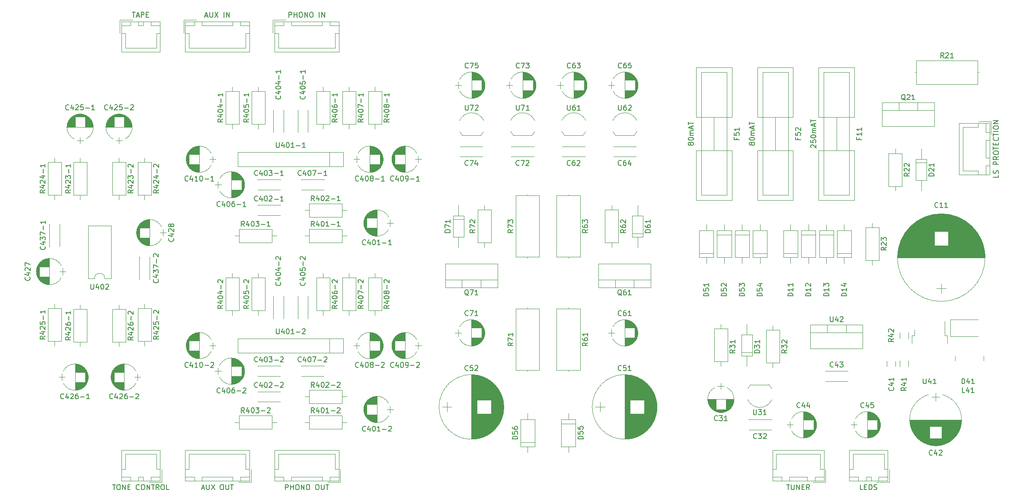
<source format=gto>
%TF.GenerationSoftware,KiCad,Pcbnew,(5.1.7)-1*%
%TF.CreationDate,2022-01-04T16:17:04+01:00*%
%TF.ProjectId,cr-17xx-psu-preamp-board,63722d31-3778-4782-9d70-73752d707265,rev?*%
%TF.SameCoordinates,Original*%
%TF.FileFunction,Legend,Top*%
%TF.FilePolarity,Positive*%
%FSLAX46Y46*%
G04 Gerber Fmt 4.6, Leading zero omitted, Abs format (unit mm)*
G04 Created by KiCad (PCBNEW (5.1.7)-1) date 2022-01-04 16:17:04*
%MOMM*%
%LPD*%
G01*
G04 APERTURE LIST*
%ADD10C,0.150000*%
%ADD11C,0.120000*%
%ADD12R,5.700000X1.700000*%
%ADD13C,1.600000*%
%ADD14O,1.600000X1.600000*%
%ADD15R,1.600000X1.600000*%
%ADD16R,1.800000X1.800000*%
%ADD17O,1.800000X1.800000*%
%ADD18R,1.750000X1.750000*%
%ADD19C,1.750000*%
%ADD20R,2.400000X1.600000*%
%ADD21O,2.400000X1.600000*%
%ADD22C,2.200000*%
%ADD23O,2.200000X2.200000*%
%ADD24O,2.400000X2.400000*%
%ADD25C,2.400000*%
%ADD26R,0.800000X2.200000*%
%ADD27R,5.800000X6.400000*%
%ADD28R,1.300000X1.500000*%
%ADD29R,2.500000X1.800000*%
%ADD30R,2.000000X2.000000*%
%ADD31C,2.000000*%
%ADD32R,1.250000X1.500000*%
%ADD33R,2.400000X2.400000*%
%ADD34C,1.520000*%
%ADD35R,1.520000X1.520000*%
%ADD36C,4.000000*%
%ADD37C,2.350000*%
%ADD38C,6.000000*%
G04 APERTURE END LIST*
D10*
X209202380Y-47571428D02*
X209202380Y-48047619D01*
X208202380Y-48047619D01*
X209154761Y-47285714D02*
X209202380Y-47142857D01*
X209202380Y-46904761D01*
X209154761Y-46809523D01*
X209107142Y-46761904D01*
X209011904Y-46714285D01*
X208916666Y-46714285D01*
X208821428Y-46761904D01*
X208773809Y-46809523D01*
X208726190Y-46904761D01*
X208678571Y-47095238D01*
X208630952Y-47190476D01*
X208583333Y-47238095D01*
X208488095Y-47285714D01*
X208392857Y-47285714D01*
X208297619Y-47238095D01*
X208250000Y-47190476D01*
X208202380Y-47095238D01*
X208202380Y-46857142D01*
X208250000Y-46714285D01*
X209202380Y-45523809D02*
X208202380Y-45523809D01*
X208202380Y-45142857D01*
X208250000Y-45047619D01*
X208297619Y-45000000D01*
X208392857Y-44952380D01*
X208535714Y-44952380D01*
X208630952Y-45000000D01*
X208678571Y-45047619D01*
X208726190Y-45142857D01*
X208726190Y-45523809D01*
X209202380Y-43952380D02*
X208726190Y-44285714D01*
X209202380Y-44523809D02*
X208202380Y-44523809D01*
X208202380Y-44142857D01*
X208250000Y-44047619D01*
X208297619Y-44000000D01*
X208392857Y-43952380D01*
X208535714Y-43952380D01*
X208630952Y-44000000D01*
X208678571Y-44047619D01*
X208726190Y-44142857D01*
X208726190Y-44523809D01*
X208202380Y-43333333D02*
X208202380Y-43142857D01*
X208250000Y-43047619D01*
X208345238Y-42952380D01*
X208535714Y-42904761D01*
X208869047Y-42904761D01*
X209059523Y-42952380D01*
X209154761Y-43047619D01*
X209202380Y-43142857D01*
X209202380Y-43333333D01*
X209154761Y-43428571D01*
X209059523Y-43523809D01*
X208869047Y-43571428D01*
X208535714Y-43571428D01*
X208345238Y-43523809D01*
X208250000Y-43428571D01*
X208202380Y-43333333D01*
X208202380Y-42619047D02*
X208202380Y-42047619D01*
X209202380Y-42333333D02*
X208202380Y-42333333D01*
X208678571Y-41714285D02*
X208678571Y-41380952D01*
X209202380Y-41238095D02*
X209202380Y-41714285D01*
X208202380Y-41714285D01*
X208202380Y-41238095D01*
X209107142Y-40238095D02*
X209154761Y-40285714D01*
X209202380Y-40428571D01*
X209202380Y-40523809D01*
X209154761Y-40666666D01*
X209059523Y-40761904D01*
X208964285Y-40809523D01*
X208773809Y-40857142D01*
X208630952Y-40857142D01*
X208440476Y-40809523D01*
X208345238Y-40761904D01*
X208250000Y-40666666D01*
X208202380Y-40523809D01*
X208202380Y-40428571D01*
X208250000Y-40285714D01*
X208297619Y-40238095D01*
X208202380Y-39952380D02*
X208202380Y-39380952D01*
X209202380Y-39666666D02*
X208202380Y-39666666D01*
X209202380Y-39047619D02*
X208202380Y-39047619D01*
X208202380Y-38380952D02*
X208202380Y-38190476D01*
X208250000Y-38095238D01*
X208345238Y-38000000D01*
X208535714Y-37952380D01*
X208869047Y-37952380D01*
X209059523Y-38000000D01*
X209154761Y-38095238D01*
X209202380Y-38190476D01*
X209202380Y-38380952D01*
X209154761Y-38476190D01*
X209059523Y-38571428D01*
X208869047Y-38619047D01*
X208535714Y-38619047D01*
X208345238Y-38571428D01*
X208250000Y-38476190D01*
X208202380Y-38380952D01*
X209202380Y-37523809D02*
X208202380Y-37523809D01*
X209202380Y-36952380D01*
X208202380Y-36952380D01*
X182630952Y-109202380D02*
X182154761Y-109202380D01*
X182154761Y-108202380D01*
X182964285Y-108678571D02*
X183297619Y-108678571D01*
X183440476Y-109202380D02*
X182964285Y-109202380D01*
X182964285Y-108202380D01*
X183440476Y-108202380D01*
X183869047Y-109202380D02*
X183869047Y-108202380D01*
X184107142Y-108202380D01*
X184250000Y-108250000D01*
X184345238Y-108345238D01*
X184392857Y-108440476D01*
X184440476Y-108630952D01*
X184440476Y-108773809D01*
X184392857Y-108964285D01*
X184345238Y-109059523D01*
X184250000Y-109154761D01*
X184107142Y-109202380D01*
X183869047Y-109202380D01*
X184821428Y-109154761D02*
X184964285Y-109202380D01*
X185202380Y-109202380D01*
X185297619Y-109154761D01*
X185345238Y-109107142D01*
X185392857Y-109011904D01*
X185392857Y-108916666D01*
X185345238Y-108821428D01*
X185297619Y-108773809D01*
X185202380Y-108726190D01*
X185011904Y-108678571D01*
X184916666Y-108630952D01*
X184869047Y-108583333D01*
X184821428Y-108488095D01*
X184821428Y-108392857D01*
X184869047Y-108297619D01*
X184916666Y-108250000D01*
X185011904Y-108202380D01*
X185250000Y-108202380D01*
X185392857Y-108250000D01*
X167714285Y-108202380D02*
X168285714Y-108202380D01*
X168000000Y-109202380D02*
X168000000Y-108202380D01*
X168619047Y-108202380D02*
X168619047Y-109011904D01*
X168666666Y-109107142D01*
X168714285Y-109154761D01*
X168809523Y-109202380D01*
X169000000Y-109202380D01*
X169095238Y-109154761D01*
X169142857Y-109107142D01*
X169190476Y-109011904D01*
X169190476Y-108202380D01*
X169666666Y-109202380D02*
X169666666Y-108202380D01*
X170238095Y-109202380D01*
X170238095Y-108202380D01*
X170714285Y-108678571D02*
X171047619Y-108678571D01*
X171190476Y-109202380D02*
X170714285Y-109202380D01*
X170714285Y-108202380D01*
X171190476Y-108202380D01*
X172190476Y-109202380D02*
X171857142Y-108726190D01*
X171619047Y-109202380D02*
X171619047Y-108202380D01*
X172000000Y-108202380D01*
X172095238Y-108250000D01*
X172142857Y-108297619D01*
X172190476Y-108392857D01*
X172190476Y-108535714D01*
X172142857Y-108630952D01*
X172095238Y-108678571D01*
X172000000Y-108726190D01*
X171619047Y-108726190D01*
X70250000Y-16702380D02*
X70250000Y-15702380D01*
X70630952Y-15702380D01*
X70726190Y-15750000D01*
X70773809Y-15797619D01*
X70821428Y-15892857D01*
X70821428Y-16035714D01*
X70773809Y-16130952D01*
X70726190Y-16178571D01*
X70630952Y-16226190D01*
X70250000Y-16226190D01*
X71250000Y-16702380D02*
X71250000Y-15702380D01*
X71250000Y-16178571D02*
X71821428Y-16178571D01*
X71821428Y-16702380D02*
X71821428Y-15702380D01*
X72488095Y-15702380D02*
X72678571Y-15702380D01*
X72773809Y-15750000D01*
X72869047Y-15845238D01*
X72916666Y-16035714D01*
X72916666Y-16369047D01*
X72869047Y-16559523D01*
X72773809Y-16654761D01*
X72678571Y-16702380D01*
X72488095Y-16702380D01*
X72392857Y-16654761D01*
X72297619Y-16559523D01*
X72250000Y-16369047D01*
X72250000Y-16035714D01*
X72297619Y-15845238D01*
X72392857Y-15750000D01*
X72488095Y-15702380D01*
X73345238Y-16702380D02*
X73345238Y-15702380D01*
X73916666Y-16702380D01*
X73916666Y-15702380D01*
X74583333Y-15702380D02*
X74773809Y-15702380D01*
X74869047Y-15750000D01*
X74964285Y-15845238D01*
X75011904Y-16035714D01*
X75011904Y-16369047D01*
X74964285Y-16559523D01*
X74869047Y-16654761D01*
X74773809Y-16702380D01*
X74583333Y-16702380D01*
X74488095Y-16654761D01*
X74392857Y-16559523D01*
X74345238Y-16369047D01*
X74345238Y-16035714D01*
X74392857Y-15845238D01*
X74488095Y-15750000D01*
X74583333Y-15702380D01*
X76202380Y-16702380D02*
X76202380Y-15702380D01*
X76678571Y-16702380D02*
X76678571Y-15702380D01*
X77250000Y-16702380D01*
X77250000Y-15702380D01*
X53869047Y-16416666D02*
X54345238Y-16416666D01*
X53773809Y-16702380D02*
X54107142Y-15702380D01*
X54440476Y-16702380D01*
X54773809Y-15702380D02*
X54773809Y-16511904D01*
X54821428Y-16607142D01*
X54869047Y-16654761D01*
X54964285Y-16702380D01*
X55154761Y-16702380D01*
X55250000Y-16654761D01*
X55297619Y-16607142D01*
X55345238Y-16511904D01*
X55345238Y-15702380D01*
X55726190Y-15702380D02*
X56392857Y-16702380D01*
X56392857Y-15702380D02*
X55726190Y-16702380D01*
X57535714Y-16702380D02*
X57535714Y-15702380D01*
X58011904Y-16702380D02*
X58011904Y-15702380D01*
X58583333Y-16702380D01*
X58583333Y-15702380D01*
X39583333Y-15702380D02*
X40154761Y-15702380D01*
X39869047Y-16702380D02*
X39869047Y-15702380D01*
X40440476Y-16416666D02*
X40916666Y-16416666D01*
X40345238Y-16702380D02*
X40678571Y-15702380D01*
X41011904Y-16702380D01*
X41345238Y-16702380D02*
X41345238Y-15702380D01*
X41726190Y-15702380D01*
X41821428Y-15750000D01*
X41869047Y-15797619D01*
X41916666Y-15892857D01*
X41916666Y-16035714D01*
X41869047Y-16130952D01*
X41821428Y-16178571D01*
X41726190Y-16226190D01*
X41345238Y-16226190D01*
X42345238Y-16178571D02*
X42678571Y-16178571D01*
X42821428Y-16702380D02*
X42345238Y-16702380D01*
X42345238Y-15702380D01*
X42821428Y-15702380D01*
X35726190Y-108202380D02*
X36297619Y-108202380D01*
X36011904Y-109202380D02*
X36011904Y-108202380D01*
X36821428Y-108202380D02*
X37011904Y-108202380D01*
X37107142Y-108250000D01*
X37202380Y-108345238D01*
X37250000Y-108535714D01*
X37250000Y-108869047D01*
X37202380Y-109059523D01*
X37107142Y-109154761D01*
X37011904Y-109202380D01*
X36821428Y-109202380D01*
X36726190Y-109154761D01*
X36630952Y-109059523D01*
X36583333Y-108869047D01*
X36583333Y-108535714D01*
X36630952Y-108345238D01*
X36726190Y-108250000D01*
X36821428Y-108202380D01*
X37678571Y-109202380D02*
X37678571Y-108202380D01*
X38250000Y-109202380D01*
X38250000Y-108202380D01*
X38726190Y-108678571D02*
X39059523Y-108678571D01*
X39202380Y-109202380D02*
X38726190Y-109202380D01*
X38726190Y-108202380D01*
X39202380Y-108202380D01*
X40964285Y-109107142D02*
X40916666Y-109154761D01*
X40773809Y-109202380D01*
X40678571Y-109202380D01*
X40535714Y-109154761D01*
X40440476Y-109059523D01*
X40392857Y-108964285D01*
X40345238Y-108773809D01*
X40345238Y-108630952D01*
X40392857Y-108440476D01*
X40440476Y-108345238D01*
X40535714Y-108250000D01*
X40678571Y-108202380D01*
X40773809Y-108202380D01*
X40916666Y-108250000D01*
X40964285Y-108297619D01*
X41583333Y-108202380D02*
X41773809Y-108202380D01*
X41869047Y-108250000D01*
X41964285Y-108345238D01*
X42011904Y-108535714D01*
X42011904Y-108869047D01*
X41964285Y-109059523D01*
X41869047Y-109154761D01*
X41773809Y-109202380D01*
X41583333Y-109202380D01*
X41488095Y-109154761D01*
X41392857Y-109059523D01*
X41345238Y-108869047D01*
X41345238Y-108535714D01*
X41392857Y-108345238D01*
X41488095Y-108250000D01*
X41583333Y-108202380D01*
X42440476Y-109202380D02*
X42440476Y-108202380D01*
X43011904Y-109202380D01*
X43011904Y-108202380D01*
X43345238Y-108202380D02*
X43916666Y-108202380D01*
X43630952Y-109202380D02*
X43630952Y-108202380D01*
X44821428Y-109202380D02*
X44488095Y-108726190D01*
X44250000Y-109202380D02*
X44250000Y-108202380D01*
X44630952Y-108202380D01*
X44726190Y-108250000D01*
X44773809Y-108297619D01*
X44821428Y-108392857D01*
X44821428Y-108535714D01*
X44773809Y-108630952D01*
X44726190Y-108678571D01*
X44630952Y-108726190D01*
X44250000Y-108726190D01*
X45440476Y-108202380D02*
X45630952Y-108202380D01*
X45726190Y-108250000D01*
X45821428Y-108345238D01*
X45869047Y-108535714D01*
X45869047Y-108869047D01*
X45821428Y-109059523D01*
X45726190Y-109154761D01*
X45630952Y-109202380D01*
X45440476Y-109202380D01*
X45345238Y-109154761D01*
X45250000Y-109059523D01*
X45202380Y-108869047D01*
X45202380Y-108535714D01*
X45250000Y-108345238D01*
X45345238Y-108250000D01*
X45440476Y-108202380D01*
X46773809Y-109202380D02*
X46297619Y-109202380D01*
X46297619Y-108202380D01*
X53202380Y-108916666D02*
X53678571Y-108916666D01*
X53107142Y-109202380D02*
X53440476Y-108202380D01*
X53773809Y-109202380D01*
X54107142Y-108202380D02*
X54107142Y-109011904D01*
X54154761Y-109107142D01*
X54202380Y-109154761D01*
X54297619Y-109202380D01*
X54488095Y-109202380D01*
X54583333Y-109154761D01*
X54630952Y-109107142D01*
X54678571Y-109011904D01*
X54678571Y-108202380D01*
X55059523Y-108202380D02*
X55726190Y-109202380D01*
X55726190Y-108202380D02*
X55059523Y-109202380D01*
X57059523Y-108202380D02*
X57250000Y-108202380D01*
X57345238Y-108250000D01*
X57440476Y-108345238D01*
X57488095Y-108535714D01*
X57488095Y-108869047D01*
X57440476Y-109059523D01*
X57345238Y-109154761D01*
X57250000Y-109202380D01*
X57059523Y-109202380D01*
X56964285Y-109154761D01*
X56869047Y-109059523D01*
X56821428Y-108869047D01*
X56821428Y-108535714D01*
X56869047Y-108345238D01*
X56964285Y-108250000D01*
X57059523Y-108202380D01*
X57916666Y-108202380D02*
X57916666Y-109011904D01*
X57964285Y-109107142D01*
X58011904Y-109154761D01*
X58107142Y-109202380D01*
X58297619Y-109202380D01*
X58392857Y-109154761D01*
X58440476Y-109107142D01*
X58488095Y-109011904D01*
X58488095Y-108202380D01*
X58821428Y-108202380D02*
X59392857Y-108202380D01*
X59107142Y-109202380D02*
X59107142Y-108202380D01*
X69583333Y-109202380D02*
X69583333Y-108202380D01*
X69964285Y-108202380D01*
X70059523Y-108250000D01*
X70107142Y-108297619D01*
X70154761Y-108392857D01*
X70154761Y-108535714D01*
X70107142Y-108630952D01*
X70059523Y-108678571D01*
X69964285Y-108726190D01*
X69583333Y-108726190D01*
X70583333Y-109202380D02*
X70583333Y-108202380D01*
X70583333Y-108678571D02*
X71154761Y-108678571D01*
X71154761Y-109202380D02*
X71154761Y-108202380D01*
X71821428Y-108202380D02*
X72011904Y-108202380D01*
X72107142Y-108250000D01*
X72202380Y-108345238D01*
X72250000Y-108535714D01*
X72250000Y-108869047D01*
X72202380Y-109059523D01*
X72107142Y-109154761D01*
X72011904Y-109202380D01*
X71821428Y-109202380D01*
X71726190Y-109154761D01*
X71630952Y-109059523D01*
X71583333Y-108869047D01*
X71583333Y-108535714D01*
X71630952Y-108345238D01*
X71726190Y-108250000D01*
X71821428Y-108202380D01*
X72678571Y-109202380D02*
X72678571Y-108202380D01*
X73250000Y-109202380D01*
X73250000Y-108202380D01*
X73916666Y-108202380D02*
X74107142Y-108202380D01*
X74202380Y-108250000D01*
X74297619Y-108345238D01*
X74345238Y-108535714D01*
X74345238Y-108869047D01*
X74297619Y-109059523D01*
X74202380Y-109154761D01*
X74107142Y-109202380D01*
X73916666Y-109202380D01*
X73821428Y-109154761D01*
X73726190Y-109059523D01*
X73678571Y-108869047D01*
X73678571Y-108535714D01*
X73726190Y-108345238D01*
X73821428Y-108250000D01*
X73916666Y-108202380D01*
X75726190Y-108202380D02*
X75916666Y-108202380D01*
X76011904Y-108250000D01*
X76107142Y-108345238D01*
X76154761Y-108535714D01*
X76154761Y-108869047D01*
X76107142Y-109059523D01*
X76011904Y-109154761D01*
X75916666Y-109202380D01*
X75726190Y-109202380D01*
X75630952Y-109154761D01*
X75535714Y-109059523D01*
X75488095Y-108869047D01*
X75488095Y-108535714D01*
X75535714Y-108345238D01*
X75630952Y-108250000D01*
X75726190Y-108202380D01*
X76583333Y-108202380D02*
X76583333Y-109011904D01*
X76630952Y-109107142D01*
X76678571Y-109154761D01*
X76773809Y-109202380D01*
X76964285Y-109202380D01*
X77059523Y-109154761D01*
X77107142Y-109107142D01*
X77154761Y-109011904D01*
X77154761Y-108202380D01*
X77488095Y-108202380D02*
X78059523Y-108202380D01*
X77773809Y-109202380D02*
X77773809Y-108202380D01*
X172547619Y-42214285D02*
X172500000Y-42166666D01*
X172452380Y-42071428D01*
X172452380Y-41833333D01*
X172500000Y-41738095D01*
X172547619Y-41690476D01*
X172642857Y-41642857D01*
X172738095Y-41642857D01*
X172880952Y-41690476D01*
X173452380Y-42261904D01*
X173452380Y-41642857D01*
X172452380Y-40738095D02*
X172452380Y-41214285D01*
X172928571Y-41261904D01*
X172880952Y-41214285D01*
X172833333Y-41119047D01*
X172833333Y-40880952D01*
X172880952Y-40785714D01*
X172928571Y-40738095D01*
X173023809Y-40690476D01*
X173261904Y-40690476D01*
X173357142Y-40738095D01*
X173404761Y-40785714D01*
X173452380Y-40880952D01*
X173452380Y-41119047D01*
X173404761Y-41214285D01*
X173357142Y-41261904D01*
X172452380Y-40071428D02*
X172452380Y-39976190D01*
X172500000Y-39880952D01*
X172547619Y-39833333D01*
X172642857Y-39785714D01*
X172833333Y-39738095D01*
X173071428Y-39738095D01*
X173261904Y-39785714D01*
X173357142Y-39833333D01*
X173404761Y-39880952D01*
X173452380Y-39976190D01*
X173452380Y-40071428D01*
X173404761Y-40166666D01*
X173357142Y-40214285D01*
X173261904Y-40261904D01*
X173071428Y-40309523D01*
X172833333Y-40309523D01*
X172642857Y-40261904D01*
X172547619Y-40214285D01*
X172500000Y-40166666D01*
X172452380Y-40071428D01*
X173452380Y-39309523D02*
X172785714Y-39309523D01*
X172880952Y-39309523D02*
X172833333Y-39261904D01*
X172785714Y-39166666D01*
X172785714Y-39023809D01*
X172833333Y-38928571D01*
X172928571Y-38880952D01*
X173452380Y-38880952D01*
X172928571Y-38880952D02*
X172833333Y-38833333D01*
X172785714Y-38738095D01*
X172785714Y-38595238D01*
X172833333Y-38500000D01*
X172928571Y-38452380D01*
X173452380Y-38452380D01*
X173166666Y-38023809D02*
X173166666Y-37547619D01*
X173452380Y-38119047D02*
X172452380Y-37785714D01*
X173452380Y-37452380D01*
X172452380Y-37261904D02*
X172452380Y-36690476D01*
X173452380Y-36976190D02*
X172452380Y-36976190D01*
X160880952Y-41547619D02*
X160833333Y-41642857D01*
X160785714Y-41690476D01*
X160690476Y-41738095D01*
X160642857Y-41738095D01*
X160547619Y-41690476D01*
X160500000Y-41642857D01*
X160452380Y-41547619D01*
X160452380Y-41357142D01*
X160500000Y-41261904D01*
X160547619Y-41214285D01*
X160642857Y-41166666D01*
X160690476Y-41166666D01*
X160785714Y-41214285D01*
X160833333Y-41261904D01*
X160880952Y-41357142D01*
X160880952Y-41547619D01*
X160928571Y-41642857D01*
X160976190Y-41690476D01*
X161071428Y-41738095D01*
X161261904Y-41738095D01*
X161357142Y-41690476D01*
X161404761Y-41642857D01*
X161452380Y-41547619D01*
X161452380Y-41357142D01*
X161404761Y-41261904D01*
X161357142Y-41214285D01*
X161261904Y-41166666D01*
X161071428Y-41166666D01*
X160976190Y-41214285D01*
X160928571Y-41261904D01*
X160880952Y-41357142D01*
X160452380Y-40547619D02*
X160452380Y-40452380D01*
X160500000Y-40357142D01*
X160547619Y-40309523D01*
X160642857Y-40261904D01*
X160833333Y-40214285D01*
X161071428Y-40214285D01*
X161261904Y-40261904D01*
X161357142Y-40309523D01*
X161404761Y-40357142D01*
X161452380Y-40452380D01*
X161452380Y-40547619D01*
X161404761Y-40642857D01*
X161357142Y-40690476D01*
X161261904Y-40738095D01*
X161071428Y-40785714D01*
X160833333Y-40785714D01*
X160642857Y-40738095D01*
X160547619Y-40690476D01*
X160500000Y-40642857D01*
X160452380Y-40547619D01*
X161452380Y-39785714D02*
X160785714Y-39785714D01*
X160880952Y-39785714D02*
X160833333Y-39738095D01*
X160785714Y-39642857D01*
X160785714Y-39500000D01*
X160833333Y-39404761D01*
X160928571Y-39357142D01*
X161452380Y-39357142D01*
X160928571Y-39357142D02*
X160833333Y-39309523D01*
X160785714Y-39214285D01*
X160785714Y-39071428D01*
X160833333Y-38976190D01*
X160928571Y-38928571D01*
X161452380Y-38928571D01*
X161166666Y-38500000D02*
X161166666Y-38023809D01*
X161452380Y-38595238D02*
X160452380Y-38261904D01*
X161452380Y-37928571D01*
X160452380Y-37738095D02*
X160452380Y-37166666D01*
X161452380Y-37452380D02*
X160452380Y-37452380D01*
X148880952Y-41547619D02*
X148833333Y-41642857D01*
X148785714Y-41690476D01*
X148690476Y-41738095D01*
X148642857Y-41738095D01*
X148547619Y-41690476D01*
X148500000Y-41642857D01*
X148452380Y-41547619D01*
X148452380Y-41357142D01*
X148500000Y-41261904D01*
X148547619Y-41214285D01*
X148642857Y-41166666D01*
X148690476Y-41166666D01*
X148785714Y-41214285D01*
X148833333Y-41261904D01*
X148880952Y-41357142D01*
X148880952Y-41547619D01*
X148928571Y-41642857D01*
X148976190Y-41690476D01*
X149071428Y-41738095D01*
X149261904Y-41738095D01*
X149357142Y-41690476D01*
X149404761Y-41642857D01*
X149452380Y-41547619D01*
X149452380Y-41357142D01*
X149404761Y-41261904D01*
X149357142Y-41214285D01*
X149261904Y-41166666D01*
X149071428Y-41166666D01*
X148976190Y-41214285D01*
X148928571Y-41261904D01*
X148880952Y-41357142D01*
X148452380Y-40547619D02*
X148452380Y-40452380D01*
X148500000Y-40357142D01*
X148547619Y-40309523D01*
X148642857Y-40261904D01*
X148833333Y-40214285D01*
X149071428Y-40214285D01*
X149261904Y-40261904D01*
X149357142Y-40309523D01*
X149404761Y-40357142D01*
X149452380Y-40452380D01*
X149452380Y-40547619D01*
X149404761Y-40642857D01*
X149357142Y-40690476D01*
X149261904Y-40738095D01*
X149071428Y-40785714D01*
X148833333Y-40785714D01*
X148642857Y-40738095D01*
X148547619Y-40690476D01*
X148500000Y-40642857D01*
X148452380Y-40547619D01*
X149452380Y-39785714D02*
X148785714Y-39785714D01*
X148880952Y-39785714D02*
X148833333Y-39738095D01*
X148785714Y-39642857D01*
X148785714Y-39500000D01*
X148833333Y-39404761D01*
X148928571Y-39357142D01*
X149452380Y-39357142D01*
X148928571Y-39357142D02*
X148833333Y-39309523D01*
X148785714Y-39214285D01*
X148785714Y-39071428D01*
X148833333Y-38976190D01*
X148928571Y-38928571D01*
X149452380Y-38928571D01*
X149166666Y-38500000D02*
X149166666Y-38023809D01*
X149452380Y-38595238D02*
X148452380Y-38261904D01*
X149452380Y-37928571D01*
X148452380Y-37738095D02*
X148452380Y-37166666D01*
X149452380Y-37452380D02*
X148452380Y-37452380D01*
D11*
X206300000Y-83100000D02*
X206300000Y-83900000D01*
X200700000Y-83100000D02*
X200700000Y-83900000D01*
X104520000Y-55560000D02*
X102400000Y-55560000D01*
X102400000Y-55560000D02*
X102400000Y-59680000D01*
X102400000Y-59680000D02*
X104520000Y-59680000D01*
X104520000Y-59680000D02*
X104520000Y-55560000D01*
X103460000Y-53520000D02*
X103460000Y-55560000D01*
X103460000Y-61720000D02*
X103460000Y-59680000D01*
X104520000Y-56220000D02*
X102400000Y-56220000D01*
X137480000Y-59680000D02*
X139600000Y-59680000D01*
X139600000Y-59680000D02*
X139600000Y-55560000D01*
X139600000Y-55560000D02*
X137480000Y-55560000D01*
X137480000Y-55560000D02*
X137480000Y-59680000D01*
X138540000Y-61720000D02*
X138540000Y-59680000D01*
X138540000Y-53520000D02*
X138540000Y-55560000D01*
X137480000Y-59020000D02*
X139600000Y-59020000D01*
X195140000Y-44520000D02*
X193020000Y-44520000D01*
X193020000Y-44520000D02*
X193020000Y-48640000D01*
X193020000Y-48640000D02*
X195140000Y-48640000D01*
X195140000Y-48640000D02*
X195140000Y-44520000D01*
X194080000Y-42480000D02*
X194080000Y-44520000D01*
X194080000Y-50680000D02*
X194080000Y-48640000D01*
X195140000Y-45180000D02*
X193020000Y-45180000D01*
X158860000Y-82980000D02*
X160980000Y-82980000D01*
X160980000Y-82980000D02*
X160980000Y-78860000D01*
X160980000Y-78860000D02*
X158860000Y-78860000D01*
X158860000Y-78860000D02*
X158860000Y-82980000D01*
X159920000Y-85020000D02*
X159920000Y-82980000D01*
X159920000Y-76820000D02*
X159920000Y-78860000D01*
X158860000Y-82320000D02*
X160980000Y-82320000D01*
X175290000Y-85990000D02*
X179710000Y-85990000D01*
X175290000Y-88010000D02*
X179710000Y-88010000D01*
X175290000Y-85990000D02*
X175290000Y-86004000D01*
X175290000Y-87996000D02*
X175290000Y-88010000D01*
X179710000Y-85990000D02*
X179710000Y-86004000D01*
X179710000Y-87996000D02*
X179710000Y-88010000D01*
X171000000Y-93950000D02*
X171000000Y-99050000D01*
X171040000Y-93950000D02*
X171040000Y-95520000D01*
X171040000Y-97480000D02*
X171040000Y-99050000D01*
X171080000Y-93951000D02*
X171080000Y-95520000D01*
X171080000Y-97480000D02*
X171080000Y-99049000D01*
X171120000Y-93952000D02*
X171120000Y-95520000D01*
X171120000Y-97480000D02*
X171120000Y-99048000D01*
X171160000Y-93954000D02*
X171160000Y-95520000D01*
X171160000Y-97480000D02*
X171160000Y-99046000D01*
X171200000Y-93957000D02*
X171200000Y-95520000D01*
X171200000Y-97480000D02*
X171200000Y-99043000D01*
X171240000Y-93961000D02*
X171240000Y-95520000D01*
X171240000Y-97480000D02*
X171240000Y-99039000D01*
X171280000Y-93965000D02*
X171280000Y-95520000D01*
X171280000Y-97480000D02*
X171280000Y-99035000D01*
X171320000Y-93969000D02*
X171320000Y-95520000D01*
X171320000Y-97480000D02*
X171320000Y-99031000D01*
X171360000Y-93975000D02*
X171360000Y-95520000D01*
X171360000Y-97480000D02*
X171360000Y-99025000D01*
X171400000Y-93981000D02*
X171400000Y-95520000D01*
X171400000Y-97480000D02*
X171400000Y-99019000D01*
X171440000Y-93987000D02*
X171440000Y-95520000D01*
X171440000Y-97480000D02*
X171440000Y-99013000D01*
X171480000Y-93994000D02*
X171480000Y-95520000D01*
X171480000Y-97480000D02*
X171480000Y-99006000D01*
X171520000Y-94002000D02*
X171520000Y-95520000D01*
X171520000Y-97480000D02*
X171520000Y-98998000D01*
X171560000Y-94011000D02*
X171560000Y-95520000D01*
X171560000Y-97480000D02*
X171560000Y-98989000D01*
X171600000Y-94020000D02*
X171600000Y-95520000D01*
X171600000Y-97480000D02*
X171600000Y-98980000D01*
X171640000Y-94030000D02*
X171640000Y-95520000D01*
X171640000Y-97480000D02*
X171640000Y-98970000D01*
X171680000Y-94040000D02*
X171680000Y-95520000D01*
X171680000Y-97480000D02*
X171680000Y-98960000D01*
X171721000Y-94052000D02*
X171721000Y-95520000D01*
X171721000Y-97480000D02*
X171721000Y-98948000D01*
X171761000Y-94064000D02*
X171761000Y-95520000D01*
X171761000Y-97480000D02*
X171761000Y-98936000D01*
X171801000Y-94076000D02*
X171801000Y-95520000D01*
X171801000Y-97480000D02*
X171801000Y-98924000D01*
X171841000Y-94090000D02*
X171841000Y-95520000D01*
X171841000Y-97480000D02*
X171841000Y-98910000D01*
X171881000Y-94104000D02*
X171881000Y-95520000D01*
X171881000Y-97480000D02*
X171881000Y-98896000D01*
X171921000Y-94118000D02*
X171921000Y-95520000D01*
X171921000Y-97480000D02*
X171921000Y-98882000D01*
X171961000Y-94134000D02*
X171961000Y-95520000D01*
X171961000Y-97480000D02*
X171961000Y-98866000D01*
X172001000Y-94150000D02*
X172001000Y-95520000D01*
X172001000Y-97480000D02*
X172001000Y-98850000D01*
X172041000Y-94167000D02*
X172041000Y-95520000D01*
X172041000Y-97480000D02*
X172041000Y-98833000D01*
X172081000Y-94185000D02*
X172081000Y-95520000D01*
X172081000Y-97480000D02*
X172081000Y-98815000D01*
X172121000Y-94204000D02*
X172121000Y-95520000D01*
X172121000Y-97480000D02*
X172121000Y-98796000D01*
X172161000Y-94224000D02*
X172161000Y-95520000D01*
X172161000Y-97480000D02*
X172161000Y-98776000D01*
X172201000Y-94244000D02*
X172201000Y-95520000D01*
X172201000Y-97480000D02*
X172201000Y-98756000D01*
X172241000Y-94266000D02*
X172241000Y-95520000D01*
X172241000Y-97480000D02*
X172241000Y-98734000D01*
X172281000Y-94288000D02*
X172281000Y-95520000D01*
X172281000Y-97480000D02*
X172281000Y-98712000D01*
X172321000Y-94311000D02*
X172321000Y-95520000D01*
X172321000Y-97480000D02*
X172321000Y-98689000D01*
X172361000Y-94335000D02*
X172361000Y-95520000D01*
X172361000Y-97480000D02*
X172361000Y-98665000D01*
X172401000Y-94360000D02*
X172401000Y-95520000D01*
X172401000Y-97480000D02*
X172401000Y-98640000D01*
X172441000Y-94387000D02*
X172441000Y-95520000D01*
X172441000Y-97480000D02*
X172441000Y-98613000D01*
X172481000Y-94414000D02*
X172481000Y-95520000D01*
X172481000Y-97480000D02*
X172481000Y-98586000D01*
X172521000Y-94442000D02*
X172521000Y-95520000D01*
X172521000Y-97480000D02*
X172521000Y-98558000D01*
X172561000Y-94472000D02*
X172561000Y-95520000D01*
X172561000Y-97480000D02*
X172561000Y-98528000D01*
X172601000Y-94503000D02*
X172601000Y-95520000D01*
X172601000Y-97480000D02*
X172601000Y-98497000D01*
X172641000Y-94535000D02*
X172641000Y-95520000D01*
X172641000Y-97480000D02*
X172641000Y-98465000D01*
X172681000Y-94568000D02*
X172681000Y-95520000D01*
X172681000Y-97480000D02*
X172681000Y-98432000D01*
X172721000Y-94603000D02*
X172721000Y-95520000D01*
X172721000Y-97480000D02*
X172721000Y-98397000D01*
X172761000Y-94639000D02*
X172761000Y-95520000D01*
X172761000Y-97480000D02*
X172761000Y-98361000D01*
X172801000Y-94677000D02*
X172801000Y-95520000D01*
X172801000Y-97480000D02*
X172801000Y-98323000D01*
X172841000Y-94717000D02*
X172841000Y-95520000D01*
X172841000Y-97480000D02*
X172841000Y-98283000D01*
X172881000Y-94758000D02*
X172881000Y-95520000D01*
X172881000Y-97480000D02*
X172881000Y-98242000D01*
X172921000Y-94801000D02*
X172921000Y-95520000D01*
X172921000Y-97480000D02*
X172921000Y-98199000D01*
X172961000Y-94846000D02*
X172961000Y-95520000D01*
X172961000Y-97480000D02*
X172961000Y-98154000D01*
X173001000Y-94894000D02*
X173001000Y-98106000D01*
X173041000Y-94944000D02*
X173041000Y-98056000D01*
X173081000Y-94996000D02*
X173081000Y-98004000D01*
X173121000Y-95052000D02*
X173121000Y-97948000D01*
X173161000Y-95110000D02*
X173161000Y-97890000D01*
X173201000Y-95173000D02*
X173201000Y-97827000D01*
X173241000Y-95239000D02*
X173241000Y-97761000D01*
X173281000Y-95311000D02*
X173281000Y-97689000D01*
X173321000Y-95388000D02*
X173321000Y-97612000D01*
X173361000Y-95472000D02*
X173361000Y-97528000D01*
X173401000Y-95566000D02*
X173401000Y-97434000D01*
X173441000Y-95671000D02*
X173441000Y-97329000D01*
X173481000Y-95793000D02*
X173481000Y-97207000D01*
X173521000Y-95941000D02*
X173521000Y-97059000D01*
X173561000Y-96146000D02*
X173561000Y-96854000D01*
X167800000Y-96500000D02*
X169000000Y-96500000D01*
X168400000Y-95850000D02*
X168400000Y-97150000D01*
X173305722Y-95320277D02*
G75*
G03*
X168694420Y-95320000I-2305722J-1179723D01*
G01*
X173305722Y-97679723D02*
G75*
G02*
X168694420Y-97680000I-2305722J1179723D01*
G01*
X173305722Y-97679723D02*
G75*
G03*
X173305580Y-95320000I-2305722J1179723D01*
G01*
X183500000Y-93950000D02*
X183500000Y-99050000D01*
X183540000Y-93950000D02*
X183540000Y-95520000D01*
X183540000Y-97480000D02*
X183540000Y-99050000D01*
X183580000Y-93951000D02*
X183580000Y-95520000D01*
X183580000Y-97480000D02*
X183580000Y-99049000D01*
X183620000Y-93952000D02*
X183620000Y-95520000D01*
X183620000Y-97480000D02*
X183620000Y-99048000D01*
X183660000Y-93954000D02*
X183660000Y-95520000D01*
X183660000Y-97480000D02*
X183660000Y-99046000D01*
X183700000Y-93957000D02*
X183700000Y-95520000D01*
X183700000Y-97480000D02*
X183700000Y-99043000D01*
X183740000Y-93961000D02*
X183740000Y-95520000D01*
X183740000Y-97480000D02*
X183740000Y-99039000D01*
X183780000Y-93965000D02*
X183780000Y-95520000D01*
X183780000Y-97480000D02*
X183780000Y-99035000D01*
X183820000Y-93969000D02*
X183820000Y-95520000D01*
X183820000Y-97480000D02*
X183820000Y-99031000D01*
X183860000Y-93975000D02*
X183860000Y-95520000D01*
X183860000Y-97480000D02*
X183860000Y-99025000D01*
X183900000Y-93981000D02*
X183900000Y-95520000D01*
X183900000Y-97480000D02*
X183900000Y-99019000D01*
X183940000Y-93987000D02*
X183940000Y-95520000D01*
X183940000Y-97480000D02*
X183940000Y-99013000D01*
X183980000Y-93994000D02*
X183980000Y-95520000D01*
X183980000Y-97480000D02*
X183980000Y-99006000D01*
X184020000Y-94002000D02*
X184020000Y-95520000D01*
X184020000Y-97480000D02*
X184020000Y-98998000D01*
X184060000Y-94011000D02*
X184060000Y-95520000D01*
X184060000Y-97480000D02*
X184060000Y-98989000D01*
X184100000Y-94020000D02*
X184100000Y-95520000D01*
X184100000Y-97480000D02*
X184100000Y-98980000D01*
X184140000Y-94030000D02*
X184140000Y-95520000D01*
X184140000Y-97480000D02*
X184140000Y-98970000D01*
X184180000Y-94040000D02*
X184180000Y-95520000D01*
X184180000Y-97480000D02*
X184180000Y-98960000D01*
X184221000Y-94052000D02*
X184221000Y-95520000D01*
X184221000Y-97480000D02*
X184221000Y-98948000D01*
X184261000Y-94064000D02*
X184261000Y-95520000D01*
X184261000Y-97480000D02*
X184261000Y-98936000D01*
X184301000Y-94076000D02*
X184301000Y-95520000D01*
X184301000Y-97480000D02*
X184301000Y-98924000D01*
X184341000Y-94090000D02*
X184341000Y-95520000D01*
X184341000Y-97480000D02*
X184341000Y-98910000D01*
X184381000Y-94104000D02*
X184381000Y-95520000D01*
X184381000Y-97480000D02*
X184381000Y-98896000D01*
X184421000Y-94118000D02*
X184421000Y-95520000D01*
X184421000Y-97480000D02*
X184421000Y-98882000D01*
X184461000Y-94134000D02*
X184461000Y-95520000D01*
X184461000Y-97480000D02*
X184461000Y-98866000D01*
X184501000Y-94150000D02*
X184501000Y-95520000D01*
X184501000Y-97480000D02*
X184501000Y-98850000D01*
X184541000Y-94167000D02*
X184541000Y-95520000D01*
X184541000Y-97480000D02*
X184541000Y-98833000D01*
X184581000Y-94185000D02*
X184581000Y-95520000D01*
X184581000Y-97480000D02*
X184581000Y-98815000D01*
X184621000Y-94204000D02*
X184621000Y-95520000D01*
X184621000Y-97480000D02*
X184621000Y-98796000D01*
X184661000Y-94224000D02*
X184661000Y-95520000D01*
X184661000Y-97480000D02*
X184661000Y-98776000D01*
X184701000Y-94244000D02*
X184701000Y-95520000D01*
X184701000Y-97480000D02*
X184701000Y-98756000D01*
X184741000Y-94266000D02*
X184741000Y-95520000D01*
X184741000Y-97480000D02*
X184741000Y-98734000D01*
X184781000Y-94288000D02*
X184781000Y-95520000D01*
X184781000Y-97480000D02*
X184781000Y-98712000D01*
X184821000Y-94311000D02*
X184821000Y-95520000D01*
X184821000Y-97480000D02*
X184821000Y-98689000D01*
X184861000Y-94335000D02*
X184861000Y-95520000D01*
X184861000Y-97480000D02*
X184861000Y-98665000D01*
X184901000Y-94360000D02*
X184901000Y-95520000D01*
X184901000Y-97480000D02*
X184901000Y-98640000D01*
X184941000Y-94387000D02*
X184941000Y-95520000D01*
X184941000Y-97480000D02*
X184941000Y-98613000D01*
X184981000Y-94414000D02*
X184981000Y-95520000D01*
X184981000Y-97480000D02*
X184981000Y-98586000D01*
X185021000Y-94442000D02*
X185021000Y-95520000D01*
X185021000Y-97480000D02*
X185021000Y-98558000D01*
X185061000Y-94472000D02*
X185061000Y-95520000D01*
X185061000Y-97480000D02*
X185061000Y-98528000D01*
X185101000Y-94503000D02*
X185101000Y-95520000D01*
X185101000Y-97480000D02*
X185101000Y-98497000D01*
X185141000Y-94535000D02*
X185141000Y-95520000D01*
X185141000Y-97480000D02*
X185141000Y-98465000D01*
X185181000Y-94568000D02*
X185181000Y-95520000D01*
X185181000Y-97480000D02*
X185181000Y-98432000D01*
X185221000Y-94603000D02*
X185221000Y-95520000D01*
X185221000Y-97480000D02*
X185221000Y-98397000D01*
X185261000Y-94639000D02*
X185261000Y-95520000D01*
X185261000Y-97480000D02*
X185261000Y-98361000D01*
X185301000Y-94677000D02*
X185301000Y-95520000D01*
X185301000Y-97480000D02*
X185301000Y-98323000D01*
X185341000Y-94717000D02*
X185341000Y-95520000D01*
X185341000Y-97480000D02*
X185341000Y-98283000D01*
X185381000Y-94758000D02*
X185381000Y-95520000D01*
X185381000Y-97480000D02*
X185381000Y-98242000D01*
X185421000Y-94801000D02*
X185421000Y-95520000D01*
X185421000Y-97480000D02*
X185421000Y-98199000D01*
X185461000Y-94846000D02*
X185461000Y-95520000D01*
X185461000Y-97480000D02*
X185461000Y-98154000D01*
X185501000Y-94894000D02*
X185501000Y-98106000D01*
X185541000Y-94944000D02*
X185541000Y-98056000D01*
X185581000Y-94996000D02*
X185581000Y-98004000D01*
X185621000Y-95052000D02*
X185621000Y-97948000D01*
X185661000Y-95110000D02*
X185661000Y-97890000D01*
X185701000Y-95173000D02*
X185701000Y-97827000D01*
X185741000Y-95239000D02*
X185741000Y-97761000D01*
X185781000Y-95311000D02*
X185781000Y-97689000D01*
X185821000Y-95388000D02*
X185821000Y-97612000D01*
X185861000Y-95472000D02*
X185861000Y-97528000D01*
X185901000Y-95566000D02*
X185901000Y-97434000D01*
X185941000Y-95671000D02*
X185941000Y-97329000D01*
X185981000Y-95793000D02*
X185981000Y-97207000D01*
X186021000Y-95941000D02*
X186021000Y-97059000D01*
X186061000Y-96146000D02*
X186061000Y-96854000D01*
X180300000Y-96500000D02*
X181500000Y-96500000D01*
X180900000Y-95850000D02*
X180900000Y-97150000D01*
X185805722Y-95320277D02*
G75*
G03*
X181194420Y-95320000I-2305722J-1179723D01*
G01*
X185805722Y-97679723D02*
G75*
G02*
X181194420Y-97680000I-2305722J1179723D01*
G01*
X185805722Y-97679723D02*
G75*
G03*
X185805580Y-95320000I-2305722J1179723D01*
G01*
X164710000Y-97510000D02*
X160290000Y-97510000D01*
X164710000Y-95490000D02*
X160290000Y-95490000D01*
X164710000Y-97510000D02*
X164710000Y-97496000D01*
X164710000Y-95504000D02*
X164710000Y-95490000D01*
X160290000Y-97510000D02*
X160290000Y-97496000D01*
X160290000Y-95504000D02*
X160290000Y-95490000D01*
X172380000Y-76880000D02*
X182620000Y-76880000D01*
X172380000Y-81521000D02*
X182620000Y-81521000D01*
X172380000Y-76880000D02*
X172380000Y-81521000D01*
X182620000Y-76880000D02*
X182620000Y-81521000D01*
X172380000Y-78390000D02*
X182620000Y-78390000D01*
X175650000Y-76880000D02*
X175650000Y-78390000D01*
X179351000Y-76880000D02*
X179351000Y-78390000D01*
X175050000Y-107450000D02*
X175050000Y-101500000D01*
X175050000Y-101500000D02*
X164950000Y-101500000D01*
X164950000Y-101500000D02*
X164950000Y-107450000D01*
X164950000Y-107450000D02*
X175050000Y-107450000D01*
X171750000Y-107450000D02*
X171750000Y-106700000D01*
X171750000Y-106700000D02*
X168250000Y-106700000D01*
X168250000Y-106700000D02*
X168250000Y-107450000D01*
X168250000Y-107450000D02*
X171750000Y-107450000D01*
X175050000Y-107450000D02*
X175050000Y-106700000D01*
X175050000Y-106700000D02*
X173250000Y-106700000D01*
X173250000Y-106700000D02*
X173250000Y-107450000D01*
X173250000Y-107450000D02*
X175050000Y-107450000D01*
X166750000Y-107450000D02*
X166750000Y-106700000D01*
X166750000Y-106700000D02*
X164950000Y-106700000D01*
X164950000Y-106700000D02*
X164950000Y-107450000D01*
X164950000Y-107450000D02*
X166750000Y-107450000D01*
X175050000Y-105200000D02*
X174300000Y-105200000D01*
X174300000Y-105200000D02*
X174300000Y-102250000D01*
X174300000Y-102250000D02*
X170000000Y-102250000D01*
X164950000Y-105200000D02*
X165700000Y-105200000D01*
X165700000Y-105200000D02*
X165700000Y-102250000D01*
X165700000Y-102250000D02*
X170000000Y-102250000D01*
X172850000Y-107750000D02*
X175350000Y-107750000D01*
X175350000Y-107750000D02*
X175350000Y-105250000D01*
X187550000Y-107450000D02*
X187550000Y-101500000D01*
X187550000Y-101500000D02*
X179950000Y-101500000D01*
X179950000Y-101500000D02*
X179950000Y-107450000D01*
X179950000Y-107450000D02*
X187550000Y-107450000D01*
X184250000Y-107450000D02*
X184250000Y-106700000D01*
X184250000Y-106700000D02*
X183250000Y-106700000D01*
X183250000Y-106700000D02*
X183250000Y-107450000D01*
X183250000Y-107450000D02*
X184250000Y-107450000D01*
X187550000Y-107450000D02*
X187550000Y-106700000D01*
X187550000Y-106700000D02*
X185750000Y-106700000D01*
X185750000Y-106700000D02*
X185750000Y-107450000D01*
X185750000Y-107450000D02*
X187550000Y-107450000D01*
X181750000Y-107450000D02*
X181750000Y-106700000D01*
X181750000Y-106700000D02*
X179950000Y-106700000D01*
X179950000Y-106700000D02*
X179950000Y-107450000D01*
X179950000Y-107450000D02*
X181750000Y-107450000D01*
X187550000Y-105200000D02*
X186800000Y-105200000D01*
X186800000Y-105200000D02*
X186800000Y-102250000D01*
X186800000Y-102250000D02*
X183750000Y-102250000D01*
X179950000Y-105200000D02*
X180700000Y-105200000D01*
X180700000Y-105200000D02*
X180700000Y-102250000D01*
X180700000Y-102250000D02*
X183750000Y-102250000D01*
X185350000Y-107750000D02*
X187850000Y-107750000D01*
X187850000Y-107750000D02*
X187850000Y-105250000D01*
X80050000Y-107450000D02*
X80050000Y-101500000D01*
X80050000Y-101500000D02*
X67450000Y-101500000D01*
X67450000Y-101500000D02*
X67450000Y-107450000D01*
X67450000Y-107450000D02*
X80050000Y-107450000D01*
X76750000Y-107450000D02*
X76750000Y-106700000D01*
X76750000Y-106700000D02*
X70750000Y-106700000D01*
X70750000Y-106700000D02*
X70750000Y-107450000D01*
X70750000Y-107450000D02*
X76750000Y-107450000D01*
X80050000Y-107450000D02*
X80050000Y-106700000D01*
X80050000Y-106700000D02*
X78250000Y-106700000D01*
X78250000Y-106700000D02*
X78250000Y-107450000D01*
X78250000Y-107450000D02*
X80050000Y-107450000D01*
X69250000Y-107450000D02*
X69250000Y-106700000D01*
X69250000Y-106700000D02*
X67450000Y-106700000D01*
X67450000Y-106700000D02*
X67450000Y-107450000D01*
X67450000Y-107450000D02*
X69250000Y-107450000D01*
X80050000Y-105200000D02*
X79300000Y-105200000D01*
X79300000Y-105200000D02*
X79300000Y-102250000D01*
X79300000Y-102250000D02*
X73750000Y-102250000D01*
X67450000Y-105200000D02*
X68200000Y-105200000D01*
X68200000Y-105200000D02*
X68200000Y-102250000D01*
X68200000Y-102250000D02*
X73750000Y-102250000D01*
X77850000Y-107750000D02*
X80350000Y-107750000D01*
X80350000Y-107750000D02*
X80350000Y-105250000D01*
X62550000Y-107450000D02*
X62550000Y-101500000D01*
X62550000Y-101500000D02*
X49950000Y-101500000D01*
X49950000Y-101500000D02*
X49950000Y-107450000D01*
X49950000Y-107450000D02*
X62550000Y-107450000D01*
X59250000Y-107450000D02*
X59250000Y-106700000D01*
X59250000Y-106700000D02*
X53250000Y-106700000D01*
X53250000Y-106700000D02*
X53250000Y-107450000D01*
X53250000Y-107450000D02*
X59250000Y-107450000D01*
X62550000Y-107450000D02*
X62550000Y-106700000D01*
X62550000Y-106700000D02*
X60750000Y-106700000D01*
X60750000Y-106700000D02*
X60750000Y-107450000D01*
X60750000Y-107450000D02*
X62550000Y-107450000D01*
X51750000Y-107450000D02*
X51750000Y-106700000D01*
X51750000Y-106700000D02*
X49950000Y-106700000D01*
X49950000Y-106700000D02*
X49950000Y-107450000D01*
X49950000Y-107450000D02*
X51750000Y-107450000D01*
X62550000Y-105200000D02*
X61800000Y-105200000D01*
X61800000Y-105200000D02*
X61800000Y-102250000D01*
X61800000Y-102250000D02*
X56250000Y-102250000D01*
X49950000Y-105200000D02*
X50700000Y-105200000D01*
X50700000Y-105200000D02*
X50700000Y-102250000D01*
X50700000Y-102250000D02*
X56250000Y-102250000D01*
X60350000Y-107750000D02*
X62850000Y-107750000D01*
X62850000Y-107750000D02*
X62850000Y-105250000D01*
X67450000Y-17550000D02*
X67450000Y-23500000D01*
X67450000Y-23500000D02*
X80050000Y-23500000D01*
X80050000Y-23500000D02*
X80050000Y-17550000D01*
X80050000Y-17550000D02*
X67450000Y-17550000D01*
X70750000Y-17550000D02*
X70750000Y-18300000D01*
X70750000Y-18300000D02*
X76750000Y-18300000D01*
X76750000Y-18300000D02*
X76750000Y-17550000D01*
X76750000Y-17550000D02*
X70750000Y-17550000D01*
X67450000Y-17550000D02*
X67450000Y-18300000D01*
X67450000Y-18300000D02*
X69250000Y-18300000D01*
X69250000Y-18300000D02*
X69250000Y-17550000D01*
X69250000Y-17550000D02*
X67450000Y-17550000D01*
X78250000Y-17550000D02*
X78250000Y-18300000D01*
X78250000Y-18300000D02*
X80050000Y-18300000D01*
X80050000Y-18300000D02*
X80050000Y-17550000D01*
X80050000Y-17550000D02*
X78250000Y-17550000D01*
X67450000Y-19800000D02*
X68200000Y-19800000D01*
X68200000Y-19800000D02*
X68200000Y-22750000D01*
X68200000Y-22750000D02*
X73750000Y-22750000D01*
X80050000Y-19800000D02*
X79300000Y-19800000D01*
X79300000Y-19800000D02*
X79300000Y-22750000D01*
X79300000Y-22750000D02*
X73750000Y-22750000D01*
X69650000Y-17250000D02*
X67150000Y-17250000D01*
X67150000Y-17250000D02*
X67150000Y-19750000D01*
X49950000Y-17550000D02*
X49950000Y-23500000D01*
X49950000Y-23500000D02*
X62550000Y-23500000D01*
X62550000Y-23500000D02*
X62550000Y-17550000D01*
X62550000Y-17550000D02*
X49950000Y-17550000D01*
X53250000Y-17550000D02*
X53250000Y-18300000D01*
X53250000Y-18300000D02*
X59250000Y-18300000D01*
X59250000Y-18300000D02*
X59250000Y-17550000D01*
X59250000Y-17550000D02*
X53250000Y-17550000D01*
X49950000Y-17550000D02*
X49950000Y-18300000D01*
X49950000Y-18300000D02*
X51750000Y-18300000D01*
X51750000Y-18300000D02*
X51750000Y-17550000D01*
X51750000Y-17550000D02*
X49950000Y-17550000D01*
X60750000Y-17550000D02*
X60750000Y-18300000D01*
X60750000Y-18300000D02*
X62550000Y-18300000D01*
X62550000Y-18300000D02*
X62550000Y-17550000D01*
X62550000Y-17550000D02*
X60750000Y-17550000D01*
X49950000Y-19800000D02*
X50700000Y-19800000D01*
X50700000Y-19800000D02*
X50700000Y-22750000D01*
X50700000Y-22750000D02*
X56250000Y-22750000D01*
X62550000Y-19800000D02*
X61800000Y-19800000D01*
X61800000Y-19800000D02*
X61800000Y-22750000D01*
X61800000Y-22750000D02*
X56250000Y-22750000D01*
X52150000Y-17250000D02*
X49650000Y-17250000D01*
X49650000Y-17250000D02*
X49650000Y-19750000D01*
X52720000Y-47050000D02*
X52720000Y-41950000D01*
X52680000Y-47050000D02*
X52680000Y-45480000D01*
X52680000Y-43520000D02*
X52680000Y-41950000D01*
X52640000Y-47049000D02*
X52640000Y-45480000D01*
X52640000Y-43520000D02*
X52640000Y-41951000D01*
X52600000Y-47048000D02*
X52600000Y-45480000D01*
X52600000Y-43520000D02*
X52600000Y-41952000D01*
X52560000Y-47046000D02*
X52560000Y-45480000D01*
X52560000Y-43520000D02*
X52560000Y-41954000D01*
X52520000Y-47043000D02*
X52520000Y-45480000D01*
X52520000Y-43520000D02*
X52520000Y-41957000D01*
X52480000Y-47039000D02*
X52480000Y-45480000D01*
X52480000Y-43520000D02*
X52480000Y-41961000D01*
X52440000Y-47035000D02*
X52440000Y-45480000D01*
X52440000Y-43520000D02*
X52440000Y-41965000D01*
X52400000Y-47031000D02*
X52400000Y-45480000D01*
X52400000Y-43520000D02*
X52400000Y-41969000D01*
X52360000Y-47025000D02*
X52360000Y-45480000D01*
X52360000Y-43520000D02*
X52360000Y-41975000D01*
X52320000Y-47019000D02*
X52320000Y-45480000D01*
X52320000Y-43520000D02*
X52320000Y-41981000D01*
X52280000Y-47013000D02*
X52280000Y-45480000D01*
X52280000Y-43520000D02*
X52280000Y-41987000D01*
X52240000Y-47006000D02*
X52240000Y-45480000D01*
X52240000Y-43520000D02*
X52240000Y-41994000D01*
X52200000Y-46998000D02*
X52200000Y-45480000D01*
X52200000Y-43520000D02*
X52200000Y-42002000D01*
X52160000Y-46989000D02*
X52160000Y-45480000D01*
X52160000Y-43520000D02*
X52160000Y-42011000D01*
X52120000Y-46980000D02*
X52120000Y-45480000D01*
X52120000Y-43520000D02*
X52120000Y-42020000D01*
X52080000Y-46970000D02*
X52080000Y-45480000D01*
X52080000Y-43520000D02*
X52080000Y-42030000D01*
X52040000Y-46960000D02*
X52040000Y-45480000D01*
X52040000Y-43520000D02*
X52040000Y-42040000D01*
X51999000Y-46948000D02*
X51999000Y-45480000D01*
X51999000Y-43520000D02*
X51999000Y-42052000D01*
X51959000Y-46936000D02*
X51959000Y-45480000D01*
X51959000Y-43520000D02*
X51959000Y-42064000D01*
X51919000Y-46924000D02*
X51919000Y-45480000D01*
X51919000Y-43520000D02*
X51919000Y-42076000D01*
X51879000Y-46910000D02*
X51879000Y-45480000D01*
X51879000Y-43520000D02*
X51879000Y-42090000D01*
X51839000Y-46896000D02*
X51839000Y-45480000D01*
X51839000Y-43520000D02*
X51839000Y-42104000D01*
X51799000Y-46882000D02*
X51799000Y-45480000D01*
X51799000Y-43520000D02*
X51799000Y-42118000D01*
X51759000Y-46866000D02*
X51759000Y-45480000D01*
X51759000Y-43520000D02*
X51759000Y-42134000D01*
X51719000Y-46850000D02*
X51719000Y-45480000D01*
X51719000Y-43520000D02*
X51719000Y-42150000D01*
X51679000Y-46833000D02*
X51679000Y-45480000D01*
X51679000Y-43520000D02*
X51679000Y-42167000D01*
X51639000Y-46815000D02*
X51639000Y-45480000D01*
X51639000Y-43520000D02*
X51639000Y-42185000D01*
X51599000Y-46796000D02*
X51599000Y-45480000D01*
X51599000Y-43520000D02*
X51599000Y-42204000D01*
X51559000Y-46776000D02*
X51559000Y-45480000D01*
X51559000Y-43520000D02*
X51559000Y-42224000D01*
X51519000Y-46756000D02*
X51519000Y-45480000D01*
X51519000Y-43520000D02*
X51519000Y-42244000D01*
X51479000Y-46734000D02*
X51479000Y-45480000D01*
X51479000Y-43520000D02*
X51479000Y-42266000D01*
X51439000Y-46712000D02*
X51439000Y-45480000D01*
X51439000Y-43520000D02*
X51439000Y-42288000D01*
X51399000Y-46689000D02*
X51399000Y-45480000D01*
X51399000Y-43520000D02*
X51399000Y-42311000D01*
X51359000Y-46665000D02*
X51359000Y-45480000D01*
X51359000Y-43520000D02*
X51359000Y-42335000D01*
X51319000Y-46640000D02*
X51319000Y-45480000D01*
X51319000Y-43520000D02*
X51319000Y-42360000D01*
X51279000Y-46613000D02*
X51279000Y-45480000D01*
X51279000Y-43520000D02*
X51279000Y-42387000D01*
X51239000Y-46586000D02*
X51239000Y-45480000D01*
X51239000Y-43520000D02*
X51239000Y-42414000D01*
X51199000Y-46558000D02*
X51199000Y-45480000D01*
X51199000Y-43520000D02*
X51199000Y-42442000D01*
X51159000Y-46528000D02*
X51159000Y-45480000D01*
X51159000Y-43520000D02*
X51159000Y-42472000D01*
X51119000Y-46497000D02*
X51119000Y-45480000D01*
X51119000Y-43520000D02*
X51119000Y-42503000D01*
X51079000Y-46465000D02*
X51079000Y-45480000D01*
X51079000Y-43520000D02*
X51079000Y-42535000D01*
X51039000Y-46432000D02*
X51039000Y-45480000D01*
X51039000Y-43520000D02*
X51039000Y-42568000D01*
X50999000Y-46397000D02*
X50999000Y-45480000D01*
X50999000Y-43520000D02*
X50999000Y-42603000D01*
X50959000Y-46361000D02*
X50959000Y-45480000D01*
X50959000Y-43520000D02*
X50959000Y-42639000D01*
X50919000Y-46323000D02*
X50919000Y-45480000D01*
X50919000Y-43520000D02*
X50919000Y-42677000D01*
X50879000Y-46283000D02*
X50879000Y-45480000D01*
X50879000Y-43520000D02*
X50879000Y-42717000D01*
X50839000Y-46242000D02*
X50839000Y-45480000D01*
X50839000Y-43520000D02*
X50839000Y-42758000D01*
X50799000Y-46199000D02*
X50799000Y-45480000D01*
X50799000Y-43520000D02*
X50799000Y-42801000D01*
X50759000Y-46154000D02*
X50759000Y-45480000D01*
X50759000Y-43520000D02*
X50759000Y-42846000D01*
X50719000Y-46106000D02*
X50719000Y-42894000D01*
X50679000Y-46056000D02*
X50679000Y-42944000D01*
X50639000Y-46004000D02*
X50639000Y-42996000D01*
X50599000Y-45948000D02*
X50599000Y-43052000D01*
X50559000Y-45890000D02*
X50559000Y-43110000D01*
X50519000Y-45827000D02*
X50519000Y-43173000D01*
X50479000Y-45761000D02*
X50479000Y-43239000D01*
X50439000Y-45689000D02*
X50439000Y-43311000D01*
X50399000Y-45612000D02*
X50399000Y-43388000D01*
X50359000Y-45528000D02*
X50359000Y-43472000D01*
X50319000Y-45434000D02*
X50319000Y-43566000D01*
X50279000Y-45329000D02*
X50279000Y-43671000D01*
X50239000Y-45207000D02*
X50239000Y-43793000D01*
X50199000Y-45059000D02*
X50199000Y-43941000D01*
X50159000Y-44854000D02*
X50159000Y-44146000D01*
X55920000Y-44500000D02*
X54720000Y-44500000D01*
X55320000Y-45150000D02*
X55320000Y-43850000D01*
X50414278Y-45679723D02*
G75*
G03*
X55025580Y-45680000I2305722J1179723D01*
G01*
X50414278Y-43320277D02*
G75*
G02*
X55025580Y-43320000I2305722J-1179723D01*
G01*
X50414278Y-43320277D02*
G75*
G03*
X50414420Y-45680000I2305722J-1179723D01*
G01*
X93000000Y-47050000D02*
X93000000Y-41950000D01*
X92960000Y-47050000D02*
X92960000Y-45480000D01*
X92960000Y-43520000D02*
X92960000Y-41950000D01*
X92920000Y-47049000D02*
X92920000Y-45480000D01*
X92920000Y-43520000D02*
X92920000Y-41951000D01*
X92880000Y-47048000D02*
X92880000Y-45480000D01*
X92880000Y-43520000D02*
X92880000Y-41952000D01*
X92840000Y-47046000D02*
X92840000Y-45480000D01*
X92840000Y-43520000D02*
X92840000Y-41954000D01*
X92800000Y-47043000D02*
X92800000Y-45480000D01*
X92800000Y-43520000D02*
X92800000Y-41957000D01*
X92760000Y-47039000D02*
X92760000Y-45480000D01*
X92760000Y-43520000D02*
X92760000Y-41961000D01*
X92720000Y-47035000D02*
X92720000Y-45480000D01*
X92720000Y-43520000D02*
X92720000Y-41965000D01*
X92680000Y-47031000D02*
X92680000Y-45480000D01*
X92680000Y-43520000D02*
X92680000Y-41969000D01*
X92640000Y-47025000D02*
X92640000Y-45480000D01*
X92640000Y-43520000D02*
X92640000Y-41975000D01*
X92600000Y-47019000D02*
X92600000Y-45480000D01*
X92600000Y-43520000D02*
X92600000Y-41981000D01*
X92560000Y-47013000D02*
X92560000Y-45480000D01*
X92560000Y-43520000D02*
X92560000Y-41987000D01*
X92520000Y-47006000D02*
X92520000Y-45480000D01*
X92520000Y-43520000D02*
X92520000Y-41994000D01*
X92480000Y-46998000D02*
X92480000Y-45480000D01*
X92480000Y-43520000D02*
X92480000Y-42002000D01*
X92440000Y-46989000D02*
X92440000Y-45480000D01*
X92440000Y-43520000D02*
X92440000Y-42011000D01*
X92400000Y-46980000D02*
X92400000Y-45480000D01*
X92400000Y-43520000D02*
X92400000Y-42020000D01*
X92360000Y-46970000D02*
X92360000Y-45480000D01*
X92360000Y-43520000D02*
X92360000Y-42030000D01*
X92320000Y-46960000D02*
X92320000Y-45480000D01*
X92320000Y-43520000D02*
X92320000Y-42040000D01*
X92279000Y-46948000D02*
X92279000Y-45480000D01*
X92279000Y-43520000D02*
X92279000Y-42052000D01*
X92239000Y-46936000D02*
X92239000Y-45480000D01*
X92239000Y-43520000D02*
X92239000Y-42064000D01*
X92199000Y-46924000D02*
X92199000Y-45480000D01*
X92199000Y-43520000D02*
X92199000Y-42076000D01*
X92159000Y-46910000D02*
X92159000Y-45480000D01*
X92159000Y-43520000D02*
X92159000Y-42090000D01*
X92119000Y-46896000D02*
X92119000Y-45480000D01*
X92119000Y-43520000D02*
X92119000Y-42104000D01*
X92079000Y-46882000D02*
X92079000Y-45480000D01*
X92079000Y-43520000D02*
X92079000Y-42118000D01*
X92039000Y-46866000D02*
X92039000Y-45480000D01*
X92039000Y-43520000D02*
X92039000Y-42134000D01*
X91999000Y-46850000D02*
X91999000Y-45480000D01*
X91999000Y-43520000D02*
X91999000Y-42150000D01*
X91959000Y-46833000D02*
X91959000Y-45480000D01*
X91959000Y-43520000D02*
X91959000Y-42167000D01*
X91919000Y-46815000D02*
X91919000Y-45480000D01*
X91919000Y-43520000D02*
X91919000Y-42185000D01*
X91879000Y-46796000D02*
X91879000Y-45480000D01*
X91879000Y-43520000D02*
X91879000Y-42204000D01*
X91839000Y-46776000D02*
X91839000Y-45480000D01*
X91839000Y-43520000D02*
X91839000Y-42224000D01*
X91799000Y-46756000D02*
X91799000Y-45480000D01*
X91799000Y-43520000D02*
X91799000Y-42244000D01*
X91759000Y-46734000D02*
X91759000Y-45480000D01*
X91759000Y-43520000D02*
X91759000Y-42266000D01*
X91719000Y-46712000D02*
X91719000Y-45480000D01*
X91719000Y-43520000D02*
X91719000Y-42288000D01*
X91679000Y-46689000D02*
X91679000Y-45480000D01*
X91679000Y-43520000D02*
X91679000Y-42311000D01*
X91639000Y-46665000D02*
X91639000Y-45480000D01*
X91639000Y-43520000D02*
X91639000Y-42335000D01*
X91599000Y-46640000D02*
X91599000Y-45480000D01*
X91599000Y-43520000D02*
X91599000Y-42360000D01*
X91559000Y-46613000D02*
X91559000Y-45480000D01*
X91559000Y-43520000D02*
X91559000Y-42387000D01*
X91519000Y-46586000D02*
X91519000Y-45480000D01*
X91519000Y-43520000D02*
X91519000Y-42414000D01*
X91479000Y-46558000D02*
X91479000Y-45480000D01*
X91479000Y-43520000D02*
X91479000Y-42442000D01*
X91439000Y-46528000D02*
X91439000Y-45480000D01*
X91439000Y-43520000D02*
X91439000Y-42472000D01*
X91399000Y-46497000D02*
X91399000Y-45480000D01*
X91399000Y-43520000D02*
X91399000Y-42503000D01*
X91359000Y-46465000D02*
X91359000Y-45480000D01*
X91359000Y-43520000D02*
X91359000Y-42535000D01*
X91319000Y-46432000D02*
X91319000Y-45480000D01*
X91319000Y-43520000D02*
X91319000Y-42568000D01*
X91279000Y-46397000D02*
X91279000Y-45480000D01*
X91279000Y-43520000D02*
X91279000Y-42603000D01*
X91239000Y-46361000D02*
X91239000Y-45480000D01*
X91239000Y-43520000D02*
X91239000Y-42639000D01*
X91199000Y-46323000D02*
X91199000Y-45480000D01*
X91199000Y-43520000D02*
X91199000Y-42677000D01*
X91159000Y-46283000D02*
X91159000Y-45480000D01*
X91159000Y-43520000D02*
X91159000Y-42717000D01*
X91119000Y-46242000D02*
X91119000Y-45480000D01*
X91119000Y-43520000D02*
X91119000Y-42758000D01*
X91079000Y-46199000D02*
X91079000Y-45480000D01*
X91079000Y-43520000D02*
X91079000Y-42801000D01*
X91039000Y-46154000D02*
X91039000Y-45480000D01*
X91039000Y-43520000D02*
X91039000Y-42846000D01*
X90999000Y-46106000D02*
X90999000Y-42894000D01*
X90959000Y-46056000D02*
X90959000Y-42944000D01*
X90919000Y-46004000D02*
X90919000Y-42996000D01*
X90879000Y-45948000D02*
X90879000Y-43052000D01*
X90839000Y-45890000D02*
X90839000Y-43110000D01*
X90799000Y-45827000D02*
X90799000Y-43173000D01*
X90759000Y-45761000D02*
X90759000Y-43239000D01*
X90719000Y-45689000D02*
X90719000Y-43311000D01*
X90679000Y-45612000D02*
X90679000Y-43388000D01*
X90639000Y-45528000D02*
X90639000Y-43472000D01*
X90599000Y-45434000D02*
X90599000Y-43566000D01*
X90559000Y-45329000D02*
X90559000Y-43671000D01*
X90519000Y-45207000D02*
X90519000Y-43793000D01*
X90479000Y-45059000D02*
X90479000Y-43941000D01*
X90439000Y-44854000D02*
X90439000Y-44146000D01*
X96200000Y-44500000D02*
X95000000Y-44500000D01*
X95600000Y-45150000D02*
X95600000Y-43850000D01*
X90694278Y-45679723D02*
G75*
G03*
X95305580Y-45680000I2305722J1179723D01*
G01*
X90694278Y-43320277D02*
G75*
G02*
X95305580Y-43320000I2305722J-1179723D01*
G01*
X90694278Y-43320277D02*
G75*
G03*
X90694420Y-45680000I2305722J-1179723D01*
G01*
X52720000Y-83550000D02*
X52720000Y-78450000D01*
X52680000Y-83550000D02*
X52680000Y-81980000D01*
X52680000Y-80020000D02*
X52680000Y-78450000D01*
X52640000Y-83549000D02*
X52640000Y-81980000D01*
X52640000Y-80020000D02*
X52640000Y-78451000D01*
X52600000Y-83548000D02*
X52600000Y-81980000D01*
X52600000Y-80020000D02*
X52600000Y-78452000D01*
X52560000Y-83546000D02*
X52560000Y-81980000D01*
X52560000Y-80020000D02*
X52560000Y-78454000D01*
X52520000Y-83543000D02*
X52520000Y-81980000D01*
X52520000Y-80020000D02*
X52520000Y-78457000D01*
X52480000Y-83539000D02*
X52480000Y-81980000D01*
X52480000Y-80020000D02*
X52480000Y-78461000D01*
X52440000Y-83535000D02*
X52440000Y-81980000D01*
X52440000Y-80020000D02*
X52440000Y-78465000D01*
X52400000Y-83531000D02*
X52400000Y-81980000D01*
X52400000Y-80020000D02*
X52400000Y-78469000D01*
X52360000Y-83525000D02*
X52360000Y-81980000D01*
X52360000Y-80020000D02*
X52360000Y-78475000D01*
X52320000Y-83519000D02*
X52320000Y-81980000D01*
X52320000Y-80020000D02*
X52320000Y-78481000D01*
X52280000Y-83513000D02*
X52280000Y-81980000D01*
X52280000Y-80020000D02*
X52280000Y-78487000D01*
X52240000Y-83506000D02*
X52240000Y-81980000D01*
X52240000Y-80020000D02*
X52240000Y-78494000D01*
X52200000Y-83498000D02*
X52200000Y-81980000D01*
X52200000Y-80020000D02*
X52200000Y-78502000D01*
X52160000Y-83489000D02*
X52160000Y-81980000D01*
X52160000Y-80020000D02*
X52160000Y-78511000D01*
X52120000Y-83480000D02*
X52120000Y-81980000D01*
X52120000Y-80020000D02*
X52120000Y-78520000D01*
X52080000Y-83470000D02*
X52080000Y-81980000D01*
X52080000Y-80020000D02*
X52080000Y-78530000D01*
X52040000Y-83460000D02*
X52040000Y-81980000D01*
X52040000Y-80020000D02*
X52040000Y-78540000D01*
X51999000Y-83448000D02*
X51999000Y-81980000D01*
X51999000Y-80020000D02*
X51999000Y-78552000D01*
X51959000Y-83436000D02*
X51959000Y-81980000D01*
X51959000Y-80020000D02*
X51959000Y-78564000D01*
X51919000Y-83424000D02*
X51919000Y-81980000D01*
X51919000Y-80020000D02*
X51919000Y-78576000D01*
X51879000Y-83410000D02*
X51879000Y-81980000D01*
X51879000Y-80020000D02*
X51879000Y-78590000D01*
X51839000Y-83396000D02*
X51839000Y-81980000D01*
X51839000Y-80020000D02*
X51839000Y-78604000D01*
X51799000Y-83382000D02*
X51799000Y-81980000D01*
X51799000Y-80020000D02*
X51799000Y-78618000D01*
X51759000Y-83366000D02*
X51759000Y-81980000D01*
X51759000Y-80020000D02*
X51759000Y-78634000D01*
X51719000Y-83350000D02*
X51719000Y-81980000D01*
X51719000Y-80020000D02*
X51719000Y-78650000D01*
X51679000Y-83333000D02*
X51679000Y-81980000D01*
X51679000Y-80020000D02*
X51679000Y-78667000D01*
X51639000Y-83315000D02*
X51639000Y-81980000D01*
X51639000Y-80020000D02*
X51639000Y-78685000D01*
X51599000Y-83296000D02*
X51599000Y-81980000D01*
X51599000Y-80020000D02*
X51599000Y-78704000D01*
X51559000Y-83276000D02*
X51559000Y-81980000D01*
X51559000Y-80020000D02*
X51559000Y-78724000D01*
X51519000Y-83256000D02*
X51519000Y-81980000D01*
X51519000Y-80020000D02*
X51519000Y-78744000D01*
X51479000Y-83234000D02*
X51479000Y-81980000D01*
X51479000Y-80020000D02*
X51479000Y-78766000D01*
X51439000Y-83212000D02*
X51439000Y-81980000D01*
X51439000Y-80020000D02*
X51439000Y-78788000D01*
X51399000Y-83189000D02*
X51399000Y-81980000D01*
X51399000Y-80020000D02*
X51399000Y-78811000D01*
X51359000Y-83165000D02*
X51359000Y-81980000D01*
X51359000Y-80020000D02*
X51359000Y-78835000D01*
X51319000Y-83140000D02*
X51319000Y-81980000D01*
X51319000Y-80020000D02*
X51319000Y-78860000D01*
X51279000Y-83113000D02*
X51279000Y-81980000D01*
X51279000Y-80020000D02*
X51279000Y-78887000D01*
X51239000Y-83086000D02*
X51239000Y-81980000D01*
X51239000Y-80020000D02*
X51239000Y-78914000D01*
X51199000Y-83058000D02*
X51199000Y-81980000D01*
X51199000Y-80020000D02*
X51199000Y-78942000D01*
X51159000Y-83028000D02*
X51159000Y-81980000D01*
X51159000Y-80020000D02*
X51159000Y-78972000D01*
X51119000Y-82997000D02*
X51119000Y-81980000D01*
X51119000Y-80020000D02*
X51119000Y-79003000D01*
X51079000Y-82965000D02*
X51079000Y-81980000D01*
X51079000Y-80020000D02*
X51079000Y-79035000D01*
X51039000Y-82932000D02*
X51039000Y-81980000D01*
X51039000Y-80020000D02*
X51039000Y-79068000D01*
X50999000Y-82897000D02*
X50999000Y-81980000D01*
X50999000Y-80020000D02*
X50999000Y-79103000D01*
X50959000Y-82861000D02*
X50959000Y-81980000D01*
X50959000Y-80020000D02*
X50959000Y-79139000D01*
X50919000Y-82823000D02*
X50919000Y-81980000D01*
X50919000Y-80020000D02*
X50919000Y-79177000D01*
X50879000Y-82783000D02*
X50879000Y-81980000D01*
X50879000Y-80020000D02*
X50879000Y-79217000D01*
X50839000Y-82742000D02*
X50839000Y-81980000D01*
X50839000Y-80020000D02*
X50839000Y-79258000D01*
X50799000Y-82699000D02*
X50799000Y-81980000D01*
X50799000Y-80020000D02*
X50799000Y-79301000D01*
X50759000Y-82654000D02*
X50759000Y-81980000D01*
X50759000Y-80020000D02*
X50759000Y-79346000D01*
X50719000Y-82606000D02*
X50719000Y-79394000D01*
X50679000Y-82556000D02*
X50679000Y-79444000D01*
X50639000Y-82504000D02*
X50639000Y-79496000D01*
X50599000Y-82448000D02*
X50599000Y-79552000D01*
X50559000Y-82390000D02*
X50559000Y-79610000D01*
X50519000Y-82327000D02*
X50519000Y-79673000D01*
X50479000Y-82261000D02*
X50479000Y-79739000D01*
X50439000Y-82189000D02*
X50439000Y-79811000D01*
X50399000Y-82112000D02*
X50399000Y-79888000D01*
X50359000Y-82028000D02*
X50359000Y-79972000D01*
X50319000Y-81934000D02*
X50319000Y-80066000D01*
X50279000Y-81829000D02*
X50279000Y-80171000D01*
X50239000Y-81707000D02*
X50239000Y-80293000D01*
X50199000Y-81559000D02*
X50199000Y-80441000D01*
X50159000Y-81354000D02*
X50159000Y-80646000D01*
X55920000Y-81000000D02*
X54720000Y-81000000D01*
X55320000Y-81650000D02*
X55320000Y-80350000D01*
X50414278Y-82179723D02*
G75*
G03*
X55025580Y-82180000I2305722J1179723D01*
G01*
X50414278Y-79820277D02*
G75*
G02*
X55025580Y-79820000I2305722J-1179723D01*
G01*
X50414278Y-79820277D02*
G75*
G03*
X50414420Y-82180000I2305722J-1179723D01*
G01*
X93000000Y-83550000D02*
X93000000Y-78450000D01*
X92960000Y-83550000D02*
X92960000Y-81980000D01*
X92960000Y-80020000D02*
X92960000Y-78450000D01*
X92920000Y-83549000D02*
X92920000Y-81980000D01*
X92920000Y-80020000D02*
X92920000Y-78451000D01*
X92880000Y-83548000D02*
X92880000Y-81980000D01*
X92880000Y-80020000D02*
X92880000Y-78452000D01*
X92840000Y-83546000D02*
X92840000Y-81980000D01*
X92840000Y-80020000D02*
X92840000Y-78454000D01*
X92800000Y-83543000D02*
X92800000Y-81980000D01*
X92800000Y-80020000D02*
X92800000Y-78457000D01*
X92760000Y-83539000D02*
X92760000Y-81980000D01*
X92760000Y-80020000D02*
X92760000Y-78461000D01*
X92720000Y-83535000D02*
X92720000Y-81980000D01*
X92720000Y-80020000D02*
X92720000Y-78465000D01*
X92680000Y-83531000D02*
X92680000Y-81980000D01*
X92680000Y-80020000D02*
X92680000Y-78469000D01*
X92640000Y-83525000D02*
X92640000Y-81980000D01*
X92640000Y-80020000D02*
X92640000Y-78475000D01*
X92600000Y-83519000D02*
X92600000Y-81980000D01*
X92600000Y-80020000D02*
X92600000Y-78481000D01*
X92560000Y-83513000D02*
X92560000Y-81980000D01*
X92560000Y-80020000D02*
X92560000Y-78487000D01*
X92520000Y-83506000D02*
X92520000Y-81980000D01*
X92520000Y-80020000D02*
X92520000Y-78494000D01*
X92480000Y-83498000D02*
X92480000Y-81980000D01*
X92480000Y-80020000D02*
X92480000Y-78502000D01*
X92440000Y-83489000D02*
X92440000Y-81980000D01*
X92440000Y-80020000D02*
X92440000Y-78511000D01*
X92400000Y-83480000D02*
X92400000Y-81980000D01*
X92400000Y-80020000D02*
X92400000Y-78520000D01*
X92360000Y-83470000D02*
X92360000Y-81980000D01*
X92360000Y-80020000D02*
X92360000Y-78530000D01*
X92320000Y-83460000D02*
X92320000Y-81980000D01*
X92320000Y-80020000D02*
X92320000Y-78540000D01*
X92279000Y-83448000D02*
X92279000Y-81980000D01*
X92279000Y-80020000D02*
X92279000Y-78552000D01*
X92239000Y-83436000D02*
X92239000Y-81980000D01*
X92239000Y-80020000D02*
X92239000Y-78564000D01*
X92199000Y-83424000D02*
X92199000Y-81980000D01*
X92199000Y-80020000D02*
X92199000Y-78576000D01*
X92159000Y-83410000D02*
X92159000Y-81980000D01*
X92159000Y-80020000D02*
X92159000Y-78590000D01*
X92119000Y-83396000D02*
X92119000Y-81980000D01*
X92119000Y-80020000D02*
X92119000Y-78604000D01*
X92079000Y-83382000D02*
X92079000Y-81980000D01*
X92079000Y-80020000D02*
X92079000Y-78618000D01*
X92039000Y-83366000D02*
X92039000Y-81980000D01*
X92039000Y-80020000D02*
X92039000Y-78634000D01*
X91999000Y-83350000D02*
X91999000Y-81980000D01*
X91999000Y-80020000D02*
X91999000Y-78650000D01*
X91959000Y-83333000D02*
X91959000Y-81980000D01*
X91959000Y-80020000D02*
X91959000Y-78667000D01*
X91919000Y-83315000D02*
X91919000Y-81980000D01*
X91919000Y-80020000D02*
X91919000Y-78685000D01*
X91879000Y-83296000D02*
X91879000Y-81980000D01*
X91879000Y-80020000D02*
X91879000Y-78704000D01*
X91839000Y-83276000D02*
X91839000Y-81980000D01*
X91839000Y-80020000D02*
X91839000Y-78724000D01*
X91799000Y-83256000D02*
X91799000Y-81980000D01*
X91799000Y-80020000D02*
X91799000Y-78744000D01*
X91759000Y-83234000D02*
X91759000Y-81980000D01*
X91759000Y-80020000D02*
X91759000Y-78766000D01*
X91719000Y-83212000D02*
X91719000Y-81980000D01*
X91719000Y-80020000D02*
X91719000Y-78788000D01*
X91679000Y-83189000D02*
X91679000Y-81980000D01*
X91679000Y-80020000D02*
X91679000Y-78811000D01*
X91639000Y-83165000D02*
X91639000Y-81980000D01*
X91639000Y-80020000D02*
X91639000Y-78835000D01*
X91599000Y-83140000D02*
X91599000Y-81980000D01*
X91599000Y-80020000D02*
X91599000Y-78860000D01*
X91559000Y-83113000D02*
X91559000Y-81980000D01*
X91559000Y-80020000D02*
X91559000Y-78887000D01*
X91519000Y-83086000D02*
X91519000Y-81980000D01*
X91519000Y-80020000D02*
X91519000Y-78914000D01*
X91479000Y-83058000D02*
X91479000Y-81980000D01*
X91479000Y-80020000D02*
X91479000Y-78942000D01*
X91439000Y-83028000D02*
X91439000Y-81980000D01*
X91439000Y-80020000D02*
X91439000Y-78972000D01*
X91399000Y-82997000D02*
X91399000Y-81980000D01*
X91399000Y-80020000D02*
X91399000Y-79003000D01*
X91359000Y-82965000D02*
X91359000Y-81980000D01*
X91359000Y-80020000D02*
X91359000Y-79035000D01*
X91319000Y-82932000D02*
X91319000Y-81980000D01*
X91319000Y-80020000D02*
X91319000Y-79068000D01*
X91279000Y-82897000D02*
X91279000Y-81980000D01*
X91279000Y-80020000D02*
X91279000Y-79103000D01*
X91239000Y-82861000D02*
X91239000Y-81980000D01*
X91239000Y-80020000D02*
X91239000Y-79139000D01*
X91199000Y-82823000D02*
X91199000Y-81980000D01*
X91199000Y-80020000D02*
X91199000Y-79177000D01*
X91159000Y-82783000D02*
X91159000Y-81980000D01*
X91159000Y-80020000D02*
X91159000Y-79217000D01*
X91119000Y-82742000D02*
X91119000Y-81980000D01*
X91119000Y-80020000D02*
X91119000Y-79258000D01*
X91079000Y-82699000D02*
X91079000Y-81980000D01*
X91079000Y-80020000D02*
X91079000Y-79301000D01*
X91039000Y-82654000D02*
X91039000Y-81980000D01*
X91039000Y-80020000D02*
X91039000Y-79346000D01*
X90999000Y-82606000D02*
X90999000Y-79394000D01*
X90959000Y-82556000D02*
X90959000Y-79444000D01*
X90919000Y-82504000D02*
X90919000Y-79496000D01*
X90879000Y-82448000D02*
X90879000Y-79552000D01*
X90839000Y-82390000D02*
X90839000Y-79610000D01*
X90799000Y-82327000D02*
X90799000Y-79673000D01*
X90759000Y-82261000D02*
X90759000Y-79739000D01*
X90719000Y-82189000D02*
X90719000Y-79811000D01*
X90679000Y-82112000D02*
X90679000Y-79888000D01*
X90639000Y-82028000D02*
X90639000Y-79972000D01*
X90599000Y-81934000D02*
X90599000Y-80066000D01*
X90559000Y-81829000D02*
X90559000Y-80171000D01*
X90519000Y-81707000D02*
X90519000Y-80293000D01*
X90479000Y-81559000D02*
X90479000Y-80441000D01*
X90439000Y-81354000D02*
X90439000Y-80646000D01*
X96200000Y-81000000D02*
X95000000Y-81000000D01*
X95600000Y-81650000D02*
X95600000Y-80350000D01*
X90694278Y-82179723D02*
G75*
G03*
X95305580Y-82180000I2305722J1179723D01*
G01*
X90694278Y-79820277D02*
G75*
G02*
X95305580Y-79820000I2305722J-1179723D01*
G01*
X90694278Y-79820277D02*
G75*
G03*
X90694420Y-82180000I2305722J-1179723D01*
G01*
X80940000Y-82400000D02*
X80940000Y-79600000D01*
X80940000Y-79600000D02*
X60280000Y-79600000D01*
X60280000Y-79600000D02*
X60280000Y-82400000D01*
X60280000Y-82400000D02*
X80940000Y-82400000D01*
X78230000Y-82400000D02*
X78230000Y-79600000D01*
X88430000Y-67710000D02*
X85810000Y-67710000D01*
X85810000Y-67710000D02*
X85810000Y-74130000D01*
X85810000Y-74130000D02*
X88430000Y-74130000D01*
X88430000Y-74130000D02*
X88430000Y-67710000D01*
X87120000Y-66820000D02*
X87120000Y-67710000D01*
X87120000Y-75020000D02*
X87120000Y-74130000D01*
X83350000Y-67710000D02*
X80730000Y-67710000D01*
X80730000Y-67710000D02*
X80730000Y-74130000D01*
X80730000Y-74130000D02*
X83350000Y-74130000D01*
X83350000Y-74130000D02*
X83350000Y-67710000D01*
X82040000Y-66820000D02*
X82040000Y-67710000D01*
X82040000Y-75020000D02*
X82040000Y-74130000D01*
X78270000Y-67710000D02*
X75650000Y-67710000D01*
X75650000Y-67710000D02*
X75650000Y-74130000D01*
X75650000Y-74130000D02*
X78270000Y-74130000D01*
X78270000Y-74130000D02*
X78270000Y-67710000D01*
X76960000Y-66820000D02*
X76960000Y-67710000D01*
X76960000Y-75020000D02*
X76960000Y-74130000D01*
X62950000Y-74130000D02*
X65570000Y-74130000D01*
X65570000Y-74130000D02*
X65570000Y-67710000D01*
X65570000Y-67710000D02*
X62950000Y-67710000D01*
X62950000Y-67710000D02*
X62950000Y-74130000D01*
X64260000Y-75020000D02*
X64260000Y-74130000D01*
X64260000Y-66820000D02*
X64260000Y-67710000D01*
X60490000Y-67710000D02*
X57870000Y-67710000D01*
X57870000Y-67710000D02*
X57870000Y-74130000D01*
X57870000Y-74130000D02*
X60490000Y-74130000D01*
X60490000Y-74130000D02*
X60490000Y-67710000D01*
X59180000Y-66820000D02*
X59180000Y-67710000D01*
X59180000Y-75020000D02*
X59180000Y-74130000D01*
X60550000Y-94690000D02*
X60550000Y-97310000D01*
X60550000Y-97310000D02*
X66970000Y-97310000D01*
X66970000Y-97310000D02*
X66970000Y-94690000D01*
X66970000Y-94690000D02*
X60550000Y-94690000D01*
X59660000Y-96000000D02*
X60550000Y-96000000D01*
X67860000Y-96000000D02*
X66970000Y-96000000D01*
X74250000Y-89690000D02*
X74250000Y-92310000D01*
X74250000Y-92310000D02*
X80670000Y-92310000D01*
X80670000Y-92310000D02*
X80670000Y-89690000D01*
X80670000Y-89690000D02*
X74250000Y-89690000D01*
X73360000Y-91000000D02*
X74250000Y-91000000D01*
X81560000Y-91000000D02*
X80670000Y-91000000D01*
X74250000Y-94690000D02*
X74250000Y-97310000D01*
X74250000Y-97310000D02*
X80670000Y-97310000D01*
X80670000Y-97310000D02*
X80670000Y-94690000D01*
X80670000Y-94690000D02*
X74250000Y-94690000D01*
X73360000Y-96000000D02*
X74250000Y-96000000D01*
X81560000Y-96000000D02*
X80670000Y-96000000D01*
X86120000Y-78450000D02*
X86120000Y-83550000D01*
X86160000Y-78450000D02*
X86160000Y-80020000D01*
X86160000Y-81980000D02*
X86160000Y-83550000D01*
X86200000Y-78451000D02*
X86200000Y-80020000D01*
X86200000Y-81980000D02*
X86200000Y-83549000D01*
X86240000Y-78452000D02*
X86240000Y-80020000D01*
X86240000Y-81980000D02*
X86240000Y-83548000D01*
X86280000Y-78454000D02*
X86280000Y-80020000D01*
X86280000Y-81980000D02*
X86280000Y-83546000D01*
X86320000Y-78457000D02*
X86320000Y-80020000D01*
X86320000Y-81980000D02*
X86320000Y-83543000D01*
X86360000Y-78461000D02*
X86360000Y-80020000D01*
X86360000Y-81980000D02*
X86360000Y-83539000D01*
X86400000Y-78465000D02*
X86400000Y-80020000D01*
X86400000Y-81980000D02*
X86400000Y-83535000D01*
X86440000Y-78469000D02*
X86440000Y-80020000D01*
X86440000Y-81980000D02*
X86440000Y-83531000D01*
X86480000Y-78475000D02*
X86480000Y-80020000D01*
X86480000Y-81980000D02*
X86480000Y-83525000D01*
X86520000Y-78481000D02*
X86520000Y-80020000D01*
X86520000Y-81980000D02*
X86520000Y-83519000D01*
X86560000Y-78487000D02*
X86560000Y-80020000D01*
X86560000Y-81980000D02*
X86560000Y-83513000D01*
X86600000Y-78494000D02*
X86600000Y-80020000D01*
X86600000Y-81980000D02*
X86600000Y-83506000D01*
X86640000Y-78502000D02*
X86640000Y-80020000D01*
X86640000Y-81980000D02*
X86640000Y-83498000D01*
X86680000Y-78511000D02*
X86680000Y-80020000D01*
X86680000Y-81980000D02*
X86680000Y-83489000D01*
X86720000Y-78520000D02*
X86720000Y-80020000D01*
X86720000Y-81980000D02*
X86720000Y-83480000D01*
X86760000Y-78530000D02*
X86760000Y-80020000D01*
X86760000Y-81980000D02*
X86760000Y-83470000D01*
X86800000Y-78540000D02*
X86800000Y-80020000D01*
X86800000Y-81980000D02*
X86800000Y-83460000D01*
X86841000Y-78552000D02*
X86841000Y-80020000D01*
X86841000Y-81980000D02*
X86841000Y-83448000D01*
X86881000Y-78564000D02*
X86881000Y-80020000D01*
X86881000Y-81980000D02*
X86881000Y-83436000D01*
X86921000Y-78576000D02*
X86921000Y-80020000D01*
X86921000Y-81980000D02*
X86921000Y-83424000D01*
X86961000Y-78590000D02*
X86961000Y-80020000D01*
X86961000Y-81980000D02*
X86961000Y-83410000D01*
X87001000Y-78604000D02*
X87001000Y-80020000D01*
X87001000Y-81980000D02*
X87001000Y-83396000D01*
X87041000Y-78618000D02*
X87041000Y-80020000D01*
X87041000Y-81980000D02*
X87041000Y-83382000D01*
X87081000Y-78634000D02*
X87081000Y-80020000D01*
X87081000Y-81980000D02*
X87081000Y-83366000D01*
X87121000Y-78650000D02*
X87121000Y-80020000D01*
X87121000Y-81980000D02*
X87121000Y-83350000D01*
X87161000Y-78667000D02*
X87161000Y-80020000D01*
X87161000Y-81980000D02*
X87161000Y-83333000D01*
X87201000Y-78685000D02*
X87201000Y-80020000D01*
X87201000Y-81980000D02*
X87201000Y-83315000D01*
X87241000Y-78704000D02*
X87241000Y-80020000D01*
X87241000Y-81980000D02*
X87241000Y-83296000D01*
X87281000Y-78724000D02*
X87281000Y-80020000D01*
X87281000Y-81980000D02*
X87281000Y-83276000D01*
X87321000Y-78744000D02*
X87321000Y-80020000D01*
X87321000Y-81980000D02*
X87321000Y-83256000D01*
X87361000Y-78766000D02*
X87361000Y-80020000D01*
X87361000Y-81980000D02*
X87361000Y-83234000D01*
X87401000Y-78788000D02*
X87401000Y-80020000D01*
X87401000Y-81980000D02*
X87401000Y-83212000D01*
X87441000Y-78811000D02*
X87441000Y-80020000D01*
X87441000Y-81980000D02*
X87441000Y-83189000D01*
X87481000Y-78835000D02*
X87481000Y-80020000D01*
X87481000Y-81980000D02*
X87481000Y-83165000D01*
X87521000Y-78860000D02*
X87521000Y-80020000D01*
X87521000Y-81980000D02*
X87521000Y-83140000D01*
X87561000Y-78887000D02*
X87561000Y-80020000D01*
X87561000Y-81980000D02*
X87561000Y-83113000D01*
X87601000Y-78914000D02*
X87601000Y-80020000D01*
X87601000Y-81980000D02*
X87601000Y-83086000D01*
X87641000Y-78942000D02*
X87641000Y-80020000D01*
X87641000Y-81980000D02*
X87641000Y-83058000D01*
X87681000Y-78972000D02*
X87681000Y-80020000D01*
X87681000Y-81980000D02*
X87681000Y-83028000D01*
X87721000Y-79003000D02*
X87721000Y-80020000D01*
X87721000Y-81980000D02*
X87721000Y-82997000D01*
X87761000Y-79035000D02*
X87761000Y-80020000D01*
X87761000Y-81980000D02*
X87761000Y-82965000D01*
X87801000Y-79068000D02*
X87801000Y-80020000D01*
X87801000Y-81980000D02*
X87801000Y-82932000D01*
X87841000Y-79103000D02*
X87841000Y-80020000D01*
X87841000Y-81980000D02*
X87841000Y-82897000D01*
X87881000Y-79139000D02*
X87881000Y-80020000D01*
X87881000Y-81980000D02*
X87881000Y-82861000D01*
X87921000Y-79177000D02*
X87921000Y-80020000D01*
X87921000Y-81980000D02*
X87921000Y-82823000D01*
X87961000Y-79217000D02*
X87961000Y-80020000D01*
X87961000Y-81980000D02*
X87961000Y-82783000D01*
X88001000Y-79258000D02*
X88001000Y-80020000D01*
X88001000Y-81980000D02*
X88001000Y-82742000D01*
X88041000Y-79301000D02*
X88041000Y-80020000D01*
X88041000Y-81980000D02*
X88041000Y-82699000D01*
X88081000Y-79346000D02*
X88081000Y-80020000D01*
X88081000Y-81980000D02*
X88081000Y-82654000D01*
X88121000Y-79394000D02*
X88121000Y-82606000D01*
X88161000Y-79444000D02*
X88161000Y-82556000D01*
X88201000Y-79496000D02*
X88201000Y-82504000D01*
X88241000Y-79552000D02*
X88241000Y-82448000D01*
X88281000Y-79610000D02*
X88281000Y-82390000D01*
X88321000Y-79673000D02*
X88321000Y-82327000D01*
X88361000Y-79739000D02*
X88361000Y-82261000D01*
X88401000Y-79811000D02*
X88401000Y-82189000D01*
X88441000Y-79888000D02*
X88441000Y-82112000D01*
X88481000Y-79972000D02*
X88481000Y-82028000D01*
X88521000Y-80066000D02*
X88521000Y-81934000D01*
X88561000Y-80171000D02*
X88561000Y-81829000D01*
X88601000Y-80293000D02*
X88601000Y-81707000D01*
X88641000Y-80441000D02*
X88641000Y-81559000D01*
X88681000Y-80646000D02*
X88681000Y-81354000D01*
X82920000Y-81000000D02*
X84120000Y-81000000D01*
X83520000Y-80350000D02*
X83520000Y-81650000D01*
X88425722Y-79820277D02*
G75*
G03*
X83814420Y-79820000I-2305722J-1179723D01*
G01*
X88425722Y-82179723D02*
G75*
G02*
X83814420Y-82180000I-2305722J1179723D01*
G01*
X88425722Y-82179723D02*
G75*
G03*
X88425580Y-79820000I-2305722J1179723D01*
G01*
X71990000Y-75710000D02*
X71990000Y-71290000D01*
X74010000Y-75710000D02*
X74010000Y-71290000D01*
X71990000Y-75710000D02*
X72004000Y-75710000D01*
X73996000Y-75710000D02*
X74010000Y-75710000D01*
X71990000Y-71290000D02*
X72004000Y-71290000D01*
X73996000Y-71290000D02*
X74010000Y-71290000D01*
X72670000Y-84990000D02*
X77090000Y-84990000D01*
X72670000Y-87010000D02*
X77090000Y-87010000D01*
X72670000Y-84990000D02*
X72670000Y-85004000D01*
X72670000Y-86996000D02*
X72670000Y-87010000D01*
X77090000Y-84990000D02*
X77090000Y-85004000D01*
X77090000Y-86996000D02*
X77090000Y-87010000D01*
X69230000Y-71290000D02*
X69230000Y-75710000D01*
X67210000Y-71290000D02*
X67210000Y-75710000D01*
X69230000Y-71290000D02*
X69216000Y-71290000D01*
X67224000Y-71290000D02*
X67210000Y-71290000D01*
X69230000Y-75710000D02*
X69216000Y-75710000D01*
X67224000Y-75710000D02*
X67210000Y-75710000D01*
X68550000Y-87010000D02*
X64130000Y-87010000D01*
X68550000Y-84990000D02*
X64130000Y-84990000D01*
X68550000Y-87010000D02*
X68550000Y-86996000D01*
X68550000Y-85004000D02*
X68550000Y-84990000D01*
X64130000Y-87010000D02*
X64130000Y-86996000D01*
X64130000Y-85004000D02*
X64130000Y-84990000D01*
X59000000Y-83450000D02*
X59000000Y-88550000D01*
X59040000Y-83450000D02*
X59040000Y-85020000D01*
X59040000Y-86980000D02*
X59040000Y-88550000D01*
X59080000Y-83451000D02*
X59080000Y-85020000D01*
X59080000Y-86980000D02*
X59080000Y-88549000D01*
X59120000Y-83452000D02*
X59120000Y-85020000D01*
X59120000Y-86980000D02*
X59120000Y-88548000D01*
X59160000Y-83454000D02*
X59160000Y-85020000D01*
X59160000Y-86980000D02*
X59160000Y-88546000D01*
X59200000Y-83457000D02*
X59200000Y-85020000D01*
X59200000Y-86980000D02*
X59200000Y-88543000D01*
X59240000Y-83461000D02*
X59240000Y-85020000D01*
X59240000Y-86980000D02*
X59240000Y-88539000D01*
X59280000Y-83465000D02*
X59280000Y-85020000D01*
X59280000Y-86980000D02*
X59280000Y-88535000D01*
X59320000Y-83469000D02*
X59320000Y-85020000D01*
X59320000Y-86980000D02*
X59320000Y-88531000D01*
X59360000Y-83475000D02*
X59360000Y-85020000D01*
X59360000Y-86980000D02*
X59360000Y-88525000D01*
X59400000Y-83481000D02*
X59400000Y-85020000D01*
X59400000Y-86980000D02*
X59400000Y-88519000D01*
X59440000Y-83487000D02*
X59440000Y-85020000D01*
X59440000Y-86980000D02*
X59440000Y-88513000D01*
X59480000Y-83494000D02*
X59480000Y-85020000D01*
X59480000Y-86980000D02*
X59480000Y-88506000D01*
X59520000Y-83502000D02*
X59520000Y-85020000D01*
X59520000Y-86980000D02*
X59520000Y-88498000D01*
X59560000Y-83511000D02*
X59560000Y-85020000D01*
X59560000Y-86980000D02*
X59560000Y-88489000D01*
X59600000Y-83520000D02*
X59600000Y-85020000D01*
X59600000Y-86980000D02*
X59600000Y-88480000D01*
X59640000Y-83530000D02*
X59640000Y-85020000D01*
X59640000Y-86980000D02*
X59640000Y-88470000D01*
X59680000Y-83540000D02*
X59680000Y-85020000D01*
X59680000Y-86980000D02*
X59680000Y-88460000D01*
X59721000Y-83552000D02*
X59721000Y-85020000D01*
X59721000Y-86980000D02*
X59721000Y-88448000D01*
X59761000Y-83564000D02*
X59761000Y-85020000D01*
X59761000Y-86980000D02*
X59761000Y-88436000D01*
X59801000Y-83576000D02*
X59801000Y-85020000D01*
X59801000Y-86980000D02*
X59801000Y-88424000D01*
X59841000Y-83590000D02*
X59841000Y-85020000D01*
X59841000Y-86980000D02*
X59841000Y-88410000D01*
X59881000Y-83604000D02*
X59881000Y-85020000D01*
X59881000Y-86980000D02*
X59881000Y-88396000D01*
X59921000Y-83618000D02*
X59921000Y-85020000D01*
X59921000Y-86980000D02*
X59921000Y-88382000D01*
X59961000Y-83634000D02*
X59961000Y-85020000D01*
X59961000Y-86980000D02*
X59961000Y-88366000D01*
X60001000Y-83650000D02*
X60001000Y-85020000D01*
X60001000Y-86980000D02*
X60001000Y-88350000D01*
X60041000Y-83667000D02*
X60041000Y-85020000D01*
X60041000Y-86980000D02*
X60041000Y-88333000D01*
X60081000Y-83685000D02*
X60081000Y-85020000D01*
X60081000Y-86980000D02*
X60081000Y-88315000D01*
X60121000Y-83704000D02*
X60121000Y-85020000D01*
X60121000Y-86980000D02*
X60121000Y-88296000D01*
X60161000Y-83724000D02*
X60161000Y-85020000D01*
X60161000Y-86980000D02*
X60161000Y-88276000D01*
X60201000Y-83744000D02*
X60201000Y-85020000D01*
X60201000Y-86980000D02*
X60201000Y-88256000D01*
X60241000Y-83766000D02*
X60241000Y-85020000D01*
X60241000Y-86980000D02*
X60241000Y-88234000D01*
X60281000Y-83788000D02*
X60281000Y-85020000D01*
X60281000Y-86980000D02*
X60281000Y-88212000D01*
X60321000Y-83811000D02*
X60321000Y-85020000D01*
X60321000Y-86980000D02*
X60321000Y-88189000D01*
X60361000Y-83835000D02*
X60361000Y-85020000D01*
X60361000Y-86980000D02*
X60361000Y-88165000D01*
X60401000Y-83860000D02*
X60401000Y-85020000D01*
X60401000Y-86980000D02*
X60401000Y-88140000D01*
X60441000Y-83887000D02*
X60441000Y-85020000D01*
X60441000Y-86980000D02*
X60441000Y-88113000D01*
X60481000Y-83914000D02*
X60481000Y-85020000D01*
X60481000Y-86980000D02*
X60481000Y-88086000D01*
X60521000Y-83942000D02*
X60521000Y-85020000D01*
X60521000Y-86980000D02*
X60521000Y-88058000D01*
X60561000Y-83972000D02*
X60561000Y-85020000D01*
X60561000Y-86980000D02*
X60561000Y-88028000D01*
X60601000Y-84003000D02*
X60601000Y-85020000D01*
X60601000Y-86980000D02*
X60601000Y-87997000D01*
X60641000Y-84035000D02*
X60641000Y-85020000D01*
X60641000Y-86980000D02*
X60641000Y-87965000D01*
X60681000Y-84068000D02*
X60681000Y-85020000D01*
X60681000Y-86980000D02*
X60681000Y-87932000D01*
X60721000Y-84103000D02*
X60721000Y-85020000D01*
X60721000Y-86980000D02*
X60721000Y-87897000D01*
X60761000Y-84139000D02*
X60761000Y-85020000D01*
X60761000Y-86980000D02*
X60761000Y-87861000D01*
X60801000Y-84177000D02*
X60801000Y-85020000D01*
X60801000Y-86980000D02*
X60801000Y-87823000D01*
X60841000Y-84217000D02*
X60841000Y-85020000D01*
X60841000Y-86980000D02*
X60841000Y-87783000D01*
X60881000Y-84258000D02*
X60881000Y-85020000D01*
X60881000Y-86980000D02*
X60881000Y-87742000D01*
X60921000Y-84301000D02*
X60921000Y-85020000D01*
X60921000Y-86980000D02*
X60921000Y-87699000D01*
X60961000Y-84346000D02*
X60961000Y-85020000D01*
X60961000Y-86980000D02*
X60961000Y-87654000D01*
X61001000Y-84394000D02*
X61001000Y-87606000D01*
X61041000Y-84444000D02*
X61041000Y-87556000D01*
X61081000Y-84496000D02*
X61081000Y-87504000D01*
X61121000Y-84552000D02*
X61121000Y-87448000D01*
X61161000Y-84610000D02*
X61161000Y-87390000D01*
X61201000Y-84673000D02*
X61201000Y-87327000D01*
X61241000Y-84739000D02*
X61241000Y-87261000D01*
X61281000Y-84811000D02*
X61281000Y-87189000D01*
X61321000Y-84888000D02*
X61321000Y-87112000D01*
X61361000Y-84972000D02*
X61361000Y-87028000D01*
X61401000Y-85066000D02*
X61401000Y-86934000D01*
X61441000Y-85171000D02*
X61441000Y-86829000D01*
X61481000Y-85293000D02*
X61481000Y-86707000D01*
X61521000Y-85441000D02*
X61521000Y-86559000D01*
X61561000Y-85646000D02*
X61561000Y-86354000D01*
X55800000Y-86000000D02*
X57000000Y-86000000D01*
X56400000Y-85350000D02*
X56400000Y-86650000D01*
X61305722Y-84820277D02*
G75*
G03*
X56694420Y-84820000I-2305722J-1179723D01*
G01*
X61305722Y-87179723D02*
G75*
G02*
X56694420Y-87180000I-2305722J1179723D01*
G01*
X61305722Y-87179723D02*
G75*
G03*
X61305580Y-84820000I-2305722J1179723D01*
G01*
X68550000Y-92010000D02*
X64130000Y-92010000D01*
X68550000Y-89990000D02*
X64130000Y-89990000D01*
X68550000Y-92010000D02*
X68550000Y-91996000D01*
X68550000Y-90004000D02*
X68550000Y-89990000D01*
X64130000Y-92010000D02*
X64130000Y-91996000D01*
X64130000Y-90004000D02*
X64130000Y-89990000D01*
X87500000Y-96050000D02*
X87500000Y-90950000D01*
X87460000Y-96050000D02*
X87460000Y-94480000D01*
X87460000Y-92520000D02*
X87460000Y-90950000D01*
X87420000Y-96049000D02*
X87420000Y-94480000D01*
X87420000Y-92520000D02*
X87420000Y-90951000D01*
X87380000Y-96048000D02*
X87380000Y-94480000D01*
X87380000Y-92520000D02*
X87380000Y-90952000D01*
X87340000Y-96046000D02*
X87340000Y-94480000D01*
X87340000Y-92520000D02*
X87340000Y-90954000D01*
X87300000Y-96043000D02*
X87300000Y-94480000D01*
X87300000Y-92520000D02*
X87300000Y-90957000D01*
X87260000Y-96039000D02*
X87260000Y-94480000D01*
X87260000Y-92520000D02*
X87260000Y-90961000D01*
X87220000Y-96035000D02*
X87220000Y-94480000D01*
X87220000Y-92520000D02*
X87220000Y-90965000D01*
X87180000Y-96031000D02*
X87180000Y-94480000D01*
X87180000Y-92520000D02*
X87180000Y-90969000D01*
X87140000Y-96025000D02*
X87140000Y-94480000D01*
X87140000Y-92520000D02*
X87140000Y-90975000D01*
X87100000Y-96019000D02*
X87100000Y-94480000D01*
X87100000Y-92520000D02*
X87100000Y-90981000D01*
X87060000Y-96013000D02*
X87060000Y-94480000D01*
X87060000Y-92520000D02*
X87060000Y-90987000D01*
X87020000Y-96006000D02*
X87020000Y-94480000D01*
X87020000Y-92520000D02*
X87020000Y-90994000D01*
X86980000Y-95998000D02*
X86980000Y-94480000D01*
X86980000Y-92520000D02*
X86980000Y-91002000D01*
X86940000Y-95989000D02*
X86940000Y-94480000D01*
X86940000Y-92520000D02*
X86940000Y-91011000D01*
X86900000Y-95980000D02*
X86900000Y-94480000D01*
X86900000Y-92520000D02*
X86900000Y-91020000D01*
X86860000Y-95970000D02*
X86860000Y-94480000D01*
X86860000Y-92520000D02*
X86860000Y-91030000D01*
X86820000Y-95960000D02*
X86820000Y-94480000D01*
X86820000Y-92520000D02*
X86820000Y-91040000D01*
X86779000Y-95948000D02*
X86779000Y-94480000D01*
X86779000Y-92520000D02*
X86779000Y-91052000D01*
X86739000Y-95936000D02*
X86739000Y-94480000D01*
X86739000Y-92520000D02*
X86739000Y-91064000D01*
X86699000Y-95924000D02*
X86699000Y-94480000D01*
X86699000Y-92520000D02*
X86699000Y-91076000D01*
X86659000Y-95910000D02*
X86659000Y-94480000D01*
X86659000Y-92520000D02*
X86659000Y-91090000D01*
X86619000Y-95896000D02*
X86619000Y-94480000D01*
X86619000Y-92520000D02*
X86619000Y-91104000D01*
X86579000Y-95882000D02*
X86579000Y-94480000D01*
X86579000Y-92520000D02*
X86579000Y-91118000D01*
X86539000Y-95866000D02*
X86539000Y-94480000D01*
X86539000Y-92520000D02*
X86539000Y-91134000D01*
X86499000Y-95850000D02*
X86499000Y-94480000D01*
X86499000Y-92520000D02*
X86499000Y-91150000D01*
X86459000Y-95833000D02*
X86459000Y-94480000D01*
X86459000Y-92520000D02*
X86459000Y-91167000D01*
X86419000Y-95815000D02*
X86419000Y-94480000D01*
X86419000Y-92520000D02*
X86419000Y-91185000D01*
X86379000Y-95796000D02*
X86379000Y-94480000D01*
X86379000Y-92520000D02*
X86379000Y-91204000D01*
X86339000Y-95776000D02*
X86339000Y-94480000D01*
X86339000Y-92520000D02*
X86339000Y-91224000D01*
X86299000Y-95756000D02*
X86299000Y-94480000D01*
X86299000Y-92520000D02*
X86299000Y-91244000D01*
X86259000Y-95734000D02*
X86259000Y-94480000D01*
X86259000Y-92520000D02*
X86259000Y-91266000D01*
X86219000Y-95712000D02*
X86219000Y-94480000D01*
X86219000Y-92520000D02*
X86219000Y-91288000D01*
X86179000Y-95689000D02*
X86179000Y-94480000D01*
X86179000Y-92520000D02*
X86179000Y-91311000D01*
X86139000Y-95665000D02*
X86139000Y-94480000D01*
X86139000Y-92520000D02*
X86139000Y-91335000D01*
X86099000Y-95640000D02*
X86099000Y-94480000D01*
X86099000Y-92520000D02*
X86099000Y-91360000D01*
X86059000Y-95613000D02*
X86059000Y-94480000D01*
X86059000Y-92520000D02*
X86059000Y-91387000D01*
X86019000Y-95586000D02*
X86019000Y-94480000D01*
X86019000Y-92520000D02*
X86019000Y-91414000D01*
X85979000Y-95558000D02*
X85979000Y-94480000D01*
X85979000Y-92520000D02*
X85979000Y-91442000D01*
X85939000Y-95528000D02*
X85939000Y-94480000D01*
X85939000Y-92520000D02*
X85939000Y-91472000D01*
X85899000Y-95497000D02*
X85899000Y-94480000D01*
X85899000Y-92520000D02*
X85899000Y-91503000D01*
X85859000Y-95465000D02*
X85859000Y-94480000D01*
X85859000Y-92520000D02*
X85859000Y-91535000D01*
X85819000Y-95432000D02*
X85819000Y-94480000D01*
X85819000Y-92520000D02*
X85819000Y-91568000D01*
X85779000Y-95397000D02*
X85779000Y-94480000D01*
X85779000Y-92520000D02*
X85779000Y-91603000D01*
X85739000Y-95361000D02*
X85739000Y-94480000D01*
X85739000Y-92520000D02*
X85739000Y-91639000D01*
X85699000Y-95323000D02*
X85699000Y-94480000D01*
X85699000Y-92520000D02*
X85699000Y-91677000D01*
X85659000Y-95283000D02*
X85659000Y-94480000D01*
X85659000Y-92520000D02*
X85659000Y-91717000D01*
X85619000Y-95242000D02*
X85619000Y-94480000D01*
X85619000Y-92520000D02*
X85619000Y-91758000D01*
X85579000Y-95199000D02*
X85579000Y-94480000D01*
X85579000Y-92520000D02*
X85579000Y-91801000D01*
X85539000Y-95154000D02*
X85539000Y-94480000D01*
X85539000Y-92520000D02*
X85539000Y-91846000D01*
X85499000Y-95106000D02*
X85499000Y-91894000D01*
X85459000Y-95056000D02*
X85459000Y-91944000D01*
X85419000Y-95004000D02*
X85419000Y-91996000D01*
X85379000Y-94948000D02*
X85379000Y-92052000D01*
X85339000Y-94890000D02*
X85339000Y-92110000D01*
X85299000Y-94827000D02*
X85299000Y-92173000D01*
X85259000Y-94761000D02*
X85259000Y-92239000D01*
X85219000Y-94689000D02*
X85219000Y-92311000D01*
X85179000Y-94612000D02*
X85179000Y-92388000D01*
X85139000Y-94528000D02*
X85139000Y-92472000D01*
X85099000Y-94434000D02*
X85099000Y-92566000D01*
X85059000Y-94329000D02*
X85059000Y-92671000D01*
X85019000Y-94207000D02*
X85019000Y-92793000D01*
X84979000Y-94059000D02*
X84979000Y-92941000D01*
X84939000Y-93854000D02*
X84939000Y-93146000D01*
X90700000Y-93500000D02*
X89500000Y-93500000D01*
X90100000Y-94150000D02*
X90100000Y-92850000D01*
X85194278Y-94679723D02*
G75*
G03*
X89805580Y-94680000I2305722J1179723D01*
G01*
X85194278Y-92320277D02*
G75*
G02*
X89805580Y-92320000I2305722J-1179723D01*
G01*
X85194278Y-92320277D02*
G75*
G03*
X85194420Y-94680000I2305722J-1179723D01*
G01*
X80940000Y-45900000D02*
X80940000Y-43100000D01*
X80940000Y-43100000D02*
X60280000Y-43100000D01*
X60280000Y-43100000D02*
X60280000Y-45900000D01*
X60280000Y-45900000D02*
X80940000Y-45900000D01*
X78230000Y-45900000D02*
X78230000Y-43100000D01*
X88430000Y-31210000D02*
X85810000Y-31210000D01*
X85810000Y-31210000D02*
X85810000Y-37630000D01*
X85810000Y-37630000D02*
X88430000Y-37630000D01*
X88430000Y-37630000D02*
X88430000Y-31210000D01*
X87120000Y-30320000D02*
X87120000Y-31210000D01*
X87120000Y-38520000D02*
X87120000Y-37630000D01*
X83350000Y-31210000D02*
X80730000Y-31210000D01*
X80730000Y-31210000D02*
X80730000Y-37630000D01*
X80730000Y-37630000D02*
X83350000Y-37630000D01*
X83350000Y-37630000D02*
X83350000Y-31210000D01*
X82040000Y-30320000D02*
X82040000Y-31210000D01*
X82040000Y-38520000D02*
X82040000Y-37630000D01*
X78270000Y-31210000D02*
X75650000Y-31210000D01*
X75650000Y-31210000D02*
X75650000Y-37630000D01*
X75650000Y-37630000D02*
X78270000Y-37630000D01*
X78270000Y-37630000D02*
X78270000Y-31210000D01*
X76960000Y-30320000D02*
X76960000Y-31210000D01*
X76960000Y-38520000D02*
X76960000Y-37630000D01*
X62950000Y-37630000D02*
X65570000Y-37630000D01*
X65570000Y-37630000D02*
X65570000Y-31210000D01*
X65570000Y-31210000D02*
X62950000Y-31210000D01*
X62950000Y-31210000D02*
X62950000Y-37630000D01*
X64260000Y-38520000D02*
X64260000Y-37630000D01*
X64260000Y-30320000D02*
X64260000Y-31210000D01*
X60490000Y-31210000D02*
X57870000Y-31210000D01*
X57870000Y-31210000D02*
X57870000Y-37630000D01*
X57870000Y-37630000D02*
X60490000Y-37630000D01*
X60490000Y-37630000D02*
X60490000Y-31210000D01*
X59180000Y-30320000D02*
X59180000Y-31210000D01*
X59180000Y-38520000D02*
X59180000Y-37630000D01*
X60550000Y-58190000D02*
X60550000Y-60810000D01*
X60550000Y-60810000D02*
X66970000Y-60810000D01*
X66970000Y-60810000D02*
X66970000Y-58190000D01*
X66970000Y-58190000D02*
X60550000Y-58190000D01*
X59660000Y-59500000D02*
X60550000Y-59500000D01*
X67860000Y-59500000D02*
X66970000Y-59500000D01*
X74250000Y-53190000D02*
X74250000Y-55810000D01*
X74250000Y-55810000D02*
X80670000Y-55810000D01*
X80670000Y-55810000D02*
X80670000Y-53190000D01*
X80670000Y-53190000D02*
X74250000Y-53190000D01*
X73360000Y-54500000D02*
X74250000Y-54500000D01*
X81560000Y-54500000D02*
X80670000Y-54500000D01*
X74250000Y-58190000D02*
X74250000Y-60810000D01*
X74250000Y-60810000D02*
X80670000Y-60810000D01*
X80670000Y-60810000D02*
X80670000Y-58190000D01*
X80670000Y-58190000D02*
X74250000Y-58190000D01*
X73360000Y-59500000D02*
X74250000Y-59500000D01*
X81560000Y-59500000D02*
X80670000Y-59500000D01*
X86120000Y-41950000D02*
X86120000Y-47050000D01*
X86160000Y-41950000D02*
X86160000Y-43520000D01*
X86160000Y-45480000D02*
X86160000Y-47050000D01*
X86200000Y-41951000D02*
X86200000Y-43520000D01*
X86200000Y-45480000D02*
X86200000Y-47049000D01*
X86240000Y-41952000D02*
X86240000Y-43520000D01*
X86240000Y-45480000D02*
X86240000Y-47048000D01*
X86280000Y-41954000D02*
X86280000Y-43520000D01*
X86280000Y-45480000D02*
X86280000Y-47046000D01*
X86320000Y-41957000D02*
X86320000Y-43520000D01*
X86320000Y-45480000D02*
X86320000Y-47043000D01*
X86360000Y-41961000D02*
X86360000Y-43520000D01*
X86360000Y-45480000D02*
X86360000Y-47039000D01*
X86400000Y-41965000D02*
X86400000Y-43520000D01*
X86400000Y-45480000D02*
X86400000Y-47035000D01*
X86440000Y-41969000D02*
X86440000Y-43520000D01*
X86440000Y-45480000D02*
X86440000Y-47031000D01*
X86480000Y-41975000D02*
X86480000Y-43520000D01*
X86480000Y-45480000D02*
X86480000Y-47025000D01*
X86520000Y-41981000D02*
X86520000Y-43520000D01*
X86520000Y-45480000D02*
X86520000Y-47019000D01*
X86560000Y-41987000D02*
X86560000Y-43520000D01*
X86560000Y-45480000D02*
X86560000Y-47013000D01*
X86600000Y-41994000D02*
X86600000Y-43520000D01*
X86600000Y-45480000D02*
X86600000Y-47006000D01*
X86640000Y-42002000D02*
X86640000Y-43520000D01*
X86640000Y-45480000D02*
X86640000Y-46998000D01*
X86680000Y-42011000D02*
X86680000Y-43520000D01*
X86680000Y-45480000D02*
X86680000Y-46989000D01*
X86720000Y-42020000D02*
X86720000Y-43520000D01*
X86720000Y-45480000D02*
X86720000Y-46980000D01*
X86760000Y-42030000D02*
X86760000Y-43520000D01*
X86760000Y-45480000D02*
X86760000Y-46970000D01*
X86800000Y-42040000D02*
X86800000Y-43520000D01*
X86800000Y-45480000D02*
X86800000Y-46960000D01*
X86841000Y-42052000D02*
X86841000Y-43520000D01*
X86841000Y-45480000D02*
X86841000Y-46948000D01*
X86881000Y-42064000D02*
X86881000Y-43520000D01*
X86881000Y-45480000D02*
X86881000Y-46936000D01*
X86921000Y-42076000D02*
X86921000Y-43520000D01*
X86921000Y-45480000D02*
X86921000Y-46924000D01*
X86961000Y-42090000D02*
X86961000Y-43520000D01*
X86961000Y-45480000D02*
X86961000Y-46910000D01*
X87001000Y-42104000D02*
X87001000Y-43520000D01*
X87001000Y-45480000D02*
X87001000Y-46896000D01*
X87041000Y-42118000D02*
X87041000Y-43520000D01*
X87041000Y-45480000D02*
X87041000Y-46882000D01*
X87081000Y-42134000D02*
X87081000Y-43520000D01*
X87081000Y-45480000D02*
X87081000Y-46866000D01*
X87121000Y-42150000D02*
X87121000Y-43520000D01*
X87121000Y-45480000D02*
X87121000Y-46850000D01*
X87161000Y-42167000D02*
X87161000Y-43520000D01*
X87161000Y-45480000D02*
X87161000Y-46833000D01*
X87201000Y-42185000D02*
X87201000Y-43520000D01*
X87201000Y-45480000D02*
X87201000Y-46815000D01*
X87241000Y-42204000D02*
X87241000Y-43520000D01*
X87241000Y-45480000D02*
X87241000Y-46796000D01*
X87281000Y-42224000D02*
X87281000Y-43520000D01*
X87281000Y-45480000D02*
X87281000Y-46776000D01*
X87321000Y-42244000D02*
X87321000Y-43520000D01*
X87321000Y-45480000D02*
X87321000Y-46756000D01*
X87361000Y-42266000D02*
X87361000Y-43520000D01*
X87361000Y-45480000D02*
X87361000Y-46734000D01*
X87401000Y-42288000D02*
X87401000Y-43520000D01*
X87401000Y-45480000D02*
X87401000Y-46712000D01*
X87441000Y-42311000D02*
X87441000Y-43520000D01*
X87441000Y-45480000D02*
X87441000Y-46689000D01*
X87481000Y-42335000D02*
X87481000Y-43520000D01*
X87481000Y-45480000D02*
X87481000Y-46665000D01*
X87521000Y-42360000D02*
X87521000Y-43520000D01*
X87521000Y-45480000D02*
X87521000Y-46640000D01*
X87561000Y-42387000D02*
X87561000Y-43520000D01*
X87561000Y-45480000D02*
X87561000Y-46613000D01*
X87601000Y-42414000D02*
X87601000Y-43520000D01*
X87601000Y-45480000D02*
X87601000Y-46586000D01*
X87641000Y-42442000D02*
X87641000Y-43520000D01*
X87641000Y-45480000D02*
X87641000Y-46558000D01*
X87681000Y-42472000D02*
X87681000Y-43520000D01*
X87681000Y-45480000D02*
X87681000Y-46528000D01*
X87721000Y-42503000D02*
X87721000Y-43520000D01*
X87721000Y-45480000D02*
X87721000Y-46497000D01*
X87761000Y-42535000D02*
X87761000Y-43520000D01*
X87761000Y-45480000D02*
X87761000Y-46465000D01*
X87801000Y-42568000D02*
X87801000Y-43520000D01*
X87801000Y-45480000D02*
X87801000Y-46432000D01*
X87841000Y-42603000D02*
X87841000Y-43520000D01*
X87841000Y-45480000D02*
X87841000Y-46397000D01*
X87881000Y-42639000D02*
X87881000Y-43520000D01*
X87881000Y-45480000D02*
X87881000Y-46361000D01*
X87921000Y-42677000D02*
X87921000Y-43520000D01*
X87921000Y-45480000D02*
X87921000Y-46323000D01*
X87961000Y-42717000D02*
X87961000Y-43520000D01*
X87961000Y-45480000D02*
X87961000Y-46283000D01*
X88001000Y-42758000D02*
X88001000Y-43520000D01*
X88001000Y-45480000D02*
X88001000Y-46242000D01*
X88041000Y-42801000D02*
X88041000Y-43520000D01*
X88041000Y-45480000D02*
X88041000Y-46199000D01*
X88081000Y-42846000D02*
X88081000Y-43520000D01*
X88081000Y-45480000D02*
X88081000Y-46154000D01*
X88121000Y-42894000D02*
X88121000Y-46106000D01*
X88161000Y-42944000D02*
X88161000Y-46056000D01*
X88201000Y-42996000D02*
X88201000Y-46004000D01*
X88241000Y-43052000D02*
X88241000Y-45948000D01*
X88281000Y-43110000D02*
X88281000Y-45890000D01*
X88321000Y-43173000D02*
X88321000Y-45827000D01*
X88361000Y-43239000D02*
X88361000Y-45761000D01*
X88401000Y-43311000D02*
X88401000Y-45689000D01*
X88441000Y-43388000D02*
X88441000Y-45612000D01*
X88481000Y-43472000D02*
X88481000Y-45528000D01*
X88521000Y-43566000D02*
X88521000Y-45434000D01*
X88561000Y-43671000D02*
X88561000Y-45329000D01*
X88601000Y-43793000D02*
X88601000Y-45207000D01*
X88641000Y-43941000D02*
X88641000Y-45059000D01*
X88681000Y-44146000D02*
X88681000Y-44854000D01*
X82920000Y-44500000D02*
X84120000Y-44500000D01*
X83520000Y-43850000D02*
X83520000Y-45150000D01*
X88425722Y-43320277D02*
G75*
G03*
X83814420Y-43320000I-2305722J-1179723D01*
G01*
X88425722Y-45679723D02*
G75*
G02*
X83814420Y-45680000I-2305722J1179723D01*
G01*
X88425722Y-45679723D02*
G75*
G03*
X88425580Y-43320000I-2305722J1179723D01*
G01*
X71990000Y-39210000D02*
X71990000Y-34790000D01*
X74010000Y-39210000D02*
X74010000Y-34790000D01*
X71990000Y-39210000D02*
X72004000Y-39210000D01*
X73996000Y-39210000D02*
X74010000Y-39210000D01*
X71990000Y-34790000D02*
X72004000Y-34790000D01*
X73996000Y-34790000D02*
X74010000Y-34790000D01*
X72670000Y-48490000D02*
X77090000Y-48490000D01*
X72670000Y-50510000D02*
X77090000Y-50510000D01*
X72670000Y-48490000D02*
X72670000Y-48504000D01*
X72670000Y-50496000D02*
X72670000Y-50510000D01*
X77090000Y-48490000D02*
X77090000Y-48504000D01*
X77090000Y-50496000D02*
X77090000Y-50510000D01*
X69230000Y-34790000D02*
X69230000Y-39210000D01*
X67210000Y-34790000D02*
X67210000Y-39210000D01*
X69230000Y-34790000D02*
X69216000Y-34790000D01*
X67224000Y-34790000D02*
X67210000Y-34790000D01*
X69230000Y-39210000D02*
X69216000Y-39210000D01*
X67224000Y-39210000D02*
X67210000Y-39210000D01*
X68550000Y-50510000D02*
X64130000Y-50510000D01*
X68550000Y-48490000D02*
X64130000Y-48490000D01*
X68550000Y-50510000D02*
X68550000Y-50496000D01*
X68550000Y-48504000D02*
X68550000Y-48490000D01*
X64130000Y-50510000D02*
X64130000Y-50496000D01*
X64130000Y-48504000D02*
X64130000Y-48490000D01*
X59000000Y-46950000D02*
X59000000Y-52050000D01*
X59040000Y-46950000D02*
X59040000Y-48520000D01*
X59040000Y-50480000D02*
X59040000Y-52050000D01*
X59080000Y-46951000D02*
X59080000Y-48520000D01*
X59080000Y-50480000D02*
X59080000Y-52049000D01*
X59120000Y-46952000D02*
X59120000Y-48520000D01*
X59120000Y-50480000D02*
X59120000Y-52048000D01*
X59160000Y-46954000D02*
X59160000Y-48520000D01*
X59160000Y-50480000D02*
X59160000Y-52046000D01*
X59200000Y-46957000D02*
X59200000Y-48520000D01*
X59200000Y-50480000D02*
X59200000Y-52043000D01*
X59240000Y-46961000D02*
X59240000Y-48520000D01*
X59240000Y-50480000D02*
X59240000Y-52039000D01*
X59280000Y-46965000D02*
X59280000Y-48520000D01*
X59280000Y-50480000D02*
X59280000Y-52035000D01*
X59320000Y-46969000D02*
X59320000Y-48520000D01*
X59320000Y-50480000D02*
X59320000Y-52031000D01*
X59360000Y-46975000D02*
X59360000Y-48520000D01*
X59360000Y-50480000D02*
X59360000Y-52025000D01*
X59400000Y-46981000D02*
X59400000Y-48520000D01*
X59400000Y-50480000D02*
X59400000Y-52019000D01*
X59440000Y-46987000D02*
X59440000Y-48520000D01*
X59440000Y-50480000D02*
X59440000Y-52013000D01*
X59480000Y-46994000D02*
X59480000Y-48520000D01*
X59480000Y-50480000D02*
X59480000Y-52006000D01*
X59520000Y-47002000D02*
X59520000Y-48520000D01*
X59520000Y-50480000D02*
X59520000Y-51998000D01*
X59560000Y-47011000D02*
X59560000Y-48520000D01*
X59560000Y-50480000D02*
X59560000Y-51989000D01*
X59600000Y-47020000D02*
X59600000Y-48520000D01*
X59600000Y-50480000D02*
X59600000Y-51980000D01*
X59640000Y-47030000D02*
X59640000Y-48520000D01*
X59640000Y-50480000D02*
X59640000Y-51970000D01*
X59680000Y-47040000D02*
X59680000Y-48520000D01*
X59680000Y-50480000D02*
X59680000Y-51960000D01*
X59721000Y-47052000D02*
X59721000Y-48520000D01*
X59721000Y-50480000D02*
X59721000Y-51948000D01*
X59761000Y-47064000D02*
X59761000Y-48520000D01*
X59761000Y-50480000D02*
X59761000Y-51936000D01*
X59801000Y-47076000D02*
X59801000Y-48520000D01*
X59801000Y-50480000D02*
X59801000Y-51924000D01*
X59841000Y-47090000D02*
X59841000Y-48520000D01*
X59841000Y-50480000D02*
X59841000Y-51910000D01*
X59881000Y-47104000D02*
X59881000Y-48520000D01*
X59881000Y-50480000D02*
X59881000Y-51896000D01*
X59921000Y-47118000D02*
X59921000Y-48520000D01*
X59921000Y-50480000D02*
X59921000Y-51882000D01*
X59961000Y-47134000D02*
X59961000Y-48520000D01*
X59961000Y-50480000D02*
X59961000Y-51866000D01*
X60001000Y-47150000D02*
X60001000Y-48520000D01*
X60001000Y-50480000D02*
X60001000Y-51850000D01*
X60041000Y-47167000D02*
X60041000Y-48520000D01*
X60041000Y-50480000D02*
X60041000Y-51833000D01*
X60081000Y-47185000D02*
X60081000Y-48520000D01*
X60081000Y-50480000D02*
X60081000Y-51815000D01*
X60121000Y-47204000D02*
X60121000Y-48520000D01*
X60121000Y-50480000D02*
X60121000Y-51796000D01*
X60161000Y-47224000D02*
X60161000Y-48520000D01*
X60161000Y-50480000D02*
X60161000Y-51776000D01*
X60201000Y-47244000D02*
X60201000Y-48520000D01*
X60201000Y-50480000D02*
X60201000Y-51756000D01*
X60241000Y-47266000D02*
X60241000Y-48520000D01*
X60241000Y-50480000D02*
X60241000Y-51734000D01*
X60281000Y-47288000D02*
X60281000Y-48520000D01*
X60281000Y-50480000D02*
X60281000Y-51712000D01*
X60321000Y-47311000D02*
X60321000Y-48520000D01*
X60321000Y-50480000D02*
X60321000Y-51689000D01*
X60361000Y-47335000D02*
X60361000Y-48520000D01*
X60361000Y-50480000D02*
X60361000Y-51665000D01*
X60401000Y-47360000D02*
X60401000Y-48520000D01*
X60401000Y-50480000D02*
X60401000Y-51640000D01*
X60441000Y-47387000D02*
X60441000Y-48520000D01*
X60441000Y-50480000D02*
X60441000Y-51613000D01*
X60481000Y-47414000D02*
X60481000Y-48520000D01*
X60481000Y-50480000D02*
X60481000Y-51586000D01*
X60521000Y-47442000D02*
X60521000Y-48520000D01*
X60521000Y-50480000D02*
X60521000Y-51558000D01*
X60561000Y-47472000D02*
X60561000Y-48520000D01*
X60561000Y-50480000D02*
X60561000Y-51528000D01*
X60601000Y-47503000D02*
X60601000Y-48520000D01*
X60601000Y-50480000D02*
X60601000Y-51497000D01*
X60641000Y-47535000D02*
X60641000Y-48520000D01*
X60641000Y-50480000D02*
X60641000Y-51465000D01*
X60681000Y-47568000D02*
X60681000Y-48520000D01*
X60681000Y-50480000D02*
X60681000Y-51432000D01*
X60721000Y-47603000D02*
X60721000Y-48520000D01*
X60721000Y-50480000D02*
X60721000Y-51397000D01*
X60761000Y-47639000D02*
X60761000Y-48520000D01*
X60761000Y-50480000D02*
X60761000Y-51361000D01*
X60801000Y-47677000D02*
X60801000Y-48520000D01*
X60801000Y-50480000D02*
X60801000Y-51323000D01*
X60841000Y-47717000D02*
X60841000Y-48520000D01*
X60841000Y-50480000D02*
X60841000Y-51283000D01*
X60881000Y-47758000D02*
X60881000Y-48520000D01*
X60881000Y-50480000D02*
X60881000Y-51242000D01*
X60921000Y-47801000D02*
X60921000Y-48520000D01*
X60921000Y-50480000D02*
X60921000Y-51199000D01*
X60961000Y-47846000D02*
X60961000Y-48520000D01*
X60961000Y-50480000D02*
X60961000Y-51154000D01*
X61001000Y-47894000D02*
X61001000Y-51106000D01*
X61041000Y-47944000D02*
X61041000Y-51056000D01*
X61081000Y-47996000D02*
X61081000Y-51004000D01*
X61121000Y-48052000D02*
X61121000Y-50948000D01*
X61161000Y-48110000D02*
X61161000Y-50890000D01*
X61201000Y-48173000D02*
X61201000Y-50827000D01*
X61241000Y-48239000D02*
X61241000Y-50761000D01*
X61281000Y-48311000D02*
X61281000Y-50689000D01*
X61321000Y-48388000D02*
X61321000Y-50612000D01*
X61361000Y-48472000D02*
X61361000Y-50528000D01*
X61401000Y-48566000D02*
X61401000Y-50434000D01*
X61441000Y-48671000D02*
X61441000Y-50329000D01*
X61481000Y-48793000D02*
X61481000Y-50207000D01*
X61521000Y-48941000D02*
X61521000Y-50059000D01*
X61561000Y-49146000D02*
X61561000Y-49854000D01*
X55800000Y-49500000D02*
X57000000Y-49500000D01*
X56400000Y-48850000D02*
X56400000Y-50150000D01*
X61305722Y-48320277D02*
G75*
G03*
X56694420Y-48320000I-2305722J-1179723D01*
G01*
X61305722Y-50679723D02*
G75*
G02*
X56694420Y-50680000I-2305722J1179723D01*
G01*
X61305722Y-50679723D02*
G75*
G03*
X61305580Y-48320000I-2305722J1179723D01*
G01*
X68550000Y-55510000D02*
X64130000Y-55510000D01*
X68550000Y-53490000D02*
X64130000Y-53490000D01*
X68550000Y-55510000D02*
X68550000Y-55496000D01*
X68550000Y-53504000D02*
X68550000Y-53490000D01*
X64130000Y-55510000D02*
X64130000Y-55496000D01*
X64130000Y-53504000D02*
X64130000Y-53490000D01*
X87500000Y-59550000D02*
X87500000Y-54450000D01*
X87460000Y-59550000D02*
X87460000Y-57980000D01*
X87460000Y-56020000D02*
X87460000Y-54450000D01*
X87420000Y-59549000D02*
X87420000Y-57980000D01*
X87420000Y-56020000D02*
X87420000Y-54451000D01*
X87380000Y-59548000D02*
X87380000Y-57980000D01*
X87380000Y-56020000D02*
X87380000Y-54452000D01*
X87340000Y-59546000D02*
X87340000Y-57980000D01*
X87340000Y-56020000D02*
X87340000Y-54454000D01*
X87300000Y-59543000D02*
X87300000Y-57980000D01*
X87300000Y-56020000D02*
X87300000Y-54457000D01*
X87260000Y-59539000D02*
X87260000Y-57980000D01*
X87260000Y-56020000D02*
X87260000Y-54461000D01*
X87220000Y-59535000D02*
X87220000Y-57980000D01*
X87220000Y-56020000D02*
X87220000Y-54465000D01*
X87180000Y-59531000D02*
X87180000Y-57980000D01*
X87180000Y-56020000D02*
X87180000Y-54469000D01*
X87140000Y-59525000D02*
X87140000Y-57980000D01*
X87140000Y-56020000D02*
X87140000Y-54475000D01*
X87100000Y-59519000D02*
X87100000Y-57980000D01*
X87100000Y-56020000D02*
X87100000Y-54481000D01*
X87060000Y-59513000D02*
X87060000Y-57980000D01*
X87060000Y-56020000D02*
X87060000Y-54487000D01*
X87020000Y-59506000D02*
X87020000Y-57980000D01*
X87020000Y-56020000D02*
X87020000Y-54494000D01*
X86980000Y-59498000D02*
X86980000Y-57980000D01*
X86980000Y-56020000D02*
X86980000Y-54502000D01*
X86940000Y-59489000D02*
X86940000Y-57980000D01*
X86940000Y-56020000D02*
X86940000Y-54511000D01*
X86900000Y-59480000D02*
X86900000Y-57980000D01*
X86900000Y-56020000D02*
X86900000Y-54520000D01*
X86860000Y-59470000D02*
X86860000Y-57980000D01*
X86860000Y-56020000D02*
X86860000Y-54530000D01*
X86820000Y-59460000D02*
X86820000Y-57980000D01*
X86820000Y-56020000D02*
X86820000Y-54540000D01*
X86779000Y-59448000D02*
X86779000Y-57980000D01*
X86779000Y-56020000D02*
X86779000Y-54552000D01*
X86739000Y-59436000D02*
X86739000Y-57980000D01*
X86739000Y-56020000D02*
X86739000Y-54564000D01*
X86699000Y-59424000D02*
X86699000Y-57980000D01*
X86699000Y-56020000D02*
X86699000Y-54576000D01*
X86659000Y-59410000D02*
X86659000Y-57980000D01*
X86659000Y-56020000D02*
X86659000Y-54590000D01*
X86619000Y-59396000D02*
X86619000Y-57980000D01*
X86619000Y-56020000D02*
X86619000Y-54604000D01*
X86579000Y-59382000D02*
X86579000Y-57980000D01*
X86579000Y-56020000D02*
X86579000Y-54618000D01*
X86539000Y-59366000D02*
X86539000Y-57980000D01*
X86539000Y-56020000D02*
X86539000Y-54634000D01*
X86499000Y-59350000D02*
X86499000Y-57980000D01*
X86499000Y-56020000D02*
X86499000Y-54650000D01*
X86459000Y-59333000D02*
X86459000Y-57980000D01*
X86459000Y-56020000D02*
X86459000Y-54667000D01*
X86419000Y-59315000D02*
X86419000Y-57980000D01*
X86419000Y-56020000D02*
X86419000Y-54685000D01*
X86379000Y-59296000D02*
X86379000Y-57980000D01*
X86379000Y-56020000D02*
X86379000Y-54704000D01*
X86339000Y-59276000D02*
X86339000Y-57980000D01*
X86339000Y-56020000D02*
X86339000Y-54724000D01*
X86299000Y-59256000D02*
X86299000Y-57980000D01*
X86299000Y-56020000D02*
X86299000Y-54744000D01*
X86259000Y-59234000D02*
X86259000Y-57980000D01*
X86259000Y-56020000D02*
X86259000Y-54766000D01*
X86219000Y-59212000D02*
X86219000Y-57980000D01*
X86219000Y-56020000D02*
X86219000Y-54788000D01*
X86179000Y-59189000D02*
X86179000Y-57980000D01*
X86179000Y-56020000D02*
X86179000Y-54811000D01*
X86139000Y-59165000D02*
X86139000Y-57980000D01*
X86139000Y-56020000D02*
X86139000Y-54835000D01*
X86099000Y-59140000D02*
X86099000Y-57980000D01*
X86099000Y-56020000D02*
X86099000Y-54860000D01*
X86059000Y-59113000D02*
X86059000Y-57980000D01*
X86059000Y-56020000D02*
X86059000Y-54887000D01*
X86019000Y-59086000D02*
X86019000Y-57980000D01*
X86019000Y-56020000D02*
X86019000Y-54914000D01*
X85979000Y-59058000D02*
X85979000Y-57980000D01*
X85979000Y-56020000D02*
X85979000Y-54942000D01*
X85939000Y-59028000D02*
X85939000Y-57980000D01*
X85939000Y-56020000D02*
X85939000Y-54972000D01*
X85899000Y-58997000D02*
X85899000Y-57980000D01*
X85899000Y-56020000D02*
X85899000Y-55003000D01*
X85859000Y-58965000D02*
X85859000Y-57980000D01*
X85859000Y-56020000D02*
X85859000Y-55035000D01*
X85819000Y-58932000D02*
X85819000Y-57980000D01*
X85819000Y-56020000D02*
X85819000Y-55068000D01*
X85779000Y-58897000D02*
X85779000Y-57980000D01*
X85779000Y-56020000D02*
X85779000Y-55103000D01*
X85739000Y-58861000D02*
X85739000Y-57980000D01*
X85739000Y-56020000D02*
X85739000Y-55139000D01*
X85699000Y-58823000D02*
X85699000Y-57980000D01*
X85699000Y-56020000D02*
X85699000Y-55177000D01*
X85659000Y-58783000D02*
X85659000Y-57980000D01*
X85659000Y-56020000D02*
X85659000Y-55217000D01*
X85619000Y-58742000D02*
X85619000Y-57980000D01*
X85619000Y-56020000D02*
X85619000Y-55258000D01*
X85579000Y-58699000D02*
X85579000Y-57980000D01*
X85579000Y-56020000D02*
X85579000Y-55301000D01*
X85539000Y-58654000D02*
X85539000Y-57980000D01*
X85539000Y-56020000D02*
X85539000Y-55346000D01*
X85499000Y-58606000D02*
X85499000Y-55394000D01*
X85459000Y-58556000D02*
X85459000Y-55444000D01*
X85419000Y-58504000D02*
X85419000Y-55496000D01*
X85379000Y-58448000D02*
X85379000Y-55552000D01*
X85339000Y-58390000D02*
X85339000Y-55610000D01*
X85299000Y-58327000D02*
X85299000Y-55673000D01*
X85259000Y-58261000D02*
X85259000Y-55739000D01*
X85219000Y-58189000D02*
X85219000Y-55811000D01*
X85179000Y-58112000D02*
X85179000Y-55888000D01*
X85139000Y-58028000D02*
X85139000Y-55972000D01*
X85099000Y-57934000D02*
X85099000Y-56066000D01*
X85059000Y-57829000D02*
X85059000Y-56171000D01*
X85019000Y-57707000D02*
X85019000Y-56293000D01*
X84979000Y-57559000D02*
X84979000Y-56441000D01*
X84939000Y-57354000D02*
X84939000Y-56646000D01*
X90700000Y-57000000D02*
X89500000Y-57000000D01*
X90100000Y-57650000D02*
X90100000Y-56350000D01*
X85194278Y-58179723D02*
G75*
G03*
X89805580Y-58180000I2305722J1179723D01*
G01*
X85194278Y-55820277D02*
G75*
G02*
X89805580Y-55820000I2305722J-1179723D01*
G01*
X85194278Y-55820277D02*
G75*
G03*
X85194420Y-58180000I2305722J-1179723D01*
G01*
X34190000Y-67830000D02*
X35440000Y-67830000D01*
X35440000Y-67830000D02*
X35440000Y-57550000D01*
X35440000Y-57550000D02*
X30940000Y-57550000D01*
X30940000Y-57550000D02*
X30940000Y-67830000D01*
X30940000Y-67830000D02*
X32190000Y-67830000D01*
X32190000Y-67830000D02*
G75*
G02*
X34190000Y-67830000I1000000J0D01*
G01*
X30690000Y-73870000D02*
X28070000Y-73870000D01*
X28070000Y-73870000D02*
X28070000Y-80290000D01*
X28070000Y-80290000D02*
X30690000Y-80290000D01*
X30690000Y-80290000D02*
X30690000Y-73870000D01*
X29380000Y-72980000D02*
X29380000Y-73870000D01*
X29380000Y-81180000D02*
X29380000Y-80290000D01*
X38310000Y-73870000D02*
X35690000Y-73870000D01*
X35690000Y-73870000D02*
X35690000Y-80290000D01*
X35690000Y-80290000D02*
X38310000Y-80290000D01*
X38310000Y-80290000D02*
X38310000Y-73870000D01*
X37000000Y-72980000D02*
X37000000Y-73870000D01*
X37000000Y-81180000D02*
X37000000Y-80290000D01*
X23070000Y-80130000D02*
X25690000Y-80130000D01*
X25690000Y-80130000D02*
X25690000Y-73710000D01*
X25690000Y-73710000D02*
X23070000Y-73710000D01*
X23070000Y-73710000D02*
X23070000Y-80130000D01*
X24380000Y-81020000D02*
X24380000Y-80130000D01*
X24380000Y-72820000D02*
X24380000Y-73710000D01*
X40690000Y-80130000D02*
X43310000Y-80130000D01*
X43310000Y-80130000D02*
X43310000Y-73710000D01*
X43310000Y-73710000D02*
X40690000Y-73710000D01*
X40690000Y-73710000D02*
X40690000Y-80130000D01*
X42000000Y-81020000D02*
X42000000Y-80130000D01*
X42000000Y-72820000D02*
X42000000Y-73710000D01*
X23070000Y-51510000D02*
X25690000Y-51510000D01*
X25690000Y-51510000D02*
X25690000Y-45090000D01*
X25690000Y-45090000D02*
X23070000Y-45090000D01*
X23070000Y-45090000D02*
X23070000Y-51510000D01*
X24380000Y-52400000D02*
X24380000Y-51510000D01*
X24380000Y-44200000D02*
X24380000Y-45090000D01*
X40690000Y-51510000D02*
X43310000Y-51510000D01*
X43310000Y-51510000D02*
X43310000Y-45090000D01*
X43310000Y-45090000D02*
X40690000Y-45090000D01*
X40690000Y-45090000D02*
X40690000Y-51510000D01*
X42000000Y-52400000D02*
X42000000Y-51510000D01*
X42000000Y-44200000D02*
X42000000Y-45090000D01*
X28070000Y-51510000D02*
X30690000Y-51510000D01*
X30690000Y-51510000D02*
X30690000Y-45090000D01*
X30690000Y-45090000D02*
X28070000Y-45090000D01*
X28070000Y-45090000D02*
X28070000Y-51510000D01*
X29380000Y-52400000D02*
X29380000Y-51510000D01*
X29380000Y-44200000D02*
X29380000Y-45090000D01*
X35690000Y-51510000D02*
X38310000Y-51510000D01*
X38310000Y-51510000D02*
X38310000Y-45090000D01*
X38310000Y-45090000D02*
X35690000Y-45090000D01*
X35690000Y-45090000D02*
X35690000Y-51510000D01*
X37000000Y-52400000D02*
X37000000Y-51510000D01*
X37000000Y-44200000D02*
X37000000Y-45090000D01*
X28380000Y-84610000D02*
X28380000Y-89710000D01*
X28420000Y-84610000D02*
X28420000Y-86180000D01*
X28420000Y-88140000D02*
X28420000Y-89710000D01*
X28460000Y-84611000D02*
X28460000Y-86180000D01*
X28460000Y-88140000D02*
X28460000Y-89709000D01*
X28500000Y-84612000D02*
X28500000Y-86180000D01*
X28500000Y-88140000D02*
X28500000Y-89708000D01*
X28540000Y-84614000D02*
X28540000Y-86180000D01*
X28540000Y-88140000D02*
X28540000Y-89706000D01*
X28580000Y-84617000D02*
X28580000Y-86180000D01*
X28580000Y-88140000D02*
X28580000Y-89703000D01*
X28620000Y-84621000D02*
X28620000Y-86180000D01*
X28620000Y-88140000D02*
X28620000Y-89699000D01*
X28660000Y-84625000D02*
X28660000Y-86180000D01*
X28660000Y-88140000D02*
X28660000Y-89695000D01*
X28700000Y-84629000D02*
X28700000Y-86180000D01*
X28700000Y-88140000D02*
X28700000Y-89691000D01*
X28740000Y-84635000D02*
X28740000Y-86180000D01*
X28740000Y-88140000D02*
X28740000Y-89685000D01*
X28780000Y-84641000D02*
X28780000Y-86180000D01*
X28780000Y-88140000D02*
X28780000Y-89679000D01*
X28820000Y-84647000D02*
X28820000Y-86180000D01*
X28820000Y-88140000D02*
X28820000Y-89673000D01*
X28860000Y-84654000D02*
X28860000Y-86180000D01*
X28860000Y-88140000D02*
X28860000Y-89666000D01*
X28900000Y-84662000D02*
X28900000Y-86180000D01*
X28900000Y-88140000D02*
X28900000Y-89658000D01*
X28940000Y-84671000D02*
X28940000Y-86180000D01*
X28940000Y-88140000D02*
X28940000Y-89649000D01*
X28980000Y-84680000D02*
X28980000Y-86180000D01*
X28980000Y-88140000D02*
X28980000Y-89640000D01*
X29020000Y-84690000D02*
X29020000Y-86180000D01*
X29020000Y-88140000D02*
X29020000Y-89630000D01*
X29060000Y-84700000D02*
X29060000Y-86180000D01*
X29060000Y-88140000D02*
X29060000Y-89620000D01*
X29101000Y-84712000D02*
X29101000Y-86180000D01*
X29101000Y-88140000D02*
X29101000Y-89608000D01*
X29141000Y-84724000D02*
X29141000Y-86180000D01*
X29141000Y-88140000D02*
X29141000Y-89596000D01*
X29181000Y-84736000D02*
X29181000Y-86180000D01*
X29181000Y-88140000D02*
X29181000Y-89584000D01*
X29221000Y-84750000D02*
X29221000Y-86180000D01*
X29221000Y-88140000D02*
X29221000Y-89570000D01*
X29261000Y-84764000D02*
X29261000Y-86180000D01*
X29261000Y-88140000D02*
X29261000Y-89556000D01*
X29301000Y-84778000D02*
X29301000Y-86180000D01*
X29301000Y-88140000D02*
X29301000Y-89542000D01*
X29341000Y-84794000D02*
X29341000Y-86180000D01*
X29341000Y-88140000D02*
X29341000Y-89526000D01*
X29381000Y-84810000D02*
X29381000Y-86180000D01*
X29381000Y-88140000D02*
X29381000Y-89510000D01*
X29421000Y-84827000D02*
X29421000Y-86180000D01*
X29421000Y-88140000D02*
X29421000Y-89493000D01*
X29461000Y-84845000D02*
X29461000Y-86180000D01*
X29461000Y-88140000D02*
X29461000Y-89475000D01*
X29501000Y-84864000D02*
X29501000Y-86180000D01*
X29501000Y-88140000D02*
X29501000Y-89456000D01*
X29541000Y-84884000D02*
X29541000Y-86180000D01*
X29541000Y-88140000D02*
X29541000Y-89436000D01*
X29581000Y-84904000D02*
X29581000Y-86180000D01*
X29581000Y-88140000D02*
X29581000Y-89416000D01*
X29621000Y-84926000D02*
X29621000Y-86180000D01*
X29621000Y-88140000D02*
X29621000Y-89394000D01*
X29661000Y-84948000D02*
X29661000Y-86180000D01*
X29661000Y-88140000D02*
X29661000Y-89372000D01*
X29701000Y-84971000D02*
X29701000Y-86180000D01*
X29701000Y-88140000D02*
X29701000Y-89349000D01*
X29741000Y-84995000D02*
X29741000Y-86180000D01*
X29741000Y-88140000D02*
X29741000Y-89325000D01*
X29781000Y-85020000D02*
X29781000Y-86180000D01*
X29781000Y-88140000D02*
X29781000Y-89300000D01*
X29821000Y-85047000D02*
X29821000Y-86180000D01*
X29821000Y-88140000D02*
X29821000Y-89273000D01*
X29861000Y-85074000D02*
X29861000Y-86180000D01*
X29861000Y-88140000D02*
X29861000Y-89246000D01*
X29901000Y-85102000D02*
X29901000Y-86180000D01*
X29901000Y-88140000D02*
X29901000Y-89218000D01*
X29941000Y-85132000D02*
X29941000Y-86180000D01*
X29941000Y-88140000D02*
X29941000Y-89188000D01*
X29981000Y-85163000D02*
X29981000Y-86180000D01*
X29981000Y-88140000D02*
X29981000Y-89157000D01*
X30021000Y-85195000D02*
X30021000Y-86180000D01*
X30021000Y-88140000D02*
X30021000Y-89125000D01*
X30061000Y-85228000D02*
X30061000Y-86180000D01*
X30061000Y-88140000D02*
X30061000Y-89092000D01*
X30101000Y-85263000D02*
X30101000Y-86180000D01*
X30101000Y-88140000D02*
X30101000Y-89057000D01*
X30141000Y-85299000D02*
X30141000Y-86180000D01*
X30141000Y-88140000D02*
X30141000Y-89021000D01*
X30181000Y-85337000D02*
X30181000Y-86180000D01*
X30181000Y-88140000D02*
X30181000Y-88983000D01*
X30221000Y-85377000D02*
X30221000Y-86180000D01*
X30221000Y-88140000D02*
X30221000Y-88943000D01*
X30261000Y-85418000D02*
X30261000Y-86180000D01*
X30261000Y-88140000D02*
X30261000Y-88902000D01*
X30301000Y-85461000D02*
X30301000Y-86180000D01*
X30301000Y-88140000D02*
X30301000Y-88859000D01*
X30341000Y-85506000D02*
X30341000Y-86180000D01*
X30341000Y-88140000D02*
X30341000Y-88814000D01*
X30381000Y-85554000D02*
X30381000Y-88766000D01*
X30421000Y-85604000D02*
X30421000Y-88716000D01*
X30461000Y-85656000D02*
X30461000Y-88664000D01*
X30501000Y-85712000D02*
X30501000Y-88608000D01*
X30541000Y-85770000D02*
X30541000Y-88550000D01*
X30581000Y-85833000D02*
X30581000Y-88487000D01*
X30621000Y-85899000D02*
X30621000Y-88421000D01*
X30661000Y-85971000D02*
X30661000Y-88349000D01*
X30701000Y-86048000D02*
X30701000Y-88272000D01*
X30741000Y-86132000D02*
X30741000Y-88188000D01*
X30781000Y-86226000D02*
X30781000Y-88094000D01*
X30821000Y-86331000D02*
X30821000Y-87989000D01*
X30861000Y-86453000D02*
X30861000Y-87867000D01*
X30901000Y-86601000D02*
X30901000Y-87719000D01*
X30941000Y-86806000D02*
X30941000Y-87514000D01*
X25180000Y-87160000D02*
X26380000Y-87160000D01*
X25780000Y-86510000D02*
X25780000Y-87810000D01*
X30685722Y-85980277D02*
G75*
G03*
X26074420Y-85980000I-2305722J-1179723D01*
G01*
X30685722Y-88339723D02*
G75*
G02*
X26074420Y-88340000I-2305722J1179723D01*
G01*
X30685722Y-88339723D02*
G75*
G03*
X30685580Y-85980000I-2305722J1179723D01*
G01*
X38000000Y-89710000D02*
X38000000Y-84610000D01*
X37960000Y-89710000D02*
X37960000Y-88140000D01*
X37960000Y-86180000D02*
X37960000Y-84610000D01*
X37920000Y-89709000D02*
X37920000Y-88140000D01*
X37920000Y-86180000D02*
X37920000Y-84611000D01*
X37880000Y-89708000D02*
X37880000Y-88140000D01*
X37880000Y-86180000D02*
X37880000Y-84612000D01*
X37840000Y-89706000D02*
X37840000Y-88140000D01*
X37840000Y-86180000D02*
X37840000Y-84614000D01*
X37800000Y-89703000D02*
X37800000Y-88140000D01*
X37800000Y-86180000D02*
X37800000Y-84617000D01*
X37760000Y-89699000D02*
X37760000Y-88140000D01*
X37760000Y-86180000D02*
X37760000Y-84621000D01*
X37720000Y-89695000D02*
X37720000Y-88140000D01*
X37720000Y-86180000D02*
X37720000Y-84625000D01*
X37680000Y-89691000D02*
X37680000Y-88140000D01*
X37680000Y-86180000D02*
X37680000Y-84629000D01*
X37640000Y-89685000D02*
X37640000Y-88140000D01*
X37640000Y-86180000D02*
X37640000Y-84635000D01*
X37600000Y-89679000D02*
X37600000Y-88140000D01*
X37600000Y-86180000D02*
X37600000Y-84641000D01*
X37560000Y-89673000D02*
X37560000Y-88140000D01*
X37560000Y-86180000D02*
X37560000Y-84647000D01*
X37520000Y-89666000D02*
X37520000Y-88140000D01*
X37520000Y-86180000D02*
X37520000Y-84654000D01*
X37480000Y-89658000D02*
X37480000Y-88140000D01*
X37480000Y-86180000D02*
X37480000Y-84662000D01*
X37440000Y-89649000D02*
X37440000Y-88140000D01*
X37440000Y-86180000D02*
X37440000Y-84671000D01*
X37400000Y-89640000D02*
X37400000Y-88140000D01*
X37400000Y-86180000D02*
X37400000Y-84680000D01*
X37360000Y-89630000D02*
X37360000Y-88140000D01*
X37360000Y-86180000D02*
X37360000Y-84690000D01*
X37320000Y-89620000D02*
X37320000Y-88140000D01*
X37320000Y-86180000D02*
X37320000Y-84700000D01*
X37279000Y-89608000D02*
X37279000Y-88140000D01*
X37279000Y-86180000D02*
X37279000Y-84712000D01*
X37239000Y-89596000D02*
X37239000Y-88140000D01*
X37239000Y-86180000D02*
X37239000Y-84724000D01*
X37199000Y-89584000D02*
X37199000Y-88140000D01*
X37199000Y-86180000D02*
X37199000Y-84736000D01*
X37159000Y-89570000D02*
X37159000Y-88140000D01*
X37159000Y-86180000D02*
X37159000Y-84750000D01*
X37119000Y-89556000D02*
X37119000Y-88140000D01*
X37119000Y-86180000D02*
X37119000Y-84764000D01*
X37079000Y-89542000D02*
X37079000Y-88140000D01*
X37079000Y-86180000D02*
X37079000Y-84778000D01*
X37039000Y-89526000D02*
X37039000Y-88140000D01*
X37039000Y-86180000D02*
X37039000Y-84794000D01*
X36999000Y-89510000D02*
X36999000Y-88140000D01*
X36999000Y-86180000D02*
X36999000Y-84810000D01*
X36959000Y-89493000D02*
X36959000Y-88140000D01*
X36959000Y-86180000D02*
X36959000Y-84827000D01*
X36919000Y-89475000D02*
X36919000Y-88140000D01*
X36919000Y-86180000D02*
X36919000Y-84845000D01*
X36879000Y-89456000D02*
X36879000Y-88140000D01*
X36879000Y-86180000D02*
X36879000Y-84864000D01*
X36839000Y-89436000D02*
X36839000Y-88140000D01*
X36839000Y-86180000D02*
X36839000Y-84884000D01*
X36799000Y-89416000D02*
X36799000Y-88140000D01*
X36799000Y-86180000D02*
X36799000Y-84904000D01*
X36759000Y-89394000D02*
X36759000Y-88140000D01*
X36759000Y-86180000D02*
X36759000Y-84926000D01*
X36719000Y-89372000D02*
X36719000Y-88140000D01*
X36719000Y-86180000D02*
X36719000Y-84948000D01*
X36679000Y-89349000D02*
X36679000Y-88140000D01*
X36679000Y-86180000D02*
X36679000Y-84971000D01*
X36639000Y-89325000D02*
X36639000Y-88140000D01*
X36639000Y-86180000D02*
X36639000Y-84995000D01*
X36599000Y-89300000D02*
X36599000Y-88140000D01*
X36599000Y-86180000D02*
X36599000Y-85020000D01*
X36559000Y-89273000D02*
X36559000Y-88140000D01*
X36559000Y-86180000D02*
X36559000Y-85047000D01*
X36519000Y-89246000D02*
X36519000Y-88140000D01*
X36519000Y-86180000D02*
X36519000Y-85074000D01*
X36479000Y-89218000D02*
X36479000Y-88140000D01*
X36479000Y-86180000D02*
X36479000Y-85102000D01*
X36439000Y-89188000D02*
X36439000Y-88140000D01*
X36439000Y-86180000D02*
X36439000Y-85132000D01*
X36399000Y-89157000D02*
X36399000Y-88140000D01*
X36399000Y-86180000D02*
X36399000Y-85163000D01*
X36359000Y-89125000D02*
X36359000Y-88140000D01*
X36359000Y-86180000D02*
X36359000Y-85195000D01*
X36319000Y-89092000D02*
X36319000Y-88140000D01*
X36319000Y-86180000D02*
X36319000Y-85228000D01*
X36279000Y-89057000D02*
X36279000Y-88140000D01*
X36279000Y-86180000D02*
X36279000Y-85263000D01*
X36239000Y-89021000D02*
X36239000Y-88140000D01*
X36239000Y-86180000D02*
X36239000Y-85299000D01*
X36199000Y-88983000D02*
X36199000Y-88140000D01*
X36199000Y-86180000D02*
X36199000Y-85337000D01*
X36159000Y-88943000D02*
X36159000Y-88140000D01*
X36159000Y-86180000D02*
X36159000Y-85377000D01*
X36119000Y-88902000D02*
X36119000Y-88140000D01*
X36119000Y-86180000D02*
X36119000Y-85418000D01*
X36079000Y-88859000D02*
X36079000Y-88140000D01*
X36079000Y-86180000D02*
X36079000Y-85461000D01*
X36039000Y-88814000D02*
X36039000Y-88140000D01*
X36039000Y-86180000D02*
X36039000Y-85506000D01*
X35999000Y-88766000D02*
X35999000Y-85554000D01*
X35959000Y-88716000D02*
X35959000Y-85604000D01*
X35919000Y-88664000D02*
X35919000Y-85656000D01*
X35879000Y-88608000D02*
X35879000Y-85712000D01*
X35839000Y-88550000D02*
X35839000Y-85770000D01*
X35799000Y-88487000D02*
X35799000Y-85833000D01*
X35759000Y-88421000D02*
X35759000Y-85899000D01*
X35719000Y-88349000D02*
X35719000Y-85971000D01*
X35679000Y-88272000D02*
X35679000Y-86048000D01*
X35639000Y-88188000D02*
X35639000Y-86132000D01*
X35599000Y-88094000D02*
X35599000Y-86226000D01*
X35559000Y-87989000D02*
X35559000Y-86331000D01*
X35519000Y-87867000D02*
X35519000Y-86453000D01*
X35479000Y-87719000D02*
X35479000Y-86601000D01*
X35439000Y-87514000D02*
X35439000Y-86806000D01*
X41200000Y-87160000D02*
X40000000Y-87160000D01*
X40600000Y-87810000D02*
X40600000Y-86510000D01*
X35694278Y-88339723D02*
G75*
G03*
X40305580Y-88340000I2305722J1179723D01*
G01*
X35694278Y-85980277D02*
G75*
G02*
X40305580Y-85980000I2305722J-1179723D01*
G01*
X35694278Y-85980277D02*
G75*
G03*
X35694420Y-88340000I2305722J-1179723D01*
G01*
X25390000Y-57170000D02*
X25390000Y-61590000D01*
X23370000Y-57170000D02*
X23370000Y-61590000D01*
X25390000Y-57170000D02*
X25376000Y-57170000D01*
X23384000Y-57170000D02*
X23370000Y-57170000D01*
X25390000Y-61590000D02*
X25376000Y-61590000D01*
X23384000Y-61590000D02*
X23370000Y-61590000D01*
X43010000Y-63630000D02*
X43010000Y-68050000D01*
X40990000Y-63630000D02*
X40990000Y-68050000D01*
X43010000Y-63630000D02*
X42996000Y-63630000D01*
X41004000Y-63630000D02*
X40990000Y-63630000D01*
X43010000Y-68050000D02*
X42996000Y-68050000D01*
X41004000Y-68050000D02*
X40990000Y-68050000D01*
X23380000Y-69050000D02*
X23380000Y-63950000D01*
X23340000Y-69050000D02*
X23340000Y-67480000D01*
X23340000Y-65520000D02*
X23340000Y-63950000D01*
X23300000Y-69049000D02*
X23300000Y-67480000D01*
X23300000Y-65520000D02*
X23300000Y-63951000D01*
X23260000Y-69048000D02*
X23260000Y-67480000D01*
X23260000Y-65520000D02*
X23260000Y-63952000D01*
X23220000Y-69046000D02*
X23220000Y-67480000D01*
X23220000Y-65520000D02*
X23220000Y-63954000D01*
X23180000Y-69043000D02*
X23180000Y-67480000D01*
X23180000Y-65520000D02*
X23180000Y-63957000D01*
X23140000Y-69039000D02*
X23140000Y-67480000D01*
X23140000Y-65520000D02*
X23140000Y-63961000D01*
X23100000Y-69035000D02*
X23100000Y-67480000D01*
X23100000Y-65520000D02*
X23100000Y-63965000D01*
X23060000Y-69031000D02*
X23060000Y-67480000D01*
X23060000Y-65520000D02*
X23060000Y-63969000D01*
X23020000Y-69025000D02*
X23020000Y-67480000D01*
X23020000Y-65520000D02*
X23020000Y-63975000D01*
X22980000Y-69019000D02*
X22980000Y-67480000D01*
X22980000Y-65520000D02*
X22980000Y-63981000D01*
X22940000Y-69013000D02*
X22940000Y-67480000D01*
X22940000Y-65520000D02*
X22940000Y-63987000D01*
X22900000Y-69006000D02*
X22900000Y-67480000D01*
X22900000Y-65520000D02*
X22900000Y-63994000D01*
X22860000Y-68998000D02*
X22860000Y-67480000D01*
X22860000Y-65520000D02*
X22860000Y-64002000D01*
X22820000Y-68989000D02*
X22820000Y-67480000D01*
X22820000Y-65520000D02*
X22820000Y-64011000D01*
X22780000Y-68980000D02*
X22780000Y-67480000D01*
X22780000Y-65520000D02*
X22780000Y-64020000D01*
X22740000Y-68970000D02*
X22740000Y-67480000D01*
X22740000Y-65520000D02*
X22740000Y-64030000D01*
X22700000Y-68960000D02*
X22700000Y-67480000D01*
X22700000Y-65520000D02*
X22700000Y-64040000D01*
X22659000Y-68948000D02*
X22659000Y-67480000D01*
X22659000Y-65520000D02*
X22659000Y-64052000D01*
X22619000Y-68936000D02*
X22619000Y-67480000D01*
X22619000Y-65520000D02*
X22619000Y-64064000D01*
X22579000Y-68924000D02*
X22579000Y-67480000D01*
X22579000Y-65520000D02*
X22579000Y-64076000D01*
X22539000Y-68910000D02*
X22539000Y-67480000D01*
X22539000Y-65520000D02*
X22539000Y-64090000D01*
X22499000Y-68896000D02*
X22499000Y-67480000D01*
X22499000Y-65520000D02*
X22499000Y-64104000D01*
X22459000Y-68882000D02*
X22459000Y-67480000D01*
X22459000Y-65520000D02*
X22459000Y-64118000D01*
X22419000Y-68866000D02*
X22419000Y-67480000D01*
X22419000Y-65520000D02*
X22419000Y-64134000D01*
X22379000Y-68850000D02*
X22379000Y-67480000D01*
X22379000Y-65520000D02*
X22379000Y-64150000D01*
X22339000Y-68833000D02*
X22339000Y-67480000D01*
X22339000Y-65520000D02*
X22339000Y-64167000D01*
X22299000Y-68815000D02*
X22299000Y-67480000D01*
X22299000Y-65520000D02*
X22299000Y-64185000D01*
X22259000Y-68796000D02*
X22259000Y-67480000D01*
X22259000Y-65520000D02*
X22259000Y-64204000D01*
X22219000Y-68776000D02*
X22219000Y-67480000D01*
X22219000Y-65520000D02*
X22219000Y-64224000D01*
X22179000Y-68756000D02*
X22179000Y-67480000D01*
X22179000Y-65520000D02*
X22179000Y-64244000D01*
X22139000Y-68734000D02*
X22139000Y-67480000D01*
X22139000Y-65520000D02*
X22139000Y-64266000D01*
X22099000Y-68712000D02*
X22099000Y-67480000D01*
X22099000Y-65520000D02*
X22099000Y-64288000D01*
X22059000Y-68689000D02*
X22059000Y-67480000D01*
X22059000Y-65520000D02*
X22059000Y-64311000D01*
X22019000Y-68665000D02*
X22019000Y-67480000D01*
X22019000Y-65520000D02*
X22019000Y-64335000D01*
X21979000Y-68640000D02*
X21979000Y-67480000D01*
X21979000Y-65520000D02*
X21979000Y-64360000D01*
X21939000Y-68613000D02*
X21939000Y-67480000D01*
X21939000Y-65520000D02*
X21939000Y-64387000D01*
X21899000Y-68586000D02*
X21899000Y-67480000D01*
X21899000Y-65520000D02*
X21899000Y-64414000D01*
X21859000Y-68558000D02*
X21859000Y-67480000D01*
X21859000Y-65520000D02*
X21859000Y-64442000D01*
X21819000Y-68528000D02*
X21819000Y-67480000D01*
X21819000Y-65520000D02*
X21819000Y-64472000D01*
X21779000Y-68497000D02*
X21779000Y-67480000D01*
X21779000Y-65520000D02*
X21779000Y-64503000D01*
X21739000Y-68465000D02*
X21739000Y-67480000D01*
X21739000Y-65520000D02*
X21739000Y-64535000D01*
X21699000Y-68432000D02*
X21699000Y-67480000D01*
X21699000Y-65520000D02*
X21699000Y-64568000D01*
X21659000Y-68397000D02*
X21659000Y-67480000D01*
X21659000Y-65520000D02*
X21659000Y-64603000D01*
X21619000Y-68361000D02*
X21619000Y-67480000D01*
X21619000Y-65520000D02*
X21619000Y-64639000D01*
X21579000Y-68323000D02*
X21579000Y-67480000D01*
X21579000Y-65520000D02*
X21579000Y-64677000D01*
X21539000Y-68283000D02*
X21539000Y-67480000D01*
X21539000Y-65520000D02*
X21539000Y-64717000D01*
X21499000Y-68242000D02*
X21499000Y-67480000D01*
X21499000Y-65520000D02*
X21499000Y-64758000D01*
X21459000Y-68199000D02*
X21459000Y-67480000D01*
X21459000Y-65520000D02*
X21459000Y-64801000D01*
X21419000Y-68154000D02*
X21419000Y-67480000D01*
X21419000Y-65520000D02*
X21419000Y-64846000D01*
X21379000Y-68106000D02*
X21379000Y-64894000D01*
X21339000Y-68056000D02*
X21339000Y-64944000D01*
X21299000Y-68004000D02*
X21299000Y-64996000D01*
X21259000Y-67948000D02*
X21259000Y-65052000D01*
X21219000Y-67890000D02*
X21219000Y-65110000D01*
X21179000Y-67827000D02*
X21179000Y-65173000D01*
X21139000Y-67761000D02*
X21139000Y-65239000D01*
X21099000Y-67689000D02*
X21099000Y-65311000D01*
X21059000Y-67612000D02*
X21059000Y-65388000D01*
X21019000Y-67528000D02*
X21019000Y-65472000D01*
X20979000Y-67434000D02*
X20979000Y-65566000D01*
X20939000Y-67329000D02*
X20939000Y-65671000D01*
X20899000Y-67207000D02*
X20899000Y-65793000D01*
X20859000Y-67059000D02*
X20859000Y-65941000D01*
X20819000Y-66854000D02*
X20819000Y-66146000D01*
X26580000Y-66500000D02*
X25380000Y-66500000D01*
X25980000Y-67150000D02*
X25980000Y-65850000D01*
X21074278Y-67679723D02*
G75*
G03*
X25685580Y-67680000I2305722J1179723D01*
G01*
X21074278Y-65320277D02*
G75*
G02*
X25685580Y-65320000I2305722J-1179723D01*
G01*
X21074278Y-65320277D02*
G75*
G03*
X21074420Y-67680000I2305722J-1179723D01*
G01*
X26830000Y-38220000D02*
X31930000Y-38220000D01*
X26830000Y-38180000D02*
X28400000Y-38180000D01*
X30360000Y-38180000D02*
X31930000Y-38180000D01*
X26831000Y-38140000D02*
X28400000Y-38140000D01*
X30360000Y-38140000D02*
X31929000Y-38140000D01*
X26832000Y-38100000D02*
X28400000Y-38100000D01*
X30360000Y-38100000D02*
X31928000Y-38100000D01*
X26834000Y-38060000D02*
X28400000Y-38060000D01*
X30360000Y-38060000D02*
X31926000Y-38060000D01*
X26837000Y-38020000D02*
X28400000Y-38020000D01*
X30360000Y-38020000D02*
X31923000Y-38020000D01*
X26841000Y-37980000D02*
X28400000Y-37980000D01*
X30360000Y-37980000D02*
X31919000Y-37980000D01*
X26845000Y-37940000D02*
X28400000Y-37940000D01*
X30360000Y-37940000D02*
X31915000Y-37940000D01*
X26849000Y-37900000D02*
X28400000Y-37900000D01*
X30360000Y-37900000D02*
X31911000Y-37900000D01*
X26855000Y-37860000D02*
X28400000Y-37860000D01*
X30360000Y-37860000D02*
X31905000Y-37860000D01*
X26861000Y-37820000D02*
X28400000Y-37820000D01*
X30360000Y-37820000D02*
X31899000Y-37820000D01*
X26867000Y-37780000D02*
X28400000Y-37780000D01*
X30360000Y-37780000D02*
X31893000Y-37780000D01*
X26874000Y-37740000D02*
X28400000Y-37740000D01*
X30360000Y-37740000D02*
X31886000Y-37740000D01*
X26882000Y-37700000D02*
X28400000Y-37700000D01*
X30360000Y-37700000D02*
X31878000Y-37700000D01*
X26891000Y-37660000D02*
X28400000Y-37660000D01*
X30360000Y-37660000D02*
X31869000Y-37660000D01*
X26900000Y-37620000D02*
X28400000Y-37620000D01*
X30360000Y-37620000D02*
X31860000Y-37620000D01*
X26910000Y-37580000D02*
X28400000Y-37580000D01*
X30360000Y-37580000D02*
X31850000Y-37580000D01*
X26920000Y-37540000D02*
X28400000Y-37540000D01*
X30360000Y-37540000D02*
X31840000Y-37540000D01*
X26932000Y-37499000D02*
X28400000Y-37499000D01*
X30360000Y-37499000D02*
X31828000Y-37499000D01*
X26944000Y-37459000D02*
X28400000Y-37459000D01*
X30360000Y-37459000D02*
X31816000Y-37459000D01*
X26956000Y-37419000D02*
X28400000Y-37419000D01*
X30360000Y-37419000D02*
X31804000Y-37419000D01*
X26970000Y-37379000D02*
X28400000Y-37379000D01*
X30360000Y-37379000D02*
X31790000Y-37379000D01*
X26984000Y-37339000D02*
X28400000Y-37339000D01*
X30360000Y-37339000D02*
X31776000Y-37339000D01*
X26998000Y-37299000D02*
X28400000Y-37299000D01*
X30360000Y-37299000D02*
X31762000Y-37299000D01*
X27014000Y-37259000D02*
X28400000Y-37259000D01*
X30360000Y-37259000D02*
X31746000Y-37259000D01*
X27030000Y-37219000D02*
X28400000Y-37219000D01*
X30360000Y-37219000D02*
X31730000Y-37219000D01*
X27047000Y-37179000D02*
X28400000Y-37179000D01*
X30360000Y-37179000D02*
X31713000Y-37179000D01*
X27065000Y-37139000D02*
X28400000Y-37139000D01*
X30360000Y-37139000D02*
X31695000Y-37139000D01*
X27084000Y-37099000D02*
X28400000Y-37099000D01*
X30360000Y-37099000D02*
X31676000Y-37099000D01*
X27104000Y-37059000D02*
X28400000Y-37059000D01*
X30360000Y-37059000D02*
X31656000Y-37059000D01*
X27124000Y-37019000D02*
X28400000Y-37019000D01*
X30360000Y-37019000D02*
X31636000Y-37019000D01*
X27146000Y-36979000D02*
X28400000Y-36979000D01*
X30360000Y-36979000D02*
X31614000Y-36979000D01*
X27168000Y-36939000D02*
X28400000Y-36939000D01*
X30360000Y-36939000D02*
X31592000Y-36939000D01*
X27191000Y-36899000D02*
X28400000Y-36899000D01*
X30360000Y-36899000D02*
X31569000Y-36899000D01*
X27215000Y-36859000D02*
X28400000Y-36859000D01*
X30360000Y-36859000D02*
X31545000Y-36859000D01*
X27240000Y-36819000D02*
X28400000Y-36819000D01*
X30360000Y-36819000D02*
X31520000Y-36819000D01*
X27267000Y-36779000D02*
X28400000Y-36779000D01*
X30360000Y-36779000D02*
X31493000Y-36779000D01*
X27294000Y-36739000D02*
X28400000Y-36739000D01*
X30360000Y-36739000D02*
X31466000Y-36739000D01*
X27322000Y-36699000D02*
X28400000Y-36699000D01*
X30360000Y-36699000D02*
X31438000Y-36699000D01*
X27352000Y-36659000D02*
X28400000Y-36659000D01*
X30360000Y-36659000D02*
X31408000Y-36659000D01*
X27383000Y-36619000D02*
X28400000Y-36619000D01*
X30360000Y-36619000D02*
X31377000Y-36619000D01*
X27415000Y-36579000D02*
X28400000Y-36579000D01*
X30360000Y-36579000D02*
X31345000Y-36579000D01*
X27448000Y-36539000D02*
X28400000Y-36539000D01*
X30360000Y-36539000D02*
X31312000Y-36539000D01*
X27483000Y-36499000D02*
X28400000Y-36499000D01*
X30360000Y-36499000D02*
X31277000Y-36499000D01*
X27519000Y-36459000D02*
X28400000Y-36459000D01*
X30360000Y-36459000D02*
X31241000Y-36459000D01*
X27557000Y-36419000D02*
X28400000Y-36419000D01*
X30360000Y-36419000D02*
X31203000Y-36419000D01*
X27597000Y-36379000D02*
X28400000Y-36379000D01*
X30360000Y-36379000D02*
X31163000Y-36379000D01*
X27638000Y-36339000D02*
X28400000Y-36339000D01*
X30360000Y-36339000D02*
X31122000Y-36339000D01*
X27681000Y-36299000D02*
X28400000Y-36299000D01*
X30360000Y-36299000D02*
X31079000Y-36299000D01*
X27726000Y-36259000D02*
X28400000Y-36259000D01*
X30360000Y-36259000D02*
X31034000Y-36259000D01*
X27774000Y-36219000D02*
X30986000Y-36219000D01*
X27824000Y-36179000D02*
X30936000Y-36179000D01*
X27876000Y-36139000D02*
X30884000Y-36139000D01*
X27932000Y-36099000D02*
X30828000Y-36099000D01*
X27990000Y-36059000D02*
X30770000Y-36059000D01*
X28053000Y-36019000D02*
X30707000Y-36019000D01*
X28119000Y-35979000D02*
X30641000Y-35979000D01*
X28191000Y-35939000D02*
X30569000Y-35939000D01*
X28268000Y-35899000D02*
X30492000Y-35899000D01*
X28352000Y-35859000D02*
X30408000Y-35859000D01*
X28446000Y-35819000D02*
X30314000Y-35819000D01*
X28551000Y-35779000D02*
X30209000Y-35779000D01*
X28673000Y-35739000D02*
X30087000Y-35739000D01*
X28821000Y-35699000D02*
X29939000Y-35699000D01*
X29026000Y-35659000D02*
X29734000Y-35659000D01*
X29380000Y-41420000D02*
X29380000Y-40220000D01*
X28730000Y-40820000D02*
X30030000Y-40820000D01*
X28200277Y-35914278D02*
G75*
G03*
X28200000Y-40525580I1179723J-2305722D01*
G01*
X30559723Y-35914278D02*
G75*
G02*
X30560000Y-40525580I-1179723J-2305722D01*
G01*
X30559723Y-35914278D02*
G75*
G03*
X28200000Y-35914420I-1179723J-2305722D01*
G01*
X34450000Y-38220000D02*
X39550000Y-38220000D01*
X34450000Y-38180000D02*
X36020000Y-38180000D01*
X37980000Y-38180000D02*
X39550000Y-38180000D01*
X34451000Y-38140000D02*
X36020000Y-38140000D01*
X37980000Y-38140000D02*
X39549000Y-38140000D01*
X34452000Y-38100000D02*
X36020000Y-38100000D01*
X37980000Y-38100000D02*
X39548000Y-38100000D01*
X34454000Y-38060000D02*
X36020000Y-38060000D01*
X37980000Y-38060000D02*
X39546000Y-38060000D01*
X34457000Y-38020000D02*
X36020000Y-38020000D01*
X37980000Y-38020000D02*
X39543000Y-38020000D01*
X34461000Y-37980000D02*
X36020000Y-37980000D01*
X37980000Y-37980000D02*
X39539000Y-37980000D01*
X34465000Y-37940000D02*
X36020000Y-37940000D01*
X37980000Y-37940000D02*
X39535000Y-37940000D01*
X34469000Y-37900000D02*
X36020000Y-37900000D01*
X37980000Y-37900000D02*
X39531000Y-37900000D01*
X34475000Y-37860000D02*
X36020000Y-37860000D01*
X37980000Y-37860000D02*
X39525000Y-37860000D01*
X34481000Y-37820000D02*
X36020000Y-37820000D01*
X37980000Y-37820000D02*
X39519000Y-37820000D01*
X34487000Y-37780000D02*
X36020000Y-37780000D01*
X37980000Y-37780000D02*
X39513000Y-37780000D01*
X34494000Y-37740000D02*
X36020000Y-37740000D01*
X37980000Y-37740000D02*
X39506000Y-37740000D01*
X34502000Y-37700000D02*
X36020000Y-37700000D01*
X37980000Y-37700000D02*
X39498000Y-37700000D01*
X34511000Y-37660000D02*
X36020000Y-37660000D01*
X37980000Y-37660000D02*
X39489000Y-37660000D01*
X34520000Y-37620000D02*
X36020000Y-37620000D01*
X37980000Y-37620000D02*
X39480000Y-37620000D01*
X34530000Y-37580000D02*
X36020000Y-37580000D01*
X37980000Y-37580000D02*
X39470000Y-37580000D01*
X34540000Y-37540000D02*
X36020000Y-37540000D01*
X37980000Y-37540000D02*
X39460000Y-37540000D01*
X34552000Y-37499000D02*
X36020000Y-37499000D01*
X37980000Y-37499000D02*
X39448000Y-37499000D01*
X34564000Y-37459000D02*
X36020000Y-37459000D01*
X37980000Y-37459000D02*
X39436000Y-37459000D01*
X34576000Y-37419000D02*
X36020000Y-37419000D01*
X37980000Y-37419000D02*
X39424000Y-37419000D01*
X34590000Y-37379000D02*
X36020000Y-37379000D01*
X37980000Y-37379000D02*
X39410000Y-37379000D01*
X34604000Y-37339000D02*
X36020000Y-37339000D01*
X37980000Y-37339000D02*
X39396000Y-37339000D01*
X34618000Y-37299000D02*
X36020000Y-37299000D01*
X37980000Y-37299000D02*
X39382000Y-37299000D01*
X34634000Y-37259000D02*
X36020000Y-37259000D01*
X37980000Y-37259000D02*
X39366000Y-37259000D01*
X34650000Y-37219000D02*
X36020000Y-37219000D01*
X37980000Y-37219000D02*
X39350000Y-37219000D01*
X34667000Y-37179000D02*
X36020000Y-37179000D01*
X37980000Y-37179000D02*
X39333000Y-37179000D01*
X34685000Y-37139000D02*
X36020000Y-37139000D01*
X37980000Y-37139000D02*
X39315000Y-37139000D01*
X34704000Y-37099000D02*
X36020000Y-37099000D01*
X37980000Y-37099000D02*
X39296000Y-37099000D01*
X34724000Y-37059000D02*
X36020000Y-37059000D01*
X37980000Y-37059000D02*
X39276000Y-37059000D01*
X34744000Y-37019000D02*
X36020000Y-37019000D01*
X37980000Y-37019000D02*
X39256000Y-37019000D01*
X34766000Y-36979000D02*
X36020000Y-36979000D01*
X37980000Y-36979000D02*
X39234000Y-36979000D01*
X34788000Y-36939000D02*
X36020000Y-36939000D01*
X37980000Y-36939000D02*
X39212000Y-36939000D01*
X34811000Y-36899000D02*
X36020000Y-36899000D01*
X37980000Y-36899000D02*
X39189000Y-36899000D01*
X34835000Y-36859000D02*
X36020000Y-36859000D01*
X37980000Y-36859000D02*
X39165000Y-36859000D01*
X34860000Y-36819000D02*
X36020000Y-36819000D01*
X37980000Y-36819000D02*
X39140000Y-36819000D01*
X34887000Y-36779000D02*
X36020000Y-36779000D01*
X37980000Y-36779000D02*
X39113000Y-36779000D01*
X34914000Y-36739000D02*
X36020000Y-36739000D01*
X37980000Y-36739000D02*
X39086000Y-36739000D01*
X34942000Y-36699000D02*
X36020000Y-36699000D01*
X37980000Y-36699000D02*
X39058000Y-36699000D01*
X34972000Y-36659000D02*
X36020000Y-36659000D01*
X37980000Y-36659000D02*
X39028000Y-36659000D01*
X35003000Y-36619000D02*
X36020000Y-36619000D01*
X37980000Y-36619000D02*
X38997000Y-36619000D01*
X35035000Y-36579000D02*
X36020000Y-36579000D01*
X37980000Y-36579000D02*
X38965000Y-36579000D01*
X35068000Y-36539000D02*
X36020000Y-36539000D01*
X37980000Y-36539000D02*
X38932000Y-36539000D01*
X35103000Y-36499000D02*
X36020000Y-36499000D01*
X37980000Y-36499000D02*
X38897000Y-36499000D01*
X35139000Y-36459000D02*
X36020000Y-36459000D01*
X37980000Y-36459000D02*
X38861000Y-36459000D01*
X35177000Y-36419000D02*
X36020000Y-36419000D01*
X37980000Y-36419000D02*
X38823000Y-36419000D01*
X35217000Y-36379000D02*
X36020000Y-36379000D01*
X37980000Y-36379000D02*
X38783000Y-36379000D01*
X35258000Y-36339000D02*
X36020000Y-36339000D01*
X37980000Y-36339000D02*
X38742000Y-36339000D01*
X35301000Y-36299000D02*
X36020000Y-36299000D01*
X37980000Y-36299000D02*
X38699000Y-36299000D01*
X35346000Y-36259000D02*
X36020000Y-36259000D01*
X37980000Y-36259000D02*
X38654000Y-36259000D01*
X35394000Y-36219000D02*
X38606000Y-36219000D01*
X35444000Y-36179000D02*
X38556000Y-36179000D01*
X35496000Y-36139000D02*
X38504000Y-36139000D01*
X35552000Y-36099000D02*
X38448000Y-36099000D01*
X35610000Y-36059000D02*
X38390000Y-36059000D01*
X35673000Y-36019000D02*
X38327000Y-36019000D01*
X35739000Y-35979000D02*
X38261000Y-35979000D01*
X35811000Y-35939000D02*
X38189000Y-35939000D01*
X35888000Y-35899000D02*
X38112000Y-35899000D01*
X35972000Y-35859000D02*
X38028000Y-35859000D01*
X36066000Y-35819000D02*
X37934000Y-35819000D01*
X36171000Y-35779000D02*
X37829000Y-35779000D01*
X36293000Y-35739000D02*
X37707000Y-35739000D01*
X36441000Y-35699000D02*
X37559000Y-35699000D01*
X36646000Y-35659000D02*
X37354000Y-35659000D01*
X37000000Y-41420000D02*
X37000000Y-40220000D01*
X36350000Y-40820000D02*
X37650000Y-40820000D01*
X35820277Y-35914278D02*
G75*
G03*
X35820000Y-40525580I1179723J-2305722D01*
G01*
X38179723Y-35914278D02*
G75*
G02*
X38180000Y-40525580I-1179723J-2305722D01*
G01*
X38179723Y-35914278D02*
G75*
G03*
X35820000Y-35914420I-1179723J-2305722D01*
G01*
X43000000Y-61430000D02*
X43000000Y-56330000D01*
X42960000Y-61430000D02*
X42960000Y-59860000D01*
X42960000Y-57900000D02*
X42960000Y-56330000D01*
X42920000Y-61429000D02*
X42920000Y-59860000D01*
X42920000Y-57900000D02*
X42920000Y-56331000D01*
X42880000Y-61428000D02*
X42880000Y-59860000D01*
X42880000Y-57900000D02*
X42880000Y-56332000D01*
X42840000Y-61426000D02*
X42840000Y-59860000D01*
X42840000Y-57900000D02*
X42840000Y-56334000D01*
X42800000Y-61423000D02*
X42800000Y-59860000D01*
X42800000Y-57900000D02*
X42800000Y-56337000D01*
X42760000Y-61419000D02*
X42760000Y-59860000D01*
X42760000Y-57900000D02*
X42760000Y-56341000D01*
X42720000Y-61415000D02*
X42720000Y-59860000D01*
X42720000Y-57900000D02*
X42720000Y-56345000D01*
X42680000Y-61411000D02*
X42680000Y-59860000D01*
X42680000Y-57900000D02*
X42680000Y-56349000D01*
X42640000Y-61405000D02*
X42640000Y-59860000D01*
X42640000Y-57900000D02*
X42640000Y-56355000D01*
X42600000Y-61399000D02*
X42600000Y-59860000D01*
X42600000Y-57900000D02*
X42600000Y-56361000D01*
X42560000Y-61393000D02*
X42560000Y-59860000D01*
X42560000Y-57900000D02*
X42560000Y-56367000D01*
X42520000Y-61386000D02*
X42520000Y-59860000D01*
X42520000Y-57900000D02*
X42520000Y-56374000D01*
X42480000Y-61378000D02*
X42480000Y-59860000D01*
X42480000Y-57900000D02*
X42480000Y-56382000D01*
X42440000Y-61369000D02*
X42440000Y-59860000D01*
X42440000Y-57900000D02*
X42440000Y-56391000D01*
X42400000Y-61360000D02*
X42400000Y-59860000D01*
X42400000Y-57900000D02*
X42400000Y-56400000D01*
X42360000Y-61350000D02*
X42360000Y-59860000D01*
X42360000Y-57900000D02*
X42360000Y-56410000D01*
X42320000Y-61340000D02*
X42320000Y-59860000D01*
X42320000Y-57900000D02*
X42320000Y-56420000D01*
X42279000Y-61328000D02*
X42279000Y-59860000D01*
X42279000Y-57900000D02*
X42279000Y-56432000D01*
X42239000Y-61316000D02*
X42239000Y-59860000D01*
X42239000Y-57900000D02*
X42239000Y-56444000D01*
X42199000Y-61304000D02*
X42199000Y-59860000D01*
X42199000Y-57900000D02*
X42199000Y-56456000D01*
X42159000Y-61290000D02*
X42159000Y-59860000D01*
X42159000Y-57900000D02*
X42159000Y-56470000D01*
X42119000Y-61276000D02*
X42119000Y-59860000D01*
X42119000Y-57900000D02*
X42119000Y-56484000D01*
X42079000Y-61262000D02*
X42079000Y-59860000D01*
X42079000Y-57900000D02*
X42079000Y-56498000D01*
X42039000Y-61246000D02*
X42039000Y-59860000D01*
X42039000Y-57900000D02*
X42039000Y-56514000D01*
X41999000Y-61230000D02*
X41999000Y-59860000D01*
X41999000Y-57900000D02*
X41999000Y-56530000D01*
X41959000Y-61213000D02*
X41959000Y-59860000D01*
X41959000Y-57900000D02*
X41959000Y-56547000D01*
X41919000Y-61195000D02*
X41919000Y-59860000D01*
X41919000Y-57900000D02*
X41919000Y-56565000D01*
X41879000Y-61176000D02*
X41879000Y-59860000D01*
X41879000Y-57900000D02*
X41879000Y-56584000D01*
X41839000Y-61156000D02*
X41839000Y-59860000D01*
X41839000Y-57900000D02*
X41839000Y-56604000D01*
X41799000Y-61136000D02*
X41799000Y-59860000D01*
X41799000Y-57900000D02*
X41799000Y-56624000D01*
X41759000Y-61114000D02*
X41759000Y-59860000D01*
X41759000Y-57900000D02*
X41759000Y-56646000D01*
X41719000Y-61092000D02*
X41719000Y-59860000D01*
X41719000Y-57900000D02*
X41719000Y-56668000D01*
X41679000Y-61069000D02*
X41679000Y-59860000D01*
X41679000Y-57900000D02*
X41679000Y-56691000D01*
X41639000Y-61045000D02*
X41639000Y-59860000D01*
X41639000Y-57900000D02*
X41639000Y-56715000D01*
X41599000Y-61020000D02*
X41599000Y-59860000D01*
X41599000Y-57900000D02*
X41599000Y-56740000D01*
X41559000Y-60993000D02*
X41559000Y-59860000D01*
X41559000Y-57900000D02*
X41559000Y-56767000D01*
X41519000Y-60966000D02*
X41519000Y-59860000D01*
X41519000Y-57900000D02*
X41519000Y-56794000D01*
X41479000Y-60938000D02*
X41479000Y-59860000D01*
X41479000Y-57900000D02*
X41479000Y-56822000D01*
X41439000Y-60908000D02*
X41439000Y-59860000D01*
X41439000Y-57900000D02*
X41439000Y-56852000D01*
X41399000Y-60877000D02*
X41399000Y-59860000D01*
X41399000Y-57900000D02*
X41399000Y-56883000D01*
X41359000Y-60845000D02*
X41359000Y-59860000D01*
X41359000Y-57900000D02*
X41359000Y-56915000D01*
X41319000Y-60812000D02*
X41319000Y-59860000D01*
X41319000Y-57900000D02*
X41319000Y-56948000D01*
X41279000Y-60777000D02*
X41279000Y-59860000D01*
X41279000Y-57900000D02*
X41279000Y-56983000D01*
X41239000Y-60741000D02*
X41239000Y-59860000D01*
X41239000Y-57900000D02*
X41239000Y-57019000D01*
X41199000Y-60703000D02*
X41199000Y-59860000D01*
X41199000Y-57900000D02*
X41199000Y-57057000D01*
X41159000Y-60663000D02*
X41159000Y-59860000D01*
X41159000Y-57900000D02*
X41159000Y-57097000D01*
X41119000Y-60622000D02*
X41119000Y-59860000D01*
X41119000Y-57900000D02*
X41119000Y-57138000D01*
X41079000Y-60579000D02*
X41079000Y-59860000D01*
X41079000Y-57900000D02*
X41079000Y-57181000D01*
X41039000Y-60534000D02*
X41039000Y-59860000D01*
X41039000Y-57900000D02*
X41039000Y-57226000D01*
X40999000Y-60486000D02*
X40999000Y-57274000D01*
X40959000Y-60436000D02*
X40959000Y-57324000D01*
X40919000Y-60384000D02*
X40919000Y-57376000D01*
X40879000Y-60328000D02*
X40879000Y-57432000D01*
X40839000Y-60270000D02*
X40839000Y-57490000D01*
X40799000Y-60207000D02*
X40799000Y-57553000D01*
X40759000Y-60141000D02*
X40759000Y-57619000D01*
X40719000Y-60069000D02*
X40719000Y-57691000D01*
X40679000Y-59992000D02*
X40679000Y-57768000D01*
X40639000Y-59908000D02*
X40639000Y-57852000D01*
X40599000Y-59814000D02*
X40599000Y-57946000D01*
X40559000Y-59709000D02*
X40559000Y-58051000D01*
X40519000Y-59587000D02*
X40519000Y-58173000D01*
X40479000Y-59439000D02*
X40479000Y-58321000D01*
X40439000Y-59234000D02*
X40439000Y-58526000D01*
X46200000Y-58880000D02*
X45000000Y-58880000D01*
X45600000Y-59530000D02*
X45600000Y-58230000D01*
X40694278Y-60059723D02*
G75*
G03*
X45305580Y-60060000I2305722J1179723D01*
G01*
X40694278Y-57700277D02*
G75*
G02*
X45305580Y-57700000I2305722J-1179723D01*
G01*
X40694278Y-57700277D02*
G75*
G03*
X40694420Y-60060000I2305722J-1179723D01*
G01*
X207450000Y-37450000D02*
X201500000Y-37450000D01*
X201500000Y-37450000D02*
X201500000Y-47550000D01*
X201500000Y-47550000D02*
X207450000Y-47550000D01*
X207450000Y-47550000D02*
X207450000Y-37450000D01*
X207450000Y-40750000D02*
X206700000Y-40750000D01*
X206700000Y-40750000D02*
X206700000Y-44250000D01*
X206700000Y-44250000D02*
X207450000Y-44250000D01*
X207450000Y-44250000D02*
X207450000Y-40750000D01*
X207450000Y-37450000D02*
X206700000Y-37450000D01*
X206700000Y-37450000D02*
X206700000Y-39250000D01*
X206700000Y-39250000D02*
X207450000Y-39250000D01*
X207450000Y-39250000D02*
X207450000Y-37450000D01*
X207450000Y-45750000D02*
X206700000Y-45750000D01*
X206700000Y-45750000D02*
X206700000Y-47550000D01*
X206700000Y-47550000D02*
X207450000Y-47550000D01*
X207450000Y-47550000D02*
X207450000Y-45750000D01*
X205200000Y-37450000D02*
X205200000Y-38200000D01*
X205200000Y-38200000D02*
X202250000Y-38200000D01*
X202250000Y-38200000D02*
X202250000Y-42500000D01*
X205200000Y-47550000D02*
X205200000Y-46800000D01*
X205200000Y-46800000D02*
X202250000Y-46800000D01*
X202250000Y-46800000D02*
X202250000Y-42500000D01*
X207750000Y-39650000D02*
X207750000Y-37150000D01*
X207750000Y-37150000D02*
X205250000Y-37150000D01*
X45050000Y-107450000D02*
X45050000Y-101500000D01*
X45050000Y-101500000D02*
X37450000Y-101500000D01*
X37450000Y-101500000D02*
X37450000Y-107450000D01*
X37450000Y-107450000D02*
X45050000Y-107450000D01*
X41750000Y-107450000D02*
X41750000Y-106700000D01*
X41750000Y-106700000D02*
X40750000Y-106700000D01*
X40750000Y-106700000D02*
X40750000Y-107450000D01*
X40750000Y-107450000D02*
X41750000Y-107450000D01*
X45050000Y-107450000D02*
X45050000Y-106700000D01*
X45050000Y-106700000D02*
X43250000Y-106700000D01*
X43250000Y-106700000D02*
X43250000Y-107450000D01*
X43250000Y-107450000D02*
X45050000Y-107450000D01*
X39250000Y-107450000D02*
X39250000Y-106700000D01*
X39250000Y-106700000D02*
X37450000Y-106700000D01*
X37450000Y-106700000D02*
X37450000Y-107450000D01*
X37450000Y-107450000D02*
X39250000Y-107450000D01*
X45050000Y-105200000D02*
X44300000Y-105200000D01*
X44300000Y-105200000D02*
X44300000Y-102250000D01*
X44300000Y-102250000D02*
X41250000Y-102250000D01*
X37450000Y-105200000D02*
X38200000Y-105200000D01*
X38200000Y-105200000D02*
X38200000Y-102250000D01*
X38200000Y-102250000D02*
X41250000Y-102250000D01*
X42850000Y-107750000D02*
X45350000Y-107750000D01*
X45350000Y-107750000D02*
X45350000Y-105250000D01*
X37450000Y-17550000D02*
X37450000Y-23500000D01*
X37450000Y-23500000D02*
X45050000Y-23500000D01*
X45050000Y-23500000D02*
X45050000Y-17550000D01*
X45050000Y-17550000D02*
X37450000Y-17550000D01*
X40750000Y-17550000D02*
X40750000Y-18300000D01*
X40750000Y-18300000D02*
X41750000Y-18300000D01*
X41750000Y-18300000D02*
X41750000Y-17550000D01*
X41750000Y-17550000D02*
X40750000Y-17550000D01*
X37450000Y-17550000D02*
X37450000Y-18300000D01*
X37450000Y-18300000D02*
X39250000Y-18300000D01*
X39250000Y-18300000D02*
X39250000Y-17550000D01*
X39250000Y-17550000D02*
X37450000Y-17550000D01*
X43250000Y-17550000D02*
X43250000Y-18300000D01*
X43250000Y-18300000D02*
X45050000Y-18300000D01*
X45050000Y-18300000D02*
X45050000Y-17550000D01*
X45050000Y-17550000D02*
X43250000Y-17550000D01*
X37450000Y-19800000D02*
X38200000Y-19800000D01*
X38200000Y-19800000D02*
X38200000Y-22750000D01*
X38200000Y-22750000D02*
X41250000Y-22750000D01*
X45050000Y-19800000D02*
X44300000Y-19800000D01*
X44300000Y-19800000D02*
X44300000Y-22750000D01*
X44300000Y-22750000D02*
X41250000Y-22750000D01*
X39650000Y-17250000D02*
X37150000Y-17250000D01*
X37150000Y-17250000D02*
X37150000Y-19750000D01*
X177590000Y-63740000D02*
X180410000Y-63740000D01*
X180410000Y-63740000D02*
X180410000Y-58420000D01*
X180410000Y-58420000D02*
X177590000Y-58420000D01*
X177590000Y-58420000D02*
X177590000Y-63740000D01*
X179000000Y-64880000D02*
X179000000Y-63740000D01*
X179000000Y-57280000D02*
X179000000Y-58420000D01*
X177590000Y-62900000D02*
X180410000Y-62900000D01*
X167090000Y-63740000D02*
X169910000Y-63740000D01*
X169910000Y-63740000D02*
X169910000Y-58420000D01*
X169910000Y-58420000D02*
X167090000Y-58420000D01*
X167090000Y-58420000D02*
X167090000Y-63740000D01*
X168500000Y-64880000D02*
X168500000Y-63740000D01*
X168500000Y-57280000D02*
X168500000Y-58420000D01*
X167090000Y-62900000D02*
X169910000Y-62900000D01*
X173410000Y-58420000D02*
X170590000Y-58420000D01*
X170590000Y-58420000D02*
X170590000Y-63740000D01*
X170590000Y-63740000D02*
X173410000Y-63740000D01*
X173410000Y-63740000D02*
X173410000Y-58420000D01*
X172000000Y-57280000D02*
X172000000Y-58420000D01*
X172000000Y-64880000D02*
X172000000Y-63740000D01*
X173410000Y-59260000D02*
X170590000Y-59260000D01*
X176910000Y-58420000D02*
X174090000Y-58420000D01*
X174090000Y-58420000D02*
X174090000Y-63740000D01*
X174090000Y-63740000D02*
X176910000Y-63740000D01*
X176910000Y-63740000D02*
X176910000Y-58420000D01*
X175500000Y-57280000D02*
X175500000Y-58420000D01*
X175500000Y-64880000D02*
X175500000Y-63740000D01*
X176910000Y-59260000D02*
X174090000Y-59260000D01*
X161090000Y-63740000D02*
X163910000Y-63740000D01*
X163910000Y-63740000D02*
X163910000Y-58420000D01*
X163910000Y-58420000D02*
X161090000Y-58420000D01*
X161090000Y-58420000D02*
X161090000Y-63740000D01*
X162500000Y-64880000D02*
X162500000Y-63740000D01*
X162500000Y-57280000D02*
X162500000Y-58420000D01*
X161090000Y-62900000D02*
X163910000Y-62900000D01*
X150590000Y-63740000D02*
X153410000Y-63740000D01*
X153410000Y-63740000D02*
X153410000Y-58420000D01*
X153410000Y-58420000D02*
X150590000Y-58420000D01*
X150590000Y-58420000D02*
X150590000Y-63740000D01*
X152000000Y-64880000D02*
X152000000Y-63740000D01*
X152000000Y-57280000D02*
X152000000Y-58420000D01*
X150590000Y-62900000D02*
X153410000Y-62900000D01*
X156910000Y-58420000D02*
X154090000Y-58420000D01*
X154090000Y-58420000D02*
X154090000Y-63740000D01*
X154090000Y-63740000D02*
X156910000Y-63740000D01*
X156910000Y-63740000D02*
X156910000Y-58420000D01*
X155500000Y-57280000D02*
X155500000Y-58420000D01*
X155500000Y-64880000D02*
X155500000Y-63740000D01*
X156910000Y-59260000D02*
X154090000Y-59260000D01*
X160410000Y-58420000D02*
X157590000Y-58420000D01*
X157590000Y-58420000D02*
X157590000Y-63740000D01*
X157590000Y-63740000D02*
X160410000Y-63740000D01*
X160410000Y-63740000D02*
X160410000Y-58420000D01*
X159000000Y-57280000D02*
X159000000Y-58420000D01*
X159000000Y-64880000D02*
X159000000Y-63740000D01*
X160410000Y-59260000D02*
X157590000Y-59260000D01*
X183190000Y-64290000D02*
X185810000Y-64290000D01*
X185810000Y-64290000D02*
X185810000Y-57870000D01*
X185810000Y-57870000D02*
X183190000Y-57870000D01*
X183190000Y-57870000D02*
X183190000Y-64290000D01*
X184500000Y-65180000D02*
X184500000Y-64290000D01*
X184500000Y-56980000D02*
X184500000Y-57870000D01*
X126410000Y-95420000D02*
X123590000Y-95420000D01*
X123590000Y-95420000D02*
X123590000Y-100740000D01*
X123590000Y-100740000D02*
X126410000Y-100740000D01*
X126410000Y-100740000D02*
X126410000Y-95420000D01*
X125000000Y-94280000D02*
X125000000Y-95420000D01*
X125000000Y-101880000D02*
X125000000Y-100740000D01*
X126410000Y-96260000D02*
X123590000Y-96260000D01*
X115590000Y-100740000D02*
X118410000Y-100740000D01*
X118410000Y-100740000D02*
X118410000Y-95420000D01*
X118410000Y-95420000D02*
X115590000Y-95420000D01*
X115590000Y-95420000D02*
X115590000Y-100740000D01*
X117000000Y-101880000D02*
X117000000Y-100740000D01*
X117000000Y-94280000D02*
X117000000Y-95420000D01*
X115590000Y-99900000D02*
X118410000Y-99900000D01*
X205360000Y-27500000D02*
X205130000Y-27500000D01*
X192880000Y-27500000D02*
X193110000Y-27500000D01*
X205130000Y-25190000D02*
X193110000Y-25190000D01*
X205130000Y-29810000D02*
X205130000Y-25190000D01*
X193110000Y-29810000D02*
X205130000Y-29810000D01*
X193110000Y-25190000D02*
X193110000Y-29810000D01*
X199170000Y-80530000D02*
X199170000Y-79030000D01*
X199170000Y-79030000D02*
X198700000Y-79030000D01*
X198700000Y-79030000D02*
X198700000Y-76200000D01*
X192270000Y-80530000D02*
X192270000Y-79030000D01*
X192270000Y-79030000D02*
X192740000Y-79030000D01*
X192740000Y-79030000D02*
X192740000Y-77930000D01*
X191600000Y-78400000D02*
X191600000Y-79600000D01*
X189840000Y-79600000D02*
X189840000Y-78400000D01*
X191600000Y-83900000D02*
X191600000Y-85100000D01*
X189840000Y-85100000D02*
X189840000Y-83900000D01*
X199820000Y-75850000D02*
X199820000Y-79150000D01*
X199820000Y-79150000D02*
X205220000Y-79150000D01*
X199820000Y-75850000D02*
X205220000Y-75850000D01*
X201950000Y-95500000D02*
X191850000Y-95500000D01*
X201950000Y-95540000D02*
X191850000Y-95540000D01*
X201950000Y-95580000D02*
X191850000Y-95580000D01*
X201949000Y-95620000D02*
X191851000Y-95620000D01*
X201948000Y-95660000D02*
X191852000Y-95660000D01*
X201947000Y-95700000D02*
X191853000Y-95700000D01*
X201945000Y-95740000D02*
X191855000Y-95740000D01*
X201943000Y-95780000D02*
X191857000Y-95780000D01*
X201940000Y-95820000D02*
X191860000Y-95820000D01*
X201938000Y-95860000D02*
X191862000Y-95860000D01*
X201935000Y-95900000D02*
X191865000Y-95900000D01*
X201931000Y-95940000D02*
X191869000Y-95940000D01*
X201928000Y-95980000D02*
X191872000Y-95980000D01*
X201924000Y-96020000D02*
X191876000Y-96020000D01*
X201920000Y-96060000D02*
X191880000Y-96060000D01*
X201915000Y-96100000D02*
X191885000Y-96100000D01*
X201910000Y-96140000D02*
X191890000Y-96140000D01*
X201905000Y-96180000D02*
X191895000Y-96180000D01*
X201899000Y-96221000D02*
X191901000Y-96221000D01*
X201893000Y-96261000D02*
X191907000Y-96261000D01*
X201887000Y-96301000D02*
X191913000Y-96301000D01*
X201881000Y-96341000D02*
X191919000Y-96341000D01*
X201874000Y-96381000D02*
X191926000Y-96381000D01*
X201867000Y-96421000D02*
X191933000Y-96421000D01*
X201859000Y-96461000D02*
X191941000Y-96461000D01*
X201851000Y-96501000D02*
X191949000Y-96501000D01*
X201843000Y-96541000D02*
X191957000Y-96541000D01*
X201835000Y-96581000D02*
X191965000Y-96581000D01*
X201826000Y-96621000D02*
X191974000Y-96621000D01*
X201817000Y-96661000D02*
X191983000Y-96661000D01*
X201807000Y-96701000D02*
X191993000Y-96701000D01*
X201797000Y-96741000D02*
X192003000Y-96741000D01*
X201787000Y-96781000D02*
X192013000Y-96781000D01*
X201776000Y-96821000D02*
X198081000Y-96821000D01*
X195719000Y-96821000D02*
X192024000Y-96821000D01*
X201765000Y-96861000D02*
X198081000Y-96861000D01*
X195719000Y-96861000D02*
X192035000Y-96861000D01*
X201754000Y-96901000D02*
X198081000Y-96901000D01*
X195719000Y-96901000D02*
X192046000Y-96901000D01*
X201743000Y-96941000D02*
X198081000Y-96941000D01*
X195719000Y-96941000D02*
X192057000Y-96941000D01*
X201731000Y-96981000D02*
X198081000Y-96981000D01*
X195719000Y-96981000D02*
X192069000Y-96981000D01*
X201718000Y-97021000D02*
X198081000Y-97021000D01*
X195719000Y-97021000D02*
X192082000Y-97021000D01*
X201706000Y-97061000D02*
X198081000Y-97061000D01*
X195719000Y-97061000D02*
X192094000Y-97061000D01*
X201692000Y-97101000D02*
X198081000Y-97101000D01*
X195719000Y-97101000D02*
X192108000Y-97101000D01*
X201679000Y-97141000D02*
X198081000Y-97141000D01*
X195719000Y-97141000D02*
X192121000Y-97141000D01*
X201665000Y-97181000D02*
X198081000Y-97181000D01*
X195719000Y-97181000D02*
X192135000Y-97181000D01*
X201651000Y-97221000D02*
X198081000Y-97221000D01*
X195719000Y-97221000D02*
X192149000Y-97221000D01*
X201637000Y-97261000D02*
X198081000Y-97261000D01*
X195719000Y-97261000D02*
X192163000Y-97261000D01*
X201622000Y-97301000D02*
X198081000Y-97301000D01*
X195719000Y-97301000D02*
X192178000Y-97301000D01*
X201606000Y-97341000D02*
X198081000Y-97341000D01*
X195719000Y-97341000D02*
X192194000Y-97341000D01*
X201591000Y-97381000D02*
X198081000Y-97381000D01*
X195719000Y-97381000D02*
X192209000Y-97381000D01*
X201574000Y-97421000D02*
X198081000Y-97421000D01*
X195719000Y-97421000D02*
X192226000Y-97421000D01*
X201558000Y-97461000D02*
X198081000Y-97461000D01*
X195719000Y-97461000D02*
X192242000Y-97461000D01*
X201541000Y-97501000D02*
X198081000Y-97501000D01*
X195719000Y-97501000D02*
X192259000Y-97501000D01*
X201524000Y-97541000D02*
X198081000Y-97541000D01*
X195719000Y-97541000D02*
X192276000Y-97541000D01*
X201506000Y-97581000D02*
X198081000Y-97581000D01*
X195719000Y-97581000D02*
X192294000Y-97581000D01*
X201488000Y-97621000D02*
X198081000Y-97621000D01*
X195719000Y-97621000D02*
X192312000Y-97621000D01*
X201469000Y-97661000D02*
X198081000Y-97661000D01*
X195719000Y-97661000D02*
X192331000Y-97661000D01*
X201450000Y-97701000D02*
X198081000Y-97701000D01*
X195719000Y-97701000D02*
X192350000Y-97701000D01*
X201431000Y-97741000D02*
X198081000Y-97741000D01*
X195719000Y-97741000D02*
X192369000Y-97741000D01*
X201411000Y-97781000D02*
X198081000Y-97781000D01*
X195719000Y-97781000D02*
X192389000Y-97781000D01*
X201391000Y-97821000D02*
X198081000Y-97821000D01*
X195719000Y-97821000D02*
X192409000Y-97821000D01*
X201370000Y-97861000D02*
X198081000Y-97861000D01*
X195719000Y-97861000D02*
X192430000Y-97861000D01*
X201349000Y-97901000D02*
X198081000Y-97901000D01*
X195719000Y-97901000D02*
X192451000Y-97901000D01*
X201328000Y-97941000D02*
X198081000Y-97941000D01*
X195719000Y-97941000D02*
X192472000Y-97941000D01*
X201305000Y-97981000D02*
X198081000Y-97981000D01*
X195719000Y-97981000D02*
X192495000Y-97981000D01*
X201283000Y-98021000D02*
X198081000Y-98021000D01*
X195719000Y-98021000D02*
X192517000Y-98021000D01*
X201260000Y-98061000D02*
X198081000Y-98061000D01*
X195719000Y-98061000D02*
X192540000Y-98061000D01*
X201236000Y-98101000D02*
X198081000Y-98101000D01*
X195719000Y-98101000D02*
X192564000Y-98101000D01*
X201212000Y-98141000D02*
X198081000Y-98141000D01*
X195719000Y-98141000D02*
X192588000Y-98141000D01*
X201188000Y-98181000D02*
X198081000Y-98181000D01*
X195719000Y-98181000D02*
X192612000Y-98181000D01*
X201163000Y-98221000D02*
X198081000Y-98221000D01*
X195719000Y-98221000D02*
X192637000Y-98221000D01*
X201137000Y-98261000D02*
X198081000Y-98261000D01*
X195719000Y-98261000D02*
X192663000Y-98261000D01*
X201111000Y-98301000D02*
X198081000Y-98301000D01*
X195719000Y-98301000D02*
X192689000Y-98301000D01*
X201085000Y-98341000D02*
X198081000Y-98341000D01*
X195719000Y-98341000D02*
X192715000Y-98341000D01*
X201057000Y-98381000D02*
X198081000Y-98381000D01*
X195719000Y-98381000D02*
X192743000Y-98381000D01*
X201030000Y-98421000D02*
X198081000Y-98421000D01*
X195719000Y-98421000D02*
X192770000Y-98421000D01*
X201001000Y-98461000D02*
X198081000Y-98461000D01*
X195719000Y-98461000D02*
X192799000Y-98461000D01*
X200972000Y-98501000D02*
X198081000Y-98501000D01*
X195719000Y-98501000D02*
X192828000Y-98501000D01*
X200943000Y-98541000D02*
X198081000Y-98541000D01*
X195719000Y-98541000D02*
X192857000Y-98541000D01*
X200913000Y-98581000D02*
X198081000Y-98581000D01*
X195719000Y-98581000D02*
X192887000Y-98581000D01*
X200882000Y-98621000D02*
X198081000Y-98621000D01*
X195719000Y-98621000D02*
X192918000Y-98621000D01*
X200851000Y-98661000D02*
X198081000Y-98661000D01*
X195719000Y-98661000D02*
X192949000Y-98661000D01*
X200819000Y-98701000D02*
X198081000Y-98701000D01*
X195719000Y-98701000D02*
X192981000Y-98701000D01*
X200786000Y-98741000D02*
X198081000Y-98741000D01*
X195719000Y-98741000D02*
X193014000Y-98741000D01*
X200753000Y-98781000D02*
X198081000Y-98781000D01*
X195719000Y-98781000D02*
X193047000Y-98781000D01*
X200719000Y-98821000D02*
X198081000Y-98821000D01*
X195719000Y-98821000D02*
X193081000Y-98821000D01*
X200684000Y-98861000D02*
X198081000Y-98861000D01*
X195719000Y-98861000D02*
X193116000Y-98861000D01*
X200648000Y-98901000D02*
X198081000Y-98901000D01*
X195719000Y-98901000D02*
X193152000Y-98901000D01*
X200612000Y-98941000D02*
X198081000Y-98941000D01*
X195719000Y-98941000D02*
X193188000Y-98941000D01*
X200575000Y-98981000D02*
X198081000Y-98981000D01*
X195719000Y-98981000D02*
X193225000Y-98981000D01*
X200537000Y-99021000D02*
X198081000Y-99021000D01*
X195719000Y-99021000D02*
X193263000Y-99021000D01*
X200498000Y-99061000D02*
X198081000Y-99061000D01*
X195719000Y-99061000D02*
X193302000Y-99061000D01*
X200459000Y-99101000D02*
X198081000Y-99101000D01*
X195719000Y-99101000D02*
X193341000Y-99101000D01*
X200418000Y-99141000D02*
X198081000Y-99141000D01*
X195719000Y-99141000D02*
X193382000Y-99141000D01*
X200377000Y-99181000D02*
X193423000Y-99181000D01*
X200335000Y-99221000D02*
X193465000Y-99221000D01*
X200291000Y-99261000D02*
X193509000Y-99261000D01*
X200247000Y-99301000D02*
X193553000Y-99301000D01*
X200202000Y-99341000D02*
X193598000Y-99341000D01*
X200155000Y-99381000D02*
X193645000Y-99381000D01*
X200107000Y-99421000D02*
X193693000Y-99421000D01*
X200058000Y-99461000D02*
X193742000Y-99461000D01*
X200008000Y-99501000D02*
X193792000Y-99501000D01*
X199957000Y-99541000D02*
X193843000Y-99541000D01*
X199904000Y-99581000D02*
X193896000Y-99581000D01*
X199849000Y-99621000D02*
X193951000Y-99621000D01*
X199794000Y-99661000D02*
X194006000Y-99661000D01*
X199736000Y-99701000D02*
X194064000Y-99701000D01*
X199677000Y-99741000D02*
X194123000Y-99741000D01*
X199615000Y-99781000D02*
X194185000Y-99781000D01*
X199552000Y-99821000D02*
X194248000Y-99821000D01*
X199487000Y-99861000D02*
X194313000Y-99861000D01*
X199419000Y-99901000D02*
X194381000Y-99901000D01*
X199349000Y-99941000D02*
X194451000Y-99941000D01*
X199277000Y-99981000D02*
X194523000Y-99981000D01*
X199201000Y-100021000D02*
X194599000Y-100021000D01*
X199122000Y-100061000D02*
X194678000Y-100061000D01*
X199040000Y-100101000D02*
X194760000Y-100101000D01*
X198953000Y-100141000D02*
X194847000Y-100141000D01*
X198862000Y-100181000D02*
X194938000Y-100181000D01*
X198766000Y-100221000D02*
X195034000Y-100221000D01*
X198663000Y-100261000D02*
X195137000Y-100261000D01*
X198554000Y-100301000D02*
X195246000Y-100301000D01*
X198436000Y-100341000D02*
X195364000Y-100341000D01*
X198307000Y-100381000D02*
X195493000Y-100381000D01*
X198165000Y-100421000D02*
X195635000Y-100421000D01*
X198004000Y-100461000D02*
X195796000Y-100461000D01*
X197813000Y-100501000D02*
X195987000Y-100501000D01*
X197572000Y-100541000D02*
X196228000Y-100541000D01*
X197179000Y-100581000D02*
X196621000Y-100581000D01*
X196900000Y-90300000D02*
X196900000Y-91800000D01*
X197650000Y-91050000D02*
X196150000Y-91050000D01*
X198283264Y-100398437D02*
G75*
G03*
X198280000Y-90600643I-1383264J4898437D01*
G01*
X195516736Y-100398437D02*
G75*
G02*
X195520000Y-90600643I1383264J4898437D01*
G01*
X195516736Y-100398437D02*
G75*
G03*
X198280000Y-100399357I1383264J4898437D01*
G01*
X187370000Y-84000000D02*
X187370000Y-85000000D01*
X189070000Y-85000000D02*
X189070000Y-84000000D01*
X206590000Y-63750000D02*
G75*
G03*
X206590000Y-63750000I-8590000J0D01*
G01*
X189450000Y-63750000D02*
X206550000Y-63750000D01*
X189450000Y-63710000D02*
X206550000Y-63710000D01*
X189450000Y-63670000D02*
X206550000Y-63670000D01*
X189450000Y-63630000D02*
X206550000Y-63630000D01*
X189451000Y-63590000D02*
X206549000Y-63590000D01*
X189452000Y-63550000D02*
X206548000Y-63550000D01*
X189453000Y-63510000D02*
X206547000Y-63510000D01*
X189454000Y-63470000D02*
X206546000Y-63470000D01*
X189455000Y-63430000D02*
X206545000Y-63430000D01*
X189457000Y-63390000D02*
X206543000Y-63390000D01*
X189459000Y-63350000D02*
X206541000Y-63350000D01*
X189461000Y-63310000D02*
X206539000Y-63310000D01*
X189463000Y-63270000D02*
X206537000Y-63270000D01*
X189465000Y-63230000D02*
X206535000Y-63230000D01*
X189468000Y-63190000D02*
X206532000Y-63190000D01*
X189470000Y-63150000D02*
X206530000Y-63150000D01*
X189473000Y-63110000D02*
X206527000Y-63110000D01*
X189476000Y-63070000D02*
X206524000Y-63070000D01*
X189480000Y-63029000D02*
X206520000Y-63029000D01*
X189483000Y-62989000D02*
X206517000Y-62989000D01*
X189487000Y-62949000D02*
X206513000Y-62949000D01*
X189491000Y-62909000D02*
X206509000Y-62909000D01*
X189495000Y-62869000D02*
X206505000Y-62869000D01*
X189499000Y-62829000D02*
X206501000Y-62829000D01*
X189503000Y-62789000D02*
X206497000Y-62789000D01*
X189508000Y-62749000D02*
X206492000Y-62749000D01*
X189513000Y-62709000D02*
X206487000Y-62709000D01*
X189518000Y-62669000D02*
X206482000Y-62669000D01*
X189523000Y-62629000D02*
X206477000Y-62629000D01*
X189528000Y-62589000D02*
X206472000Y-62589000D01*
X189534000Y-62549000D02*
X206466000Y-62549000D01*
X189539000Y-62509000D02*
X206461000Y-62509000D01*
X189545000Y-62469000D02*
X206455000Y-62469000D01*
X189552000Y-62429000D02*
X206448000Y-62429000D01*
X189558000Y-62389000D02*
X206442000Y-62389000D01*
X189564000Y-62349000D02*
X206436000Y-62349000D01*
X189571000Y-62309000D02*
X206429000Y-62309000D01*
X189578000Y-62269000D02*
X206422000Y-62269000D01*
X189585000Y-62229000D02*
X206415000Y-62229000D01*
X189592000Y-62189000D02*
X206408000Y-62189000D01*
X189600000Y-62149000D02*
X206400000Y-62149000D01*
X189608000Y-62109000D02*
X206392000Y-62109000D01*
X189615000Y-62069000D02*
X206385000Y-62069000D01*
X189623000Y-62029000D02*
X206377000Y-62029000D01*
X189632000Y-61989000D02*
X206368000Y-61989000D01*
X189640000Y-61949000D02*
X206360000Y-61949000D01*
X189649000Y-61909000D02*
X206351000Y-61909000D01*
X189658000Y-61869000D02*
X206342000Y-61869000D01*
X189667000Y-61829000D02*
X206333000Y-61829000D01*
X189676000Y-61789000D02*
X206324000Y-61789000D01*
X189686000Y-61749000D02*
X206314000Y-61749000D01*
X189695000Y-61709000D02*
X206305000Y-61709000D01*
X189705000Y-61669000D02*
X206295000Y-61669000D01*
X189715000Y-61629000D02*
X206285000Y-61629000D01*
X189726000Y-61589000D02*
X206274000Y-61589000D01*
X189736000Y-61549000D02*
X206264000Y-61549000D01*
X189747000Y-61509000D02*
X206253000Y-61509000D01*
X189758000Y-61469000D02*
X206242000Y-61469000D01*
X189769000Y-61429000D02*
X206231000Y-61429000D01*
X189780000Y-61389000D02*
X206220000Y-61389000D01*
X189792000Y-61349000D02*
X196620000Y-61349000D01*
X199380000Y-61349000D02*
X206208000Y-61349000D01*
X189803000Y-61309000D02*
X196620000Y-61309000D01*
X199380000Y-61309000D02*
X206197000Y-61309000D01*
X189815000Y-61269000D02*
X196620000Y-61269000D01*
X199380000Y-61269000D02*
X206185000Y-61269000D01*
X189827000Y-61229000D02*
X196620000Y-61229000D01*
X199380000Y-61229000D02*
X206173000Y-61229000D01*
X189840000Y-61189000D02*
X196620000Y-61189000D01*
X199380000Y-61189000D02*
X206160000Y-61189000D01*
X189852000Y-61149000D02*
X196620000Y-61149000D01*
X199380000Y-61149000D02*
X206148000Y-61149000D01*
X189865000Y-61109000D02*
X196620000Y-61109000D01*
X199380000Y-61109000D02*
X206135000Y-61109000D01*
X189878000Y-61069000D02*
X196620000Y-61069000D01*
X199380000Y-61069000D02*
X206122000Y-61069000D01*
X189892000Y-61029000D02*
X196620000Y-61029000D01*
X199380000Y-61029000D02*
X206108000Y-61029000D01*
X189905000Y-60989000D02*
X196620000Y-60989000D01*
X199380000Y-60989000D02*
X206095000Y-60989000D01*
X189919000Y-60949000D02*
X196620000Y-60949000D01*
X199380000Y-60949000D02*
X206081000Y-60949000D01*
X189933000Y-60909000D02*
X196620000Y-60909000D01*
X199380000Y-60909000D02*
X206067000Y-60909000D01*
X189947000Y-60869000D02*
X196620000Y-60869000D01*
X199380000Y-60869000D02*
X206053000Y-60869000D01*
X189961000Y-60829000D02*
X196620000Y-60829000D01*
X199380000Y-60829000D02*
X206039000Y-60829000D01*
X189976000Y-60789000D02*
X196620000Y-60789000D01*
X199380000Y-60789000D02*
X206024000Y-60789000D01*
X189990000Y-60749000D02*
X196620000Y-60749000D01*
X199380000Y-60749000D02*
X206010000Y-60749000D01*
X190005000Y-60709000D02*
X196620000Y-60709000D01*
X199380000Y-60709000D02*
X205995000Y-60709000D01*
X190021000Y-60669000D02*
X196620000Y-60669000D01*
X199380000Y-60669000D02*
X205979000Y-60669000D01*
X190036000Y-60629000D02*
X196620000Y-60629000D01*
X199380000Y-60629000D02*
X205964000Y-60629000D01*
X190052000Y-60589000D02*
X196620000Y-60589000D01*
X199380000Y-60589000D02*
X205948000Y-60589000D01*
X190068000Y-60549000D02*
X196620000Y-60549000D01*
X199380000Y-60549000D02*
X205932000Y-60549000D01*
X190084000Y-60509000D02*
X196620000Y-60509000D01*
X199380000Y-60509000D02*
X205916000Y-60509000D01*
X190100000Y-60469000D02*
X196620000Y-60469000D01*
X199380000Y-60469000D02*
X205900000Y-60469000D01*
X190117000Y-60429000D02*
X196620000Y-60429000D01*
X199380000Y-60429000D02*
X205883000Y-60429000D01*
X190134000Y-60389000D02*
X196620000Y-60389000D01*
X199380000Y-60389000D02*
X205866000Y-60389000D01*
X190151000Y-60349000D02*
X196620000Y-60349000D01*
X199380000Y-60349000D02*
X205849000Y-60349000D01*
X190168000Y-60309000D02*
X196620000Y-60309000D01*
X199380000Y-60309000D02*
X205832000Y-60309000D01*
X190186000Y-60269000D02*
X196620000Y-60269000D01*
X199380000Y-60269000D02*
X205814000Y-60269000D01*
X190204000Y-60229000D02*
X196620000Y-60229000D01*
X199380000Y-60229000D02*
X205796000Y-60229000D01*
X190222000Y-60189000D02*
X196620000Y-60189000D01*
X199380000Y-60189000D02*
X205778000Y-60189000D01*
X190240000Y-60149000D02*
X196620000Y-60149000D01*
X199380000Y-60149000D02*
X205760000Y-60149000D01*
X190259000Y-60109000D02*
X196620000Y-60109000D01*
X199380000Y-60109000D02*
X205741000Y-60109000D01*
X190278000Y-60069000D02*
X196620000Y-60069000D01*
X199380000Y-60069000D02*
X205722000Y-60069000D01*
X190297000Y-60029000D02*
X196620000Y-60029000D01*
X199380000Y-60029000D02*
X205703000Y-60029000D01*
X190316000Y-59989000D02*
X196620000Y-59989000D01*
X199380000Y-59989000D02*
X205684000Y-59989000D01*
X190336000Y-59949000D02*
X196620000Y-59949000D01*
X199380000Y-59949000D02*
X205664000Y-59949000D01*
X190356000Y-59909000D02*
X196620000Y-59909000D01*
X199380000Y-59909000D02*
X205644000Y-59909000D01*
X190376000Y-59869000D02*
X196620000Y-59869000D01*
X199380000Y-59869000D02*
X205624000Y-59869000D01*
X190396000Y-59829000D02*
X196620000Y-59829000D01*
X199380000Y-59829000D02*
X205604000Y-59829000D01*
X190417000Y-59789000D02*
X196620000Y-59789000D01*
X199380000Y-59789000D02*
X205583000Y-59789000D01*
X190438000Y-59749000D02*
X196620000Y-59749000D01*
X199380000Y-59749000D02*
X205562000Y-59749000D01*
X190459000Y-59709000D02*
X196620000Y-59709000D01*
X199380000Y-59709000D02*
X205541000Y-59709000D01*
X190480000Y-59669000D02*
X196620000Y-59669000D01*
X199380000Y-59669000D02*
X205520000Y-59669000D01*
X190502000Y-59629000D02*
X196620000Y-59629000D01*
X199380000Y-59629000D02*
X205498000Y-59629000D01*
X190524000Y-59589000D02*
X196620000Y-59589000D01*
X199380000Y-59589000D02*
X205476000Y-59589000D01*
X190546000Y-59549000D02*
X196620000Y-59549000D01*
X199380000Y-59549000D02*
X205454000Y-59549000D01*
X190569000Y-59509000D02*
X196620000Y-59509000D01*
X199380000Y-59509000D02*
X205431000Y-59509000D01*
X190592000Y-59469000D02*
X196620000Y-59469000D01*
X199380000Y-59469000D02*
X205408000Y-59469000D01*
X190615000Y-59429000D02*
X196620000Y-59429000D01*
X199380000Y-59429000D02*
X205385000Y-59429000D01*
X190638000Y-59389000D02*
X196620000Y-59389000D01*
X199380000Y-59389000D02*
X205362000Y-59389000D01*
X190662000Y-59349000D02*
X196620000Y-59349000D01*
X199380000Y-59349000D02*
X205338000Y-59349000D01*
X190686000Y-59309000D02*
X196620000Y-59309000D01*
X199380000Y-59309000D02*
X205314000Y-59309000D01*
X190710000Y-59269000D02*
X196620000Y-59269000D01*
X199380000Y-59269000D02*
X205290000Y-59269000D01*
X190735000Y-59229000D02*
X196620000Y-59229000D01*
X199380000Y-59229000D02*
X205265000Y-59229000D01*
X190760000Y-59189000D02*
X196620000Y-59189000D01*
X199380000Y-59189000D02*
X205240000Y-59189000D01*
X190785000Y-59149000D02*
X196620000Y-59149000D01*
X199380000Y-59149000D02*
X205215000Y-59149000D01*
X190810000Y-59109000D02*
X196620000Y-59109000D01*
X199380000Y-59109000D02*
X205190000Y-59109000D01*
X190836000Y-59069000D02*
X196620000Y-59069000D01*
X199380000Y-59069000D02*
X205164000Y-59069000D01*
X190862000Y-59029000D02*
X196620000Y-59029000D01*
X199380000Y-59029000D02*
X205138000Y-59029000D01*
X190889000Y-58989000D02*
X196620000Y-58989000D01*
X199380000Y-58989000D02*
X205111000Y-58989000D01*
X190916000Y-58949000D02*
X196620000Y-58949000D01*
X199380000Y-58949000D02*
X205084000Y-58949000D01*
X190943000Y-58909000D02*
X196620000Y-58909000D01*
X199380000Y-58909000D02*
X205057000Y-58909000D01*
X190970000Y-58869000D02*
X196620000Y-58869000D01*
X199380000Y-58869000D02*
X205030000Y-58869000D01*
X190998000Y-58829000D02*
X196620000Y-58829000D01*
X199380000Y-58829000D02*
X205002000Y-58829000D01*
X191026000Y-58789000D02*
X196620000Y-58789000D01*
X199380000Y-58789000D02*
X204974000Y-58789000D01*
X191055000Y-58749000D02*
X196620000Y-58749000D01*
X199380000Y-58749000D02*
X204945000Y-58749000D01*
X191083000Y-58709000D02*
X196620000Y-58709000D01*
X199380000Y-58709000D02*
X204917000Y-58709000D01*
X191113000Y-58669000D02*
X196620000Y-58669000D01*
X199380000Y-58669000D02*
X204887000Y-58669000D01*
X191142000Y-58629000D02*
X196620000Y-58629000D01*
X199380000Y-58629000D02*
X204858000Y-58629000D01*
X191172000Y-58589000D02*
X204828000Y-58589000D01*
X191202000Y-58549000D02*
X204798000Y-58549000D01*
X191233000Y-58509000D02*
X204767000Y-58509000D01*
X191264000Y-58469000D02*
X204736000Y-58469000D01*
X191295000Y-58429000D02*
X204705000Y-58429000D01*
X191327000Y-58389000D02*
X204673000Y-58389000D01*
X191359000Y-58349000D02*
X204641000Y-58349000D01*
X191392000Y-58309000D02*
X204608000Y-58309000D01*
X191425000Y-58269000D02*
X204575000Y-58269000D01*
X191458000Y-58229000D02*
X204542000Y-58229000D01*
X191492000Y-58189000D02*
X204508000Y-58189000D01*
X191526000Y-58149000D02*
X204474000Y-58149000D01*
X191560000Y-58109000D02*
X204440000Y-58109000D01*
X191595000Y-58069000D02*
X204405000Y-58069000D01*
X191631000Y-58029000D02*
X204369000Y-58029000D01*
X191667000Y-57989000D02*
X204333000Y-57989000D01*
X191703000Y-57949000D02*
X204297000Y-57949000D01*
X191740000Y-57909000D02*
X204260000Y-57909000D01*
X191777000Y-57869000D02*
X204223000Y-57869000D01*
X191815000Y-57829000D02*
X204185000Y-57829000D01*
X191854000Y-57789000D02*
X204146000Y-57789000D01*
X191892000Y-57749000D02*
X204108000Y-57749000D01*
X191932000Y-57709000D02*
X204068000Y-57709000D01*
X191971000Y-57669000D02*
X204029000Y-57669000D01*
X192012000Y-57629000D02*
X203988000Y-57629000D01*
X192053000Y-57589000D02*
X203947000Y-57589000D01*
X192094000Y-57549000D02*
X203906000Y-57549000D01*
X192136000Y-57509000D02*
X203864000Y-57509000D01*
X192179000Y-57469000D02*
X203821000Y-57469000D01*
X192222000Y-57429000D02*
X203778000Y-57429000D01*
X192266000Y-57389000D02*
X203734000Y-57389000D01*
X192310000Y-57349000D02*
X203690000Y-57349000D01*
X192355000Y-57309000D02*
X203645000Y-57309000D01*
X192401000Y-57269000D02*
X203599000Y-57269000D01*
X192447000Y-57229000D02*
X203553000Y-57229000D01*
X192494000Y-57189000D02*
X203506000Y-57189000D01*
X192541000Y-57149000D02*
X203459000Y-57149000D01*
X192590000Y-57109000D02*
X203410000Y-57109000D01*
X192639000Y-57069000D02*
X203361000Y-57069000D01*
X192689000Y-57029000D02*
X203311000Y-57029000D01*
X192739000Y-56989000D02*
X203261000Y-56989000D01*
X192791000Y-56949000D02*
X203209000Y-56949000D01*
X192843000Y-56909000D02*
X203157000Y-56909000D01*
X192896000Y-56869000D02*
X203104000Y-56869000D01*
X192950000Y-56829000D02*
X203050000Y-56829000D01*
X193005000Y-56789000D02*
X202995000Y-56789000D01*
X193061000Y-56749000D02*
X202939000Y-56749000D01*
X193117000Y-56709000D02*
X202883000Y-56709000D01*
X193175000Y-56669000D02*
X202825000Y-56669000D01*
X193234000Y-56629000D02*
X202766000Y-56629000D01*
X193294000Y-56589000D02*
X202706000Y-56589000D01*
X193355000Y-56549000D02*
X202645000Y-56549000D01*
X193417000Y-56509000D02*
X202583000Y-56509000D01*
X193480000Y-56469000D02*
X202520000Y-56469000D01*
X193544000Y-56429000D02*
X202456000Y-56429000D01*
X193610000Y-56389000D02*
X202390000Y-56389000D01*
X193677000Y-56349000D02*
X202323000Y-56349000D01*
X193746000Y-56309000D02*
X202254000Y-56309000D01*
X193816000Y-56269000D02*
X202184000Y-56269000D01*
X193888000Y-56229000D02*
X202112000Y-56229000D01*
X193961000Y-56189000D02*
X202039000Y-56189000D01*
X194036000Y-56149000D02*
X201964000Y-56149000D01*
X194113000Y-56109000D02*
X201887000Y-56109000D01*
X194192000Y-56069000D02*
X201808000Y-56069000D01*
X194273000Y-56029000D02*
X201727000Y-56029000D01*
X194356000Y-55989000D02*
X201644000Y-55989000D01*
X194441000Y-55949000D02*
X201559000Y-55949000D01*
X194529000Y-55909000D02*
X201471000Y-55909000D01*
X194620000Y-55869000D02*
X201380000Y-55869000D01*
X194714000Y-55829000D02*
X201286000Y-55829000D01*
X194810000Y-55789000D02*
X201190000Y-55789000D01*
X194911000Y-55749000D02*
X201089000Y-55749000D01*
X195015000Y-55709000D02*
X200985000Y-55709000D01*
X195124000Y-55669000D02*
X200876000Y-55669000D01*
X195237000Y-55629000D02*
X200763000Y-55629000D01*
X195356000Y-55589000D02*
X200644000Y-55589000D01*
X195481000Y-55550000D02*
X200519000Y-55550000D01*
X195612000Y-55510000D02*
X200388000Y-55510000D01*
X195753000Y-55470000D02*
X200247000Y-55470000D01*
X195903000Y-55430000D02*
X200097000Y-55430000D01*
X196065000Y-55390000D02*
X199935000Y-55390000D01*
X196243000Y-55350000D02*
X199757000Y-55350000D01*
X196441000Y-55310000D02*
X199559000Y-55310000D01*
X196669000Y-55270000D02*
X199331000Y-55270000D01*
X196945000Y-55230000D02*
X199055000Y-55230000D01*
X197322000Y-55190000D02*
X198678000Y-55190000D01*
X198000000Y-70700000D02*
X198000000Y-68900000D01*
X197100000Y-69800000D02*
X198900000Y-69800000D01*
X157390000Y-91500000D02*
X152290000Y-91500000D01*
X157390000Y-91540000D02*
X155820000Y-91540000D01*
X153860000Y-91540000D02*
X152290000Y-91540000D01*
X157389000Y-91580000D02*
X155820000Y-91580000D01*
X153860000Y-91580000D02*
X152291000Y-91580000D01*
X157388000Y-91620000D02*
X155820000Y-91620000D01*
X153860000Y-91620000D02*
X152292000Y-91620000D01*
X157386000Y-91660000D02*
X155820000Y-91660000D01*
X153860000Y-91660000D02*
X152294000Y-91660000D01*
X157383000Y-91700000D02*
X155820000Y-91700000D01*
X153860000Y-91700000D02*
X152297000Y-91700000D01*
X157379000Y-91740000D02*
X155820000Y-91740000D01*
X153860000Y-91740000D02*
X152301000Y-91740000D01*
X157375000Y-91780000D02*
X155820000Y-91780000D01*
X153860000Y-91780000D02*
X152305000Y-91780000D01*
X157371000Y-91820000D02*
X155820000Y-91820000D01*
X153860000Y-91820000D02*
X152309000Y-91820000D01*
X157365000Y-91860000D02*
X155820000Y-91860000D01*
X153860000Y-91860000D02*
X152315000Y-91860000D01*
X157359000Y-91900000D02*
X155820000Y-91900000D01*
X153860000Y-91900000D02*
X152321000Y-91900000D01*
X157353000Y-91940000D02*
X155820000Y-91940000D01*
X153860000Y-91940000D02*
X152327000Y-91940000D01*
X157346000Y-91980000D02*
X155820000Y-91980000D01*
X153860000Y-91980000D02*
X152334000Y-91980000D01*
X157338000Y-92020000D02*
X155820000Y-92020000D01*
X153860000Y-92020000D02*
X152342000Y-92020000D01*
X157329000Y-92060000D02*
X155820000Y-92060000D01*
X153860000Y-92060000D02*
X152351000Y-92060000D01*
X157320000Y-92100000D02*
X155820000Y-92100000D01*
X153860000Y-92100000D02*
X152360000Y-92100000D01*
X157310000Y-92140000D02*
X155820000Y-92140000D01*
X153860000Y-92140000D02*
X152370000Y-92140000D01*
X157300000Y-92180000D02*
X155820000Y-92180000D01*
X153860000Y-92180000D02*
X152380000Y-92180000D01*
X157288000Y-92221000D02*
X155820000Y-92221000D01*
X153860000Y-92221000D02*
X152392000Y-92221000D01*
X157276000Y-92261000D02*
X155820000Y-92261000D01*
X153860000Y-92261000D02*
X152404000Y-92261000D01*
X157264000Y-92301000D02*
X155820000Y-92301000D01*
X153860000Y-92301000D02*
X152416000Y-92301000D01*
X157250000Y-92341000D02*
X155820000Y-92341000D01*
X153860000Y-92341000D02*
X152430000Y-92341000D01*
X157236000Y-92381000D02*
X155820000Y-92381000D01*
X153860000Y-92381000D02*
X152444000Y-92381000D01*
X157222000Y-92421000D02*
X155820000Y-92421000D01*
X153860000Y-92421000D02*
X152458000Y-92421000D01*
X157206000Y-92461000D02*
X155820000Y-92461000D01*
X153860000Y-92461000D02*
X152474000Y-92461000D01*
X157190000Y-92501000D02*
X155820000Y-92501000D01*
X153860000Y-92501000D02*
X152490000Y-92501000D01*
X157173000Y-92541000D02*
X155820000Y-92541000D01*
X153860000Y-92541000D02*
X152507000Y-92541000D01*
X157155000Y-92581000D02*
X155820000Y-92581000D01*
X153860000Y-92581000D02*
X152525000Y-92581000D01*
X157136000Y-92621000D02*
X155820000Y-92621000D01*
X153860000Y-92621000D02*
X152544000Y-92621000D01*
X157116000Y-92661000D02*
X155820000Y-92661000D01*
X153860000Y-92661000D02*
X152564000Y-92661000D01*
X157096000Y-92701000D02*
X155820000Y-92701000D01*
X153860000Y-92701000D02*
X152584000Y-92701000D01*
X157074000Y-92741000D02*
X155820000Y-92741000D01*
X153860000Y-92741000D02*
X152606000Y-92741000D01*
X157052000Y-92781000D02*
X155820000Y-92781000D01*
X153860000Y-92781000D02*
X152628000Y-92781000D01*
X157029000Y-92821000D02*
X155820000Y-92821000D01*
X153860000Y-92821000D02*
X152651000Y-92821000D01*
X157005000Y-92861000D02*
X155820000Y-92861000D01*
X153860000Y-92861000D02*
X152675000Y-92861000D01*
X156980000Y-92901000D02*
X155820000Y-92901000D01*
X153860000Y-92901000D02*
X152700000Y-92901000D01*
X156953000Y-92941000D02*
X155820000Y-92941000D01*
X153860000Y-92941000D02*
X152727000Y-92941000D01*
X156926000Y-92981000D02*
X155820000Y-92981000D01*
X153860000Y-92981000D02*
X152754000Y-92981000D01*
X156898000Y-93021000D02*
X155820000Y-93021000D01*
X153860000Y-93021000D02*
X152782000Y-93021000D01*
X156868000Y-93061000D02*
X155820000Y-93061000D01*
X153860000Y-93061000D02*
X152812000Y-93061000D01*
X156837000Y-93101000D02*
X155820000Y-93101000D01*
X153860000Y-93101000D02*
X152843000Y-93101000D01*
X156805000Y-93141000D02*
X155820000Y-93141000D01*
X153860000Y-93141000D02*
X152875000Y-93141000D01*
X156772000Y-93181000D02*
X155820000Y-93181000D01*
X153860000Y-93181000D02*
X152908000Y-93181000D01*
X156737000Y-93221000D02*
X155820000Y-93221000D01*
X153860000Y-93221000D02*
X152943000Y-93221000D01*
X156701000Y-93261000D02*
X155820000Y-93261000D01*
X153860000Y-93261000D02*
X152979000Y-93261000D01*
X156663000Y-93301000D02*
X155820000Y-93301000D01*
X153860000Y-93301000D02*
X153017000Y-93301000D01*
X156623000Y-93341000D02*
X155820000Y-93341000D01*
X153860000Y-93341000D02*
X153057000Y-93341000D01*
X156582000Y-93381000D02*
X155820000Y-93381000D01*
X153860000Y-93381000D02*
X153098000Y-93381000D01*
X156539000Y-93421000D02*
X155820000Y-93421000D01*
X153860000Y-93421000D02*
X153141000Y-93421000D01*
X156494000Y-93461000D02*
X155820000Y-93461000D01*
X153860000Y-93461000D02*
X153186000Y-93461000D01*
X156446000Y-93501000D02*
X153234000Y-93501000D01*
X156396000Y-93541000D02*
X153284000Y-93541000D01*
X156344000Y-93581000D02*
X153336000Y-93581000D01*
X156288000Y-93621000D02*
X153392000Y-93621000D01*
X156230000Y-93661000D02*
X153450000Y-93661000D01*
X156167000Y-93701000D02*
X153513000Y-93701000D01*
X156101000Y-93741000D02*
X153579000Y-93741000D01*
X156029000Y-93781000D02*
X153651000Y-93781000D01*
X155952000Y-93821000D02*
X153728000Y-93821000D01*
X155868000Y-93861000D02*
X153812000Y-93861000D01*
X155774000Y-93901000D02*
X153906000Y-93901000D01*
X155669000Y-93941000D02*
X154011000Y-93941000D01*
X155547000Y-93981000D02*
X154133000Y-93981000D01*
X155399000Y-94021000D02*
X154281000Y-94021000D01*
X155194000Y-94061000D02*
X154486000Y-94061000D01*
X154840000Y-88300000D02*
X154840000Y-89500000D01*
X155490000Y-88900000D02*
X154190000Y-88900000D01*
X156019723Y-93805722D02*
G75*
G03*
X156020000Y-89194420I-1179723J2305722D01*
G01*
X153660277Y-93805722D02*
G75*
G02*
X153660000Y-89194420I1179723J2305722D01*
G01*
X153660277Y-93805722D02*
G75*
G03*
X156020000Y-93805580I1179723J2305722D01*
G01*
X106000000Y-75950000D02*
X106000000Y-81050000D01*
X106040000Y-75950000D02*
X106040000Y-77520000D01*
X106040000Y-79480000D02*
X106040000Y-81050000D01*
X106080000Y-75951000D02*
X106080000Y-77520000D01*
X106080000Y-79480000D02*
X106080000Y-81049000D01*
X106120000Y-75952000D02*
X106120000Y-77520000D01*
X106120000Y-79480000D02*
X106120000Y-81048000D01*
X106160000Y-75954000D02*
X106160000Y-77520000D01*
X106160000Y-79480000D02*
X106160000Y-81046000D01*
X106200000Y-75957000D02*
X106200000Y-77520000D01*
X106200000Y-79480000D02*
X106200000Y-81043000D01*
X106240000Y-75961000D02*
X106240000Y-77520000D01*
X106240000Y-79480000D02*
X106240000Y-81039000D01*
X106280000Y-75965000D02*
X106280000Y-77520000D01*
X106280000Y-79480000D02*
X106280000Y-81035000D01*
X106320000Y-75969000D02*
X106320000Y-77520000D01*
X106320000Y-79480000D02*
X106320000Y-81031000D01*
X106360000Y-75975000D02*
X106360000Y-77520000D01*
X106360000Y-79480000D02*
X106360000Y-81025000D01*
X106400000Y-75981000D02*
X106400000Y-77520000D01*
X106400000Y-79480000D02*
X106400000Y-81019000D01*
X106440000Y-75987000D02*
X106440000Y-77520000D01*
X106440000Y-79480000D02*
X106440000Y-81013000D01*
X106480000Y-75994000D02*
X106480000Y-77520000D01*
X106480000Y-79480000D02*
X106480000Y-81006000D01*
X106520000Y-76002000D02*
X106520000Y-77520000D01*
X106520000Y-79480000D02*
X106520000Y-80998000D01*
X106560000Y-76011000D02*
X106560000Y-77520000D01*
X106560000Y-79480000D02*
X106560000Y-80989000D01*
X106600000Y-76020000D02*
X106600000Y-77520000D01*
X106600000Y-79480000D02*
X106600000Y-80980000D01*
X106640000Y-76030000D02*
X106640000Y-77520000D01*
X106640000Y-79480000D02*
X106640000Y-80970000D01*
X106680000Y-76040000D02*
X106680000Y-77520000D01*
X106680000Y-79480000D02*
X106680000Y-80960000D01*
X106721000Y-76052000D02*
X106721000Y-77520000D01*
X106721000Y-79480000D02*
X106721000Y-80948000D01*
X106761000Y-76064000D02*
X106761000Y-77520000D01*
X106761000Y-79480000D02*
X106761000Y-80936000D01*
X106801000Y-76076000D02*
X106801000Y-77520000D01*
X106801000Y-79480000D02*
X106801000Y-80924000D01*
X106841000Y-76090000D02*
X106841000Y-77520000D01*
X106841000Y-79480000D02*
X106841000Y-80910000D01*
X106881000Y-76104000D02*
X106881000Y-77520000D01*
X106881000Y-79480000D02*
X106881000Y-80896000D01*
X106921000Y-76118000D02*
X106921000Y-77520000D01*
X106921000Y-79480000D02*
X106921000Y-80882000D01*
X106961000Y-76134000D02*
X106961000Y-77520000D01*
X106961000Y-79480000D02*
X106961000Y-80866000D01*
X107001000Y-76150000D02*
X107001000Y-77520000D01*
X107001000Y-79480000D02*
X107001000Y-80850000D01*
X107041000Y-76167000D02*
X107041000Y-77520000D01*
X107041000Y-79480000D02*
X107041000Y-80833000D01*
X107081000Y-76185000D02*
X107081000Y-77520000D01*
X107081000Y-79480000D02*
X107081000Y-80815000D01*
X107121000Y-76204000D02*
X107121000Y-77520000D01*
X107121000Y-79480000D02*
X107121000Y-80796000D01*
X107161000Y-76224000D02*
X107161000Y-77520000D01*
X107161000Y-79480000D02*
X107161000Y-80776000D01*
X107201000Y-76244000D02*
X107201000Y-77520000D01*
X107201000Y-79480000D02*
X107201000Y-80756000D01*
X107241000Y-76266000D02*
X107241000Y-77520000D01*
X107241000Y-79480000D02*
X107241000Y-80734000D01*
X107281000Y-76288000D02*
X107281000Y-77520000D01*
X107281000Y-79480000D02*
X107281000Y-80712000D01*
X107321000Y-76311000D02*
X107321000Y-77520000D01*
X107321000Y-79480000D02*
X107321000Y-80689000D01*
X107361000Y-76335000D02*
X107361000Y-77520000D01*
X107361000Y-79480000D02*
X107361000Y-80665000D01*
X107401000Y-76360000D02*
X107401000Y-77520000D01*
X107401000Y-79480000D02*
X107401000Y-80640000D01*
X107441000Y-76387000D02*
X107441000Y-77520000D01*
X107441000Y-79480000D02*
X107441000Y-80613000D01*
X107481000Y-76414000D02*
X107481000Y-77520000D01*
X107481000Y-79480000D02*
X107481000Y-80586000D01*
X107521000Y-76442000D02*
X107521000Y-77520000D01*
X107521000Y-79480000D02*
X107521000Y-80558000D01*
X107561000Y-76472000D02*
X107561000Y-77520000D01*
X107561000Y-79480000D02*
X107561000Y-80528000D01*
X107601000Y-76503000D02*
X107601000Y-77520000D01*
X107601000Y-79480000D02*
X107601000Y-80497000D01*
X107641000Y-76535000D02*
X107641000Y-77520000D01*
X107641000Y-79480000D02*
X107641000Y-80465000D01*
X107681000Y-76568000D02*
X107681000Y-77520000D01*
X107681000Y-79480000D02*
X107681000Y-80432000D01*
X107721000Y-76603000D02*
X107721000Y-77520000D01*
X107721000Y-79480000D02*
X107721000Y-80397000D01*
X107761000Y-76639000D02*
X107761000Y-77520000D01*
X107761000Y-79480000D02*
X107761000Y-80361000D01*
X107801000Y-76677000D02*
X107801000Y-77520000D01*
X107801000Y-79480000D02*
X107801000Y-80323000D01*
X107841000Y-76717000D02*
X107841000Y-77520000D01*
X107841000Y-79480000D02*
X107841000Y-80283000D01*
X107881000Y-76758000D02*
X107881000Y-77520000D01*
X107881000Y-79480000D02*
X107881000Y-80242000D01*
X107921000Y-76801000D02*
X107921000Y-77520000D01*
X107921000Y-79480000D02*
X107921000Y-80199000D01*
X107961000Y-76846000D02*
X107961000Y-77520000D01*
X107961000Y-79480000D02*
X107961000Y-80154000D01*
X108001000Y-76894000D02*
X108001000Y-80106000D01*
X108041000Y-76944000D02*
X108041000Y-80056000D01*
X108081000Y-76996000D02*
X108081000Y-80004000D01*
X108121000Y-77052000D02*
X108121000Y-79948000D01*
X108161000Y-77110000D02*
X108161000Y-79890000D01*
X108201000Y-77173000D02*
X108201000Y-79827000D01*
X108241000Y-77239000D02*
X108241000Y-79761000D01*
X108281000Y-77311000D02*
X108281000Y-79689000D01*
X108321000Y-77388000D02*
X108321000Y-79612000D01*
X108361000Y-77472000D02*
X108361000Y-79528000D01*
X108401000Y-77566000D02*
X108401000Y-79434000D01*
X108441000Y-77671000D02*
X108441000Y-79329000D01*
X108481000Y-77793000D02*
X108481000Y-79207000D01*
X108521000Y-77941000D02*
X108521000Y-79059000D01*
X108561000Y-78146000D02*
X108561000Y-78854000D01*
X102800000Y-78500000D02*
X104000000Y-78500000D01*
X103400000Y-77850000D02*
X103400000Y-79150000D01*
X108305722Y-77320277D02*
G75*
G03*
X103694420Y-77320000I-2305722J-1179723D01*
G01*
X108305722Y-79679723D02*
G75*
G02*
X103694420Y-79680000I-2305722J1179723D01*
G01*
X108305722Y-79679723D02*
G75*
G03*
X108305580Y-77320000I-2305722J1179723D01*
G01*
X136000000Y-75950000D02*
X136000000Y-81050000D01*
X136040000Y-75950000D02*
X136040000Y-77520000D01*
X136040000Y-79480000D02*
X136040000Y-81050000D01*
X136080000Y-75951000D02*
X136080000Y-77520000D01*
X136080000Y-79480000D02*
X136080000Y-81049000D01*
X136120000Y-75952000D02*
X136120000Y-77520000D01*
X136120000Y-79480000D02*
X136120000Y-81048000D01*
X136160000Y-75954000D02*
X136160000Y-77520000D01*
X136160000Y-79480000D02*
X136160000Y-81046000D01*
X136200000Y-75957000D02*
X136200000Y-77520000D01*
X136200000Y-79480000D02*
X136200000Y-81043000D01*
X136240000Y-75961000D02*
X136240000Y-77520000D01*
X136240000Y-79480000D02*
X136240000Y-81039000D01*
X136280000Y-75965000D02*
X136280000Y-77520000D01*
X136280000Y-79480000D02*
X136280000Y-81035000D01*
X136320000Y-75969000D02*
X136320000Y-77520000D01*
X136320000Y-79480000D02*
X136320000Y-81031000D01*
X136360000Y-75975000D02*
X136360000Y-77520000D01*
X136360000Y-79480000D02*
X136360000Y-81025000D01*
X136400000Y-75981000D02*
X136400000Y-77520000D01*
X136400000Y-79480000D02*
X136400000Y-81019000D01*
X136440000Y-75987000D02*
X136440000Y-77520000D01*
X136440000Y-79480000D02*
X136440000Y-81013000D01*
X136480000Y-75994000D02*
X136480000Y-77520000D01*
X136480000Y-79480000D02*
X136480000Y-81006000D01*
X136520000Y-76002000D02*
X136520000Y-77520000D01*
X136520000Y-79480000D02*
X136520000Y-80998000D01*
X136560000Y-76011000D02*
X136560000Y-77520000D01*
X136560000Y-79480000D02*
X136560000Y-80989000D01*
X136600000Y-76020000D02*
X136600000Y-77520000D01*
X136600000Y-79480000D02*
X136600000Y-80980000D01*
X136640000Y-76030000D02*
X136640000Y-77520000D01*
X136640000Y-79480000D02*
X136640000Y-80970000D01*
X136680000Y-76040000D02*
X136680000Y-77520000D01*
X136680000Y-79480000D02*
X136680000Y-80960000D01*
X136721000Y-76052000D02*
X136721000Y-77520000D01*
X136721000Y-79480000D02*
X136721000Y-80948000D01*
X136761000Y-76064000D02*
X136761000Y-77520000D01*
X136761000Y-79480000D02*
X136761000Y-80936000D01*
X136801000Y-76076000D02*
X136801000Y-77520000D01*
X136801000Y-79480000D02*
X136801000Y-80924000D01*
X136841000Y-76090000D02*
X136841000Y-77520000D01*
X136841000Y-79480000D02*
X136841000Y-80910000D01*
X136881000Y-76104000D02*
X136881000Y-77520000D01*
X136881000Y-79480000D02*
X136881000Y-80896000D01*
X136921000Y-76118000D02*
X136921000Y-77520000D01*
X136921000Y-79480000D02*
X136921000Y-80882000D01*
X136961000Y-76134000D02*
X136961000Y-77520000D01*
X136961000Y-79480000D02*
X136961000Y-80866000D01*
X137001000Y-76150000D02*
X137001000Y-77520000D01*
X137001000Y-79480000D02*
X137001000Y-80850000D01*
X137041000Y-76167000D02*
X137041000Y-77520000D01*
X137041000Y-79480000D02*
X137041000Y-80833000D01*
X137081000Y-76185000D02*
X137081000Y-77520000D01*
X137081000Y-79480000D02*
X137081000Y-80815000D01*
X137121000Y-76204000D02*
X137121000Y-77520000D01*
X137121000Y-79480000D02*
X137121000Y-80796000D01*
X137161000Y-76224000D02*
X137161000Y-77520000D01*
X137161000Y-79480000D02*
X137161000Y-80776000D01*
X137201000Y-76244000D02*
X137201000Y-77520000D01*
X137201000Y-79480000D02*
X137201000Y-80756000D01*
X137241000Y-76266000D02*
X137241000Y-77520000D01*
X137241000Y-79480000D02*
X137241000Y-80734000D01*
X137281000Y-76288000D02*
X137281000Y-77520000D01*
X137281000Y-79480000D02*
X137281000Y-80712000D01*
X137321000Y-76311000D02*
X137321000Y-77520000D01*
X137321000Y-79480000D02*
X137321000Y-80689000D01*
X137361000Y-76335000D02*
X137361000Y-77520000D01*
X137361000Y-79480000D02*
X137361000Y-80665000D01*
X137401000Y-76360000D02*
X137401000Y-77520000D01*
X137401000Y-79480000D02*
X137401000Y-80640000D01*
X137441000Y-76387000D02*
X137441000Y-77520000D01*
X137441000Y-79480000D02*
X137441000Y-80613000D01*
X137481000Y-76414000D02*
X137481000Y-77520000D01*
X137481000Y-79480000D02*
X137481000Y-80586000D01*
X137521000Y-76442000D02*
X137521000Y-77520000D01*
X137521000Y-79480000D02*
X137521000Y-80558000D01*
X137561000Y-76472000D02*
X137561000Y-77520000D01*
X137561000Y-79480000D02*
X137561000Y-80528000D01*
X137601000Y-76503000D02*
X137601000Y-77520000D01*
X137601000Y-79480000D02*
X137601000Y-80497000D01*
X137641000Y-76535000D02*
X137641000Y-77520000D01*
X137641000Y-79480000D02*
X137641000Y-80465000D01*
X137681000Y-76568000D02*
X137681000Y-77520000D01*
X137681000Y-79480000D02*
X137681000Y-80432000D01*
X137721000Y-76603000D02*
X137721000Y-77520000D01*
X137721000Y-79480000D02*
X137721000Y-80397000D01*
X137761000Y-76639000D02*
X137761000Y-77520000D01*
X137761000Y-79480000D02*
X137761000Y-80361000D01*
X137801000Y-76677000D02*
X137801000Y-77520000D01*
X137801000Y-79480000D02*
X137801000Y-80323000D01*
X137841000Y-76717000D02*
X137841000Y-77520000D01*
X137841000Y-79480000D02*
X137841000Y-80283000D01*
X137881000Y-76758000D02*
X137881000Y-77520000D01*
X137881000Y-79480000D02*
X137881000Y-80242000D01*
X137921000Y-76801000D02*
X137921000Y-77520000D01*
X137921000Y-79480000D02*
X137921000Y-80199000D01*
X137961000Y-76846000D02*
X137961000Y-77520000D01*
X137961000Y-79480000D02*
X137961000Y-80154000D01*
X138001000Y-76894000D02*
X138001000Y-80106000D01*
X138041000Y-76944000D02*
X138041000Y-80056000D01*
X138081000Y-76996000D02*
X138081000Y-80004000D01*
X138121000Y-77052000D02*
X138121000Y-79948000D01*
X138161000Y-77110000D02*
X138161000Y-79890000D01*
X138201000Y-77173000D02*
X138201000Y-79827000D01*
X138241000Y-77239000D02*
X138241000Y-79761000D01*
X138281000Y-77311000D02*
X138281000Y-79689000D01*
X138321000Y-77388000D02*
X138321000Y-79612000D01*
X138361000Y-77472000D02*
X138361000Y-79528000D01*
X138401000Y-77566000D02*
X138401000Y-79434000D01*
X138441000Y-77671000D02*
X138441000Y-79329000D01*
X138481000Y-77793000D02*
X138481000Y-79207000D01*
X138521000Y-77941000D02*
X138521000Y-79059000D01*
X138561000Y-78146000D02*
X138561000Y-78854000D01*
X132800000Y-78500000D02*
X134000000Y-78500000D01*
X133400000Y-77850000D02*
X133400000Y-79150000D01*
X138305722Y-77320277D02*
G75*
G03*
X133694420Y-77320000I-2305722J-1179723D01*
G01*
X138305722Y-79679723D02*
G75*
G02*
X133694420Y-79680000I-2305722J1179723D01*
G01*
X138305722Y-79679723D02*
G75*
G03*
X138305580Y-77320000I-2305722J1179723D01*
G01*
X142340000Y-93000000D02*
G75*
G03*
X142340000Y-93000000I-6340000J0D01*
G01*
X136000000Y-86700000D02*
X136000000Y-99300000D01*
X136040000Y-86700000D02*
X136040000Y-99300000D01*
X136080000Y-86700000D02*
X136080000Y-99300000D01*
X136120000Y-86701000D02*
X136120000Y-99299000D01*
X136160000Y-86702000D02*
X136160000Y-99298000D01*
X136200000Y-86703000D02*
X136200000Y-99297000D01*
X136240000Y-86704000D02*
X136240000Y-99296000D01*
X136280000Y-86706000D02*
X136280000Y-99294000D01*
X136320000Y-86708000D02*
X136320000Y-99292000D01*
X136360000Y-86710000D02*
X136360000Y-99290000D01*
X136400000Y-86712000D02*
X136400000Y-99288000D01*
X136440000Y-86715000D02*
X136440000Y-99285000D01*
X136480000Y-86718000D02*
X136480000Y-99282000D01*
X136520000Y-86721000D02*
X136520000Y-99279000D01*
X136560000Y-86724000D02*
X136560000Y-99276000D01*
X136600000Y-86728000D02*
X136600000Y-99272000D01*
X136640000Y-86732000D02*
X136640000Y-99268000D01*
X136680000Y-86736000D02*
X136680000Y-99264000D01*
X136721000Y-86741000D02*
X136721000Y-99259000D01*
X136761000Y-86745000D02*
X136761000Y-99255000D01*
X136801000Y-86750000D02*
X136801000Y-99250000D01*
X136841000Y-86755000D02*
X136841000Y-99245000D01*
X136881000Y-86761000D02*
X136881000Y-99239000D01*
X136921000Y-86767000D02*
X136921000Y-99233000D01*
X136961000Y-86773000D02*
X136961000Y-99227000D01*
X137001000Y-86779000D02*
X137001000Y-99221000D01*
X137041000Y-86785000D02*
X137041000Y-99215000D01*
X137081000Y-86792000D02*
X137081000Y-99208000D01*
X137121000Y-86799000D02*
X137121000Y-91620000D01*
X137121000Y-94380000D02*
X137121000Y-99201000D01*
X137161000Y-86807000D02*
X137161000Y-91620000D01*
X137161000Y-94380000D02*
X137161000Y-99193000D01*
X137201000Y-86814000D02*
X137201000Y-91620000D01*
X137201000Y-94380000D02*
X137201000Y-99186000D01*
X137241000Y-86822000D02*
X137241000Y-91620000D01*
X137241000Y-94380000D02*
X137241000Y-99178000D01*
X137281000Y-86830000D02*
X137281000Y-91620000D01*
X137281000Y-94380000D02*
X137281000Y-99170000D01*
X137321000Y-86838000D02*
X137321000Y-91620000D01*
X137321000Y-94380000D02*
X137321000Y-99162000D01*
X137361000Y-86847000D02*
X137361000Y-91620000D01*
X137361000Y-94380000D02*
X137361000Y-99153000D01*
X137401000Y-86856000D02*
X137401000Y-91620000D01*
X137401000Y-94380000D02*
X137401000Y-99144000D01*
X137441000Y-86865000D02*
X137441000Y-91620000D01*
X137441000Y-94380000D02*
X137441000Y-99135000D01*
X137481000Y-86875000D02*
X137481000Y-91620000D01*
X137481000Y-94380000D02*
X137481000Y-99125000D01*
X137521000Y-86884000D02*
X137521000Y-91620000D01*
X137521000Y-94380000D02*
X137521000Y-99116000D01*
X137561000Y-86894000D02*
X137561000Y-91620000D01*
X137561000Y-94380000D02*
X137561000Y-99106000D01*
X137601000Y-86905000D02*
X137601000Y-91620000D01*
X137601000Y-94380000D02*
X137601000Y-99095000D01*
X137641000Y-86915000D02*
X137641000Y-91620000D01*
X137641000Y-94380000D02*
X137641000Y-99085000D01*
X137681000Y-86926000D02*
... [197448 chars truncated]
</source>
